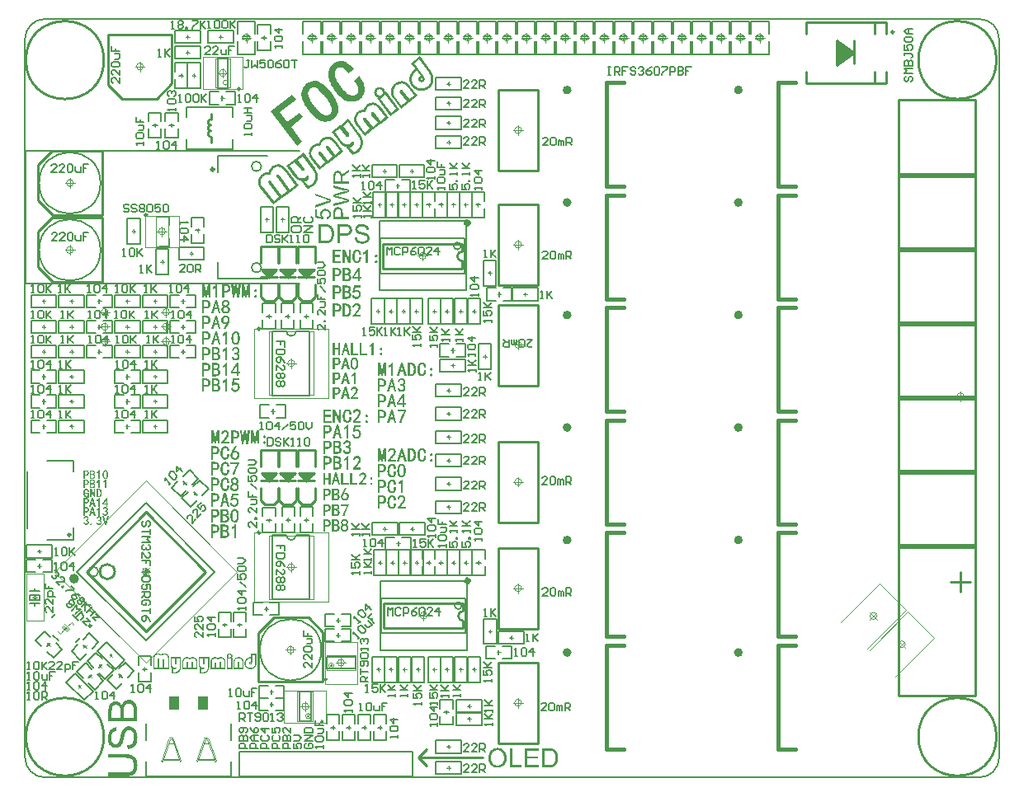
<source format=gto>
G04*
G04 #@! TF.GenerationSoftware,Altium Limited,Altium Designer,20.0.12 (288)*
G04*
G04 Layer_Color=65535*
%FSLAX25Y25*%
%MOIN*%
G70*
G01*
G75*
%ADD10C,0.01968*%
%ADD11C,0.00984*%
%ADD12C,0.00787*%
%ADD13C,0.01000*%
%ADD14C,0.02000*%
%ADD15C,0.00472*%
%ADD16C,0.01181*%
%ADD17C,0.00600*%
%ADD18C,0.01500*%
%ADD19C,0.00500*%
%ADD20C,0.00800*%
%ADD21C,0.00394*%
%ADD22C,0.00400*%
%ADD23C,0.00700*%
%ADD24R,0.03900X0.05600*%
%ADD25C,0.00591*%
%ADD26C,0.00197*%
%ADD27C,0.00100*%
%ADD28C,0.00158*%
G36*
X467431Y275000D02*
X467535Y274993D01*
X467631Y274978D01*
X467646D01*
X467675Y274971D01*
X467727Y274956D01*
X467794Y274934D01*
X467875Y274904D01*
X467964Y274867D01*
X468060Y274815D01*
X468164Y274756D01*
X468179Y274749D01*
X468208Y274726D01*
X468260Y274682D01*
X468327Y274623D01*
X468401Y274549D01*
X468475Y274460D01*
X468549Y274349D01*
X468623Y274223D01*
Y274216D01*
X468630Y274208D01*
X468638Y274186D01*
X468652Y274157D01*
X468675Y274083D01*
X468704Y273986D01*
X468734Y273861D01*
X468749Y273713D01*
X468756Y273550D01*
X468749Y273372D01*
Y273365D01*
Y273350D01*
X468741Y273320D01*
X468734Y273283D01*
X468726Y273239D01*
X468712Y273180D01*
X468697Y273113D01*
X468675Y273039D01*
X468645Y272958D01*
X468615Y272869D01*
X468527Y272669D01*
X468475Y272558D01*
X468415Y272447D01*
X468341Y272329D01*
X468267Y272203D01*
X468260Y272196D01*
X468245Y272173D01*
X468223Y272136D01*
X468179Y272077D01*
X468127Y272011D01*
X468068Y271922D01*
X467986Y271826D01*
X467898Y271707D01*
X467794Y271581D01*
X467675Y271433D01*
X467542Y271278D01*
X467387Y271100D01*
X467224Y270915D01*
X467039Y270708D01*
X466839Y270486D01*
X466625Y270257D01*
X468830D01*
Y269546D01*
X465574D01*
Y269761D01*
Y269768D01*
Y269783D01*
X465581Y269805D01*
X465589Y269842D01*
X465596Y269887D01*
X465603Y269931D01*
X465640Y270050D01*
X465700Y270183D01*
X465774Y270323D01*
X465826Y270397D01*
X465877Y270471D01*
X465937Y270545D01*
X466011Y270619D01*
X466018Y270627D01*
X466033Y270634D01*
X466055Y270656D01*
X466084Y270693D01*
X466121Y270730D01*
X466173Y270782D01*
X466225Y270834D01*
X466292Y270908D01*
X466358Y270982D01*
X466440Y271063D01*
X466521Y271160D01*
X466610Y271263D01*
X466706Y271374D01*
X466810Y271500D01*
X466913Y271626D01*
X467024Y271766D01*
X467032Y271774D01*
X467054Y271803D01*
X467084Y271840D01*
X467121Y271892D01*
X467172Y271959D01*
X467232Y272033D01*
X467291Y272114D01*
X467357Y272210D01*
X467490Y272395D01*
X467616Y272595D01*
X467735Y272788D01*
X467779Y272876D01*
X467816Y272958D01*
Y272965D01*
X467824Y272980D01*
X467831Y272995D01*
X467846Y273024D01*
X467868Y273106D01*
X467898Y273202D01*
X467927Y273313D01*
X467949Y273424D01*
X467957Y273542D01*
X467949Y273653D01*
Y273668D01*
X467942Y273698D01*
X467927Y273750D01*
X467898Y273816D01*
X467868Y273890D01*
X467816Y273964D01*
X467757Y274038D01*
X467683Y274112D01*
X467675Y274120D01*
X467646Y274142D01*
X467601Y274171D01*
X467542Y274201D01*
X467461Y274231D01*
X467380Y274253D01*
X467276Y274268D01*
X467158D01*
X467121Y274260D01*
X467061Y274245D01*
X466987Y274231D01*
X466906Y274201D01*
X466810Y274157D01*
X466706Y274105D01*
X466603Y274038D01*
X466588Y274031D01*
X466558Y274001D01*
X466506Y273949D01*
X466447Y273883D01*
X466381Y273787D01*
X466306Y273676D01*
X466232Y273535D01*
X466166Y273372D01*
X465455Y273483D01*
Y273491D01*
X465470Y273520D01*
X465485Y273557D01*
X465500Y273616D01*
X465529Y273683D01*
X465559Y273757D01*
X465589Y273846D01*
X465633Y273935D01*
X465722Y274120D01*
X465840Y274312D01*
X465900Y274401D01*
X465966Y274482D01*
X466033Y274564D01*
X466107Y274630D01*
X466114Y274638D01*
X466121Y274645D01*
X466144Y274660D01*
X466181Y274682D01*
X466218Y274712D01*
X466262Y274741D01*
X466373Y274800D01*
X466514Y274867D01*
X466669Y274926D01*
X466854Y274971D01*
X467046Y275000D01*
X467061D01*
X467098Y275008D01*
X467335D01*
X467431Y275000D01*
D02*
G37*
G36*
X463694Y269546D02*
X462917D01*
Y273764D01*
X462902Y273757D01*
X462888Y273735D01*
X462865Y273705D01*
X462836Y273676D01*
X462799Y273631D01*
X462747Y273587D01*
X462695Y273535D01*
X462629Y273483D01*
X462555Y273417D01*
X462473Y273357D01*
X462385Y273291D01*
X462281Y273224D01*
X462170Y273150D01*
X462044Y273084D01*
X461911Y273010D01*
Y273705D01*
X461918Y273713D01*
X461948Y273727D01*
X461985Y273757D01*
X462044Y273801D01*
X462111Y273853D01*
X462185Y273912D01*
X462274Y273986D01*
X462370Y274060D01*
X462466Y274149D01*
X462570Y274245D01*
X462680Y274356D01*
X462784Y274467D01*
X462999Y274704D01*
X463199Y274971D01*
X463694D01*
Y269546D01*
D02*
G37*
G36*
X459343Y274904D02*
X459410Y274897D01*
X459484Y274889D01*
X459573Y274874D01*
X459661Y274860D01*
X459854Y274808D01*
X459957Y274778D01*
X460053Y274734D01*
X460157Y274682D01*
X460246Y274630D01*
X460335Y274564D01*
X460416Y274490D01*
X460424Y274482D01*
X460431Y274467D01*
X460453Y274445D01*
X460483Y274416D01*
X460512Y274371D01*
X460542Y274327D01*
X460579Y274268D01*
X460623Y274208D01*
X460697Y274060D01*
X460756Y273890D01*
X460808Y273698D01*
X460816Y273594D01*
X460823Y273491D01*
Y273483D01*
Y273468D01*
Y273431D01*
X460816Y273394D01*
Y273343D01*
X460808Y273291D01*
X460786Y273158D01*
X460756Y273017D01*
X460705Y272876D01*
X460638Y272736D01*
X460542Y272617D01*
X460527Y272603D01*
X460498Y272573D01*
X460446Y272529D01*
X460372Y272477D01*
X460298Y272425D01*
X460209Y272381D01*
X460120Y272344D01*
X460024Y272329D01*
X460039D01*
X460083Y272321D01*
X460142Y272307D01*
X460231Y272277D01*
X460327Y272233D01*
X460438Y272173D01*
X460549Y272092D01*
X460668Y271988D01*
X460682Y271974D01*
X460719Y271929D01*
X460764Y271863D01*
X460823Y271766D01*
X460882Y271648D01*
X460927Y271507D01*
X460964Y271345D01*
X460979Y271160D01*
Y271152D01*
Y271123D01*
Y271071D01*
X460971Y271012D01*
X460964Y270930D01*
X460949Y270849D01*
X460934Y270753D01*
X460912Y270649D01*
X460890Y270545D01*
X460853Y270434D01*
X460808Y270331D01*
X460764Y270220D01*
X460697Y270124D01*
X460631Y270027D01*
X460549Y269946D01*
X460461Y269872D01*
X460453Y269865D01*
X460438Y269857D01*
X460409Y269842D01*
X460364Y269820D01*
X460320Y269791D01*
X460253Y269761D01*
X460187Y269731D01*
X460105Y269694D01*
X460009Y269665D01*
X459913Y269628D01*
X459802Y269598D01*
X459691Y269576D01*
X459565Y269546D01*
X459432Y269532D01*
X459299Y269524D01*
X459151Y269517D01*
X457538D01*
Y274911D01*
X459284D01*
X459343Y274904D01*
D02*
G37*
G36*
X455399D02*
X455466Y274897D01*
X455547Y274889D01*
X455628Y274874D01*
X455724Y274852D01*
X455924Y274800D01*
X456035Y274763D01*
X456139Y274719D01*
X456243Y274667D01*
X456339Y274608D01*
X456435Y274541D01*
X456524Y274460D01*
X456531Y274453D01*
X456546Y274438D01*
X456568Y274416D01*
X456598Y274379D01*
X456627Y274334D01*
X456664Y274275D01*
X456709Y274216D01*
X456753Y274142D01*
X456790Y274053D01*
X456835Y273964D01*
X456872Y273861D01*
X456909Y273757D01*
X456931Y273639D01*
X456953Y273513D01*
X456968Y273380D01*
X456975Y273239D01*
Y273232D01*
Y273202D01*
Y273165D01*
X456968Y273113D01*
X456960Y273047D01*
X456953Y272973D01*
X456938Y272891D01*
X456916Y272802D01*
X456864Y272603D01*
X456827Y272506D01*
X456783Y272403D01*
X456731Y272299D01*
X456664Y272203D01*
X456598Y272107D01*
X456516Y272018D01*
X456509Y272011D01*
X456494Y271996D01*
X456472Y271974D01*
X456435Y271951D01*
X456390Y271914D01*
X456331Y271877D01*
X456265Y271833D01*
X456191Y271796D01*
X456109Y271752D01*
X456013Y271707D01*
X455909Y271670D01*
X455798Y271641D01*
X455680Y271611D01*
X455547Y271589D01*
X455414Y271574D01*
X455266Y271567D01*
X454459D01*
Y269517D01*
X453593D01*
Y274911D01*
X455340D01*
X455399Y274904D01*
D02*
G37*
G36*
X463517Y281278D02*
X463694Y281249D01*
X463865Y281205D01*
X464035Y281138D01*
X464042D01*
X464057Y281131D01*
X464079Y281116D01*
X464109Y281101D01*
X464183Y281049D01*
X464279Y280975D01*
X464375Y280886D01*
X464479Y280775D01*
X464575Y280642D01*
X464649Y280487D01*
Y280479D01*
X464656Y280465D01*
X464664Y280442D01*
X464678Y280413D01*
X464686Y280368D01*
X464701Y280324D01*
X464723Y280205D01*
X464738Y280065D01*
X464745Y279902D01*
X464730Y279725D01*
X464693Y279532D01*
Y279525D01*
X464686Y279510D01*
X464678Y279480D01*
X464664Y279443D01*
X464649Y279406D01*
X464627Y279355D01*
X464560Y279236D01*
X464516Y279170D01*
X464471Y279103D01*
X464412Y279036D01*
X464346Y278970D01*
X464271Y278896D01*
X464190Y278836D01*
X464101Y278770D01*
X463998Y278711D01*
X464005D01*
X464012Y278703D01*
X464035Y278696D01*
X464064Y278681D01*
X464138Y278644D01*
X464234Y278592D01*
X464331Y278518D01*
X464442Y278430D01*
X464545Y278311D01*
X464642Y278178D01*
Y278171D01*
X464649Y278163D01*
X464664Y278141D01*
X464678Y278111D01*
X464693Y278067D01*
X464715Y278023D01*
X464738Y277971D01*
X464752Y277904D01*
X464789Y277764D01*
X464812Y277586D01*
X464819Y277386D01*
Y277283D01*
X464804Y277164D01*
Y277157D01*
X464797Y277134D01*
Y277105D01*
X464782Y277061D01*
X464775Y277009D01*
X464752Y276950D01*
X464708Y276809D01*
X464634Y276646D01*
X464590Y276565D01*
X464538Y276476D01*
X464479Y276395D01*
X464405Y276313D01*
X464331Y276232D01*
X464242Y276158D01*
X464234Y276150D01*
X464220Y276143D01*
X464190Y276121D01*
X464160Y276098D01*
X464109Y276069D01*
X464057Y276039D01*
X463998Y276002D01*
X463924Y275965D01*
X463761Y275899D01*
X463576Y275840D01*
X463369Y275803D01*
X463258Y275788D01*
X463117D01*
X463088Y275795D01*
X463043D01*
X462991Y275803D01*
X462932Y275810D01*
X462865Y275825D01*
X462784Y275840D01*
X462621Y275891D01*
X462444Y275958D01*
X462266Y276047D01*
X462177Y276106D01*
X462088Y276173D01*
X462081Y276180D01*
X462066Y276187D01*
X462044Y276209D01*
X462014Y276239D01*
X461977Y276284D01*
X461940Y276328D01*
X461896Y276387D01*
X461844Y276454D01*
X461800Y276528D01*
X461748Y276617D01*
X461704Y276713D01*
X461652Y276816D01*
X461615Y276927D01*
X461571Y277046D01*
X461541Y277179D01*
X461511Y277320D01*
X462199Y277438D01*
Y277431D01*
X462207Y277416D01*
X462214Y277394D01*
X462229Y277364D01*
X462259Y277283D01*
X462303Y277186D01*
X462355Y277075D01*
X462422Y276964D01*
X462503Y276853D01*
X462592Y276757D01*
X462606Y276750D01*
X462636Y276720D01*
X462695Y276683D01*
X462769Y276639D01*
X462858Y276594D01*
X462969Y276557D01*
X463088Y276535D01*
X463221Y276528D01*
X463236D01*
X463280Y276535D01*
X463354Y276542D01*
X463435Y276572D01*
X463531Y276602D01*
X463635Y276661D01*
X463731Y276735D01*
X463820Y276831D01*
X463828Y276846D01*
X463857Y276883D01*
X463894Y276942D01*
X463931Y277024D01*
X463968Y277127D01*
X464005Y277238D01*
X464020Y277364D01*
Y277505D01*
Y277512D01*
Y277519D01*
X464012Y277571D01*
X463998Y277638D01*
X463975Y277727D01*
X463939Y277823D01*
X463879Y277919D01*
X463813Y278015D01*
X463724Y278104D01*
X463709Y278111D01*
X463672Y278141D01*
X463643Y278156D01*
X463605Y278178D01*
X463561Y278200D01*
X463502Y278222D01*
X463443Y278252D01*
X463369Y278274D01*
X463295Y278304D01*
X463206Y278326D01*
X463110Y278348D01*
X463006Y278370D01*
X462888Y278393D01*
X462762Y278415D01*
Y278948D01*
X462791D01*
X462828Y278955D01*
X462873Y278962D01*
X462932Y278970D01*
X462991Y278984D01*
X463139Y279014D01*
X463295Y279051D01*
X463457Y279110D01*
X463598Y279177D01*
X463665Y279221D01*
X463717Y279266D01*
X463731Y279280D01*
X463761Y279310D01*
X463805Y279369D01*
X463850Y279443D01*
X463894Y279540D01*
X463939Y279651D01*
X463961Y279784D01*
Y279924D01*
Y279932D01*
Y279939D01*
X463953Y279961D01*
Y279991D01*
X463931Y280065D01*
X463902Y280154D01*
X463857Y280250D01*
X463798Y280346D01*
X463709Y280435D01*
X463598Y280516D01*
X463583Y280524D01*
X463539Y280546D01*
X463472Y280568D01*
X463391Y280590D01*
X463280Y280605D01*
X463162Y280613D01*
X463028Y280598D01*
X462962Y280576D01*
X462888Y280553D01*
X462880D01*
X462873Y280546D01*
X462828Y280524D01*
X462754Y280472D01*
X462710Y280435D01*
X462666Y280391D01*
X462621Y280339D01*
X462570Y280280D01*
X462518Y280213D01*
X462466Y280132D01*
X462414Y280035D01*
X462355Y279932D01*
X462311Y279813D01*
X462259Y279688D01*
X461571Y279799D01*
Y279806D01*
X461578Y279828D01*
X461593Y279858D01*
X461608Y279909D01*
X461622Y279961D01*
X461652Y280028D01*
X461711Y280176D01*
X461785Y280339D01*
X461874Y280509D01*
X461977Y280679D01*
X462096Y280835D01*
X462103Y280842D01*
X462111Y280849D01*
X462133Y280872D01*
X462155Y280894D01*
X462236Y280960D01*
X462340Y281034D01*
X462473Y281116D01*
X462629Y281190D01*
X462806Y281249D01*
X462910Y281271D01*
X463014Y281286D01*
X463043D01*
X463073Y281293D01*
X463361D01*
X463517Y281278D01*
D02*
G37*
G36*
X459343Y281219D02*
X459410Y281212D01*
X459484Y281205D01*
X459573Y281190D01*
X459661Y281175D01*
X459854Y281123D01*
X459957Y281094D01*
X460053Y281049D01*
X460157Y280997D01*
X460246Y280946D01*
X460335Y280879D01*
X460416Y280805D01*
X460424Y280798D01*
X460431Y280783D01*
X460453Y280761D01*
X460483Y280731D01*
X460512Y280686D01*
X460542Y280642D01*
X460579Y280583D01*
X460623Y280524D01*
X460697Y280376D01*
X460756Y280205D01*
X460808Y280013D01*
X460816Y279909D01*
X460823Y279806D01*
Y279799D01*
Y279784D01*
Y279747D01*
X460816Y279710D01*
Y279658D01*
X460808Y279606D01*
X460786Y279473D01*
X460756Y279332D01*
X460705Y279192D01*
X460638Y279051D01*
X460542Y278933D01*
X460527Y278918D01*
X460498Y278888D01*
X460446Y278844D01*
X460372Y278792D01*
X460298Y278740D01*
X460209Y278696D01*
X460120Y278659D01*
X460024Y278644D01*
X460039D01*
X460083Y278637D01*
X460142Y278622D01*
X460231Y278592D01*
X460327Y278548D01*
X460438Y278489D01*
X460549Y278407D01*
X460668Y278304D01*
X460682Y278289D01*
X460719Y278244D01*
X460764Y278178D01*
X460823Y278082D01*
X460882Y277963D01*
X460927Y277823D01*
X460964Y277660D01*
X460979Y277475D01*
Y277467D01*
Y277438D01*
Y277386D01*
X460971Y277327D01*
X460964Y277246D01*
X460949Y277164D01*
X460934Y277068D01*
X460912Y276964D01*
X460890Y276861D01*
X460853Y276750D01*
X460808Y276646D01*
X460764Y276535D01*
X460697Y276439D01*
X460631Y276343D01*
X460549Y276261D01*
X460461Y276187D01*
X460453Y276180D01*
X460438Y276173D01*
X460409Y276158D01*
X460364Y276136D01*
X460320Y276106D01*
X460253Y276076D01*
X460187Y276047D01*
X460105Y276010D01*
X460009Y275980D01*
X459913Y275943D01*
X459802Y275914D01*
X459691Y275891D01*
X459565Y275862D01*
X459432Y275847D01*
X459299Y275840D01*
X459151Y275832D01*
X457538D01*
Y281227D01*
X459284D01*
X459343Y281219D01*
D02*
G37*
G36*
X455399D02*
X455466Y281212D01*
X455547Y281205D01*
X455628Y281190D01*
X455724Y281168D01*
X455924Y281116D01*
X456035Y281079D01*
X456139Y281034D01*
X456243Y280982D01*
X456339Y280923D01*
X456435Y280857D01*
X456524Y280775D01*
X456531Y280768D01*
X456546Y280753D01*
X456568Y280731D01*
X456598Y280694D01*
X456627Y280649D01*
X456664Y280590D01*
X456709Y280531D01*
X456753Y280457D01*
X456790Y280368D01*
X456835Y280280D01*
X456872Y280176D01*
X456909Y280072D01*
X456931Y279954D01*
X456953Y279828D01*
X456968Y279695D01*
X456975Y279554D01*
Y279547D01*
Y279517D01*
Y279480D01*
X456968Y279429D01*
X456960Y279362D01*
X456953Y279288D01*
X456938Y279207D01*
X456916Y279118D01*
X456864Y278918D01*
X456827Y278822D01*
X456783Y278718D01*
X456731Y278615D01*
X456664Y278518D01*
X456598Y278422D01*
X456516Y278333D01*
X456509Y278326D01*
X456494Y278311D01*
X456472Y278289D01*
X456435Y278267D01*
X456390Y278230D01*
X456331Y278193D01*
X456265Y278148D01*
X456191Y278111D01*
X456109Y278067D01*
X456013Y278023D01*
X455909Y277986D01*
X455798Y277956D01*
X455680Y277926D01*
X455547Y277904D01*
X455414Y277889D01*
X455266Y277882D01*
X454459D01*
Y275832D01*
X453593D01*
Y281227D01*
X455340D01*
X455399Y281219D01*
D02*
G37*
G36*
X468645Y286772D02*
X466669D01*
Y286765D01*
X466662Y286736D01*
X466654Y286699D01*
X466647Y286647D01*
X466632Y286580D01*
X466617Y286506D01*
X466603Y286425D01*
X466580Y286336D01*
X466536Y286151D01*
X466492Y285959D01*
X466432Y285773D01*
X466410Y285692D01*
X466381Y285618D01*
X466388D01*
X466395Y285626D01*
X466418Y285640D01*
X466447Y285648D01*
X466514Y285685D01*
X466617Y285722D01*
X466728Y285759D01*
X466861Y285788D01*
X467002Y285803D01*
X467158Y285810D01*
X467202D01*
X467232Y285803D01*
X467313Y285796D01*
X467416Y285781D01*
X467542Y285759D01*
X467675Y285722D01*
X467816Y285677D01*
X467964Y285618D01*
X467972D01*
X467979Y285611D01*
X468031Y285589D01*
X468097Y285544D01*
X468179Y285492D01*
X468267Y285426D01*
X468364Y285337D01*
X468453Y285248D01*
X468527Y285137D01*
X468534Y285122D01*
X468556Y285085D01*
X468586Y285026D01*
X468623Y284945D01*
X468667Y284856D01*
X468712Y284752D01*
X468749Y284641D01*
X468778Y284530D01*
X468785Y284516D01*
X468793Y284478D01*
X468800Y284419D01*
X468815Y284338D01*
X468830Y284242D01*
X468837Y284131D01*
X468845Y284005D01*
Y283879D01*
Y283872D01*
Y283864D01*
X468837Y283820D01*
X468830Y283753D01*
X468822Y283657D01*
X468800Y283554D01*
X468778Y283428D01*
X468741Y283302D01*
X468697Y283161D01*
Y283154D01*
X468689Y283147D01*
X468675Y283102D01*
X468645Y283035D01*
X468601Y282947D01*
X468549Y282851D01*
X468482Y282754D01*
X468401Y282651D01*
X468312Y282555D01*
X468297Y282547D01*
X468267Y282518D01*
X468208Y282473D01*
X468134Y282414D01*
X468046Y282355D01*
X467935Y282288D01*
X467816Y282229D01*
X467683Y282170D01*
X467675D01*
X467668Y282162D01*
X467646Y282155D01*
X467616Y282148D01*
X467542Y282125D01*
X467439Y282103D01*
X467320Y282081D01*
X467172Y282066D01*
X467017Y282059D01*
X466817D01*
X466795Y282066D01*
X466758D01*
X466713Y282073D01*
X466662Y282088D01*
X466543Y282111D01*
X466403Y282155D01*
X466247Y282222D01*
X466084Y282303D01*
X465922Y282406D01*
X465914Y282414D01*
X465900Y282421D01*
X465885Y282443D01*
X465855Y282473D01*
X465818Y282510D01*
X465781Y282555D01*
X465737Y282606D01*
X465685Y282673D01*
X465640Y282747D01*
X465589Y282836D01*
X465537Y282932D01*
X465492Y283035D01*
X465448Y283154D01*
X465404Y283280D01*
X465367Y283420D01*
X465330Y283568D01*
X466018Y283753D01*
Y283746D01*
X466025Y283716D01*
X466040Y283672D01*
X466062Y283620D01*
X466084Y283554D01*
X466114Y283479D01*
X466188Y283324D01*
X466284Y283154D01*
X466343Y283080D01*
X466410Y283006D01*
X466477Y282939D01*
X466551Y282888D01*
X466632Y282843D01*
X466721Y282821D01*
X466743D01*
X466765Y282814D01*
X466802D01*
X466891Y282806D01*
X467121D01*
X467254Y282828D01*
X467380Y282865D01*
X467498Y282917D01*
X467513Y282925D01*
X467550Y282954D01*
X467601Y282991D01*
X467661Y283050D01*
X467735Y283117D01*
X467801Y283198D01*
X467868Y283295D01*
X467920Y283405D01*
X467927Y283420D01*
X467942Y283457D01*
X467964Y283524D01*
X467986Y283605D01*
X468009Y283709D01*
X468023Y283827D01*
X468038Y283953D01*
Y284094D01*
Y284101D01*
Y284108D01*
X468031Y284160D01*
X468023Y284227D01*
X468009Y284316D01*
X467986Y284412D01*
X467949Y284516D01*
X467898Y284627D01*
X467838Y284723D01*
X467831Y284737D01*
X467809Y284767D01*
X467764Y284804D01*
X467712Y284863D01*
X467646Y284915D01*
X467564Y284974D01*
X467476Y285026D01*
X467372Y285063D01*
X467357Y285070D01*
X467320Y285078D01*
X467261Y285085D01*
X467187Y285100D01*
X466980D01*
X466861Y285085D01*
X466728Y285063D01*
X466721D01*
X466713Y285056D01*
X466669Y285041D01*
X466603Y285019D01*
X466521Y284974D01*
X466425Y284915D01*
X466321Y284841D01*
X466218Y284745D01*
X466121Y284627D01*
X465485Y284700D01*
Y284708D01*
X465492Y284715D01*
Y284745D01*
X465500Y284782D01*
X465515Y284841D01*
X465529Y284923D01*
X465552Y285019D01*
X465581Y285152D01*
X465596Y285226D01*
X465618Y285307D01*
X465633Y285396D01*
X465655Y285500D01*
X465677Y285603D01*
X465707Y285722D01*
X465729Y285847D01*
X465759Y285988D01*
X465789Y286136D01*
X465826Y286292D01*
X465863Y286462D01*
X465900Y286639D01*
X465937Y286832D01*
X465981Y287032D01*
X466025Y287246D01*
X466077Y287475D01*
X468645D01*
Y286772D01*
D02*
G37*
G36*
X463694Y282148D02*
X462917D01*
Y286366D01*
X462902Y286358D01*
X462888Y286336D01*
X462865Y286306D01*
X462836Y286277D01*
X462799Y286232D01*
X462747Y286188D01*
X462695Y286136D01*
X462629Y286084D01*
X462555Y286018D01*
X462473Y285959D01*
X462385Y285892D01*
X462281Y285825D01*
X462170Y285751D01*
X462044Y285685D01*
X461911Y285611D01*
Y286306D01*
X461918Y286314D01*
X461948Y286329D01*
X461985Y286358D01*
X462044Y286403D01*
X462111Y286454D01*
X462185Y286513D01*
X462274Y286588D01*
X462370Y286662D01*
X462466Y286750D01*
X462570Y286846D01*
X462680Y286958D01*
X462784Y287069D01*
X462999Y287305D01*
X463199Y287572D01*
X463694D01*
Y282148D01*
D02*
G37*
G36*
X461127Y282118D02*
X460253D01*
X459824Y283738D01*
X458596D01*
X458174Y282118D01*
X457293D01*
X458840Y287572D01*
X459580D01*
X461127Y282118D01*
D02*
G37*
G36*
X455399Y287505D02*
X455466Y287498D01*
X455547Y287490D01*
X455628Y287475D01*
X455724Y287453D01*
X455924Y287402D01*
X456035Y287365D01*
X456139Y287320D01*
X456243Y287268D01*
X456339Y287209D01*
X456435Y287142D01*
X456524Y287061D01*
X456531Y287054D01*
X456546Y287039D01*
X456568Y287017D01*
X456598Y286980D01*
X456627Y286935D01*
X456664Y286876D01*
X456709Y286817D01*
X456753Y286743D01*
X456790Y286654D01*
X456835Y286565D01*
X456872Y286462D01*
X456909Y286358D01*
X456931Y286240D01*
X456953Y286114D01*
X456968Y285981D01*
X456975Y285840D01*
Y285833D01*
Y285803D01*
Y285766D01*
X456968Y285714D01*
X456960Y285648D01*
X456953Y285574D01*
X456938Y285492D01*
X456916Y285403D01*
X456864Y285204D01*
X456827Y285107D01*
X456783Y285004D01*
X456731Y284900D01*
X456664Y284804D01*
X456598Y284708D01*
X456516Y284619D01*
X456509Y284612D01*
X456494Y284597D01*
X456472Y284575D01*
X456435Y284553D01*
X456390Y284516D01*
X456331Y284478D01*
X456265Y284434D01*
X456191Y284397D01*
X456109Y284353D01*
X456013Y284308D01*
X455909Y284271D01*
X455798Y284242D01*
X455680Y284212D01*
X455547Y284190D01*
X455414Y284175D01*
X455266Y284168D01*
X454459D01*
Y282118D01*
X453593D01*
Y287512D01*
X455340D01*
X455399Y287505D01*
D02*
G37*
G36*
X467327Y336731D02*
X467431Y336724D01*
X467527Y336709D01*
X467542D01*
X467571Y336702D01*
X467623Y336687D01*
X467690Y336665D01*
X467771Y336635D01*
X467860Y336598D01*
X467956Y336546D01*
X468060Y336487D01*
X468075Y336480D01*
X468104Y336458D01*
X468156Y336413D01*
X468223Y336354D01*
X468297Y336280D01*
X468371Y336191D01*
X468445Y336080D01*
X468519Y335954D01*
Y335947D01*
X468526Y335940D01*
X468533Y335917D01*
X468548Y335888D01*
X468570Y335814D01*
X468600Y335718D01*
X468630Y335592D01*
X468644Y335444D01*
X468652Y335281D01*
X468644Y335103D01*
Y335096D01*
Y335081D01*
X468637Y335052D01*
X468630Y335015D01*
X468622Y334970D01*
X468607Y334911D01*
X468593Y334844D01*
X468570Y334770D01*
X468541Y334689D01*
X468511Y334600D01*
X468422Y334400D01*
X468371Y334289D01*
X468311Y334178D01*
X468237Y334060D01*
X468163Y333934D01*
X468156Y333927D01*
X468141Y333905D01*
X468119Y333868D01*
X468075Y333808D01*
X468023Y333742D01*
X467964Y333653D01*
X467882Y333557D01*
X467793Y333438D01*
X467690Y333313D01*
X467571Y333165D01*
X467438Y333009D01*
X467283Y332832D01*
X467120Y332647D01*
X466935Y332439D01*
X466735Y332217D01*
X466521Y331988D01*
X468726D01*
Y331278D01*
X465470D01*
Y331492D01*
Y331500D01*
Y331514D01*
X465477Y331537D01*
X465485Y331574D01*
X465492Y331618D01*
X465499Y331662D01*
X465536Y331781D01*
X465596Y331914D01*
X465670Y332055D01*
X465721Y332129D01*
X465773Y332203D01*
X465832Y332277D01*
X465906Y332351D01*
X465914Y332358D01*
X465929Y332365D01*
X465951Y332388D01*
X465980Y332425D01*
X466017Y332462D01*
X466069Y332513D01*
X466121Y332565D01*
X466188Y332639D01*
X466254Y332713D01*
X466336Y332795D01*
X466417Y332891D01*
X466506Y332994D01*
X466602Y333105D01*
X466706Y333231D01*
X466809Y333357D01*
X466920Y333498D01*
X466928Y333505D01*
X466950Y333535D01*
X466979Y333572D01*
X467016Y333623D01*
X467068Y333690D01*
X467127Y333764D01*
X467187Y333845D01*
X467253Y333942D01*
X467386Y334127D01*
X467512Y334326D01*
X467631Y334519D01*
X467675Y334608D01*
X467712Y334689D01*
Y334696D01*
X467719Y334711D01*
X467727Y334726D01*
X467742Y334756D01*
X467764Y334837D01*
X467793Y334933D01*
X467823Y335044D01*
X467845Y335155D01*
X467853Y335274D01*
X467845Y335385D01*
Y335399D01*
X467838Y335429D01*
X467823Y335481D01*
X467793Y335547D01*
X467764Y335621D01*
X467712Y335695D01*
X467653Y335769D01*
X467579Y335843D01*
X467571Y335851D01*
X467542Y335873D01*
X467497Y335903D01*
X467438Y335932D01*
X467357Y335962D01*
X467275Y335984D01*
X467172Y335999D01*
X467053D01*
X467016Y335991D01*
X466957Y335977D01*
X466883Y335962D01*
X466802Y335932D01*
X466706Y335888D01*
X466602Y335836D01*
X466498Y335769D01*
X466484Y335762D01*
X466454Y335732D01*
X466402Y335681D01*
X466343Y335614D01*
X466276Y335518D01*
X466202Y335407D01*
X466128Y335266D01*
X466062Y335103D01*
X465351Y335214D01*
Y335222D01*
X465366Y335251D01*
X465381Y335288D01*
X465396Y335348D01*
X465425Y335414D01*
X465455Y335488D01*
X465485Y335577D01*
X465529Y335666D01*
X465618Y335851D01*
X465736Y336043D01*
X465795Y336132D01*
X465862Y336213D01*
X465929Y336295D01*
X466003Y336361D01*
X466010Y336369D01*
X466017Y336376D01*
X466040Y336391D01*
X466077Y336413D01*
X466114Y336443D01*
X466158Y336472D01*
X466269Y336532D01*
X466410Y336598D01*
X466565Y336657D01*
X466750Y336702D01*
X466942Y336731D01*
X466957D01*
X466994Y336739D01*
X467231D01*
X467327Y336731D01*
D02*
G37*
G36*
X462673Y336635D02*
X462754D01*
X462850Y336620D01*
X462961Y336606D01*
X463087Y336591D01*
X463213Y336561D01*
X463353Y336532D01*
X463494Y336487D01*
X463642Y336435D01*
X463783Y336376D01*
X463923Y336302D01*
X464049Y336213D01*
X464175Y336117D01*
X464286Y336006D01*
X464293Y335999D01*
X464308Y335977D01*
X464338Y335940D01*
X464375Y335888D01*
X464419Y335814D01*
X464463Y335732D01*
X464515Y335629D01*
X464567Y335510D01*
X464619Y335370D01*
X464671Y335222D01*
X464715Y335052D01*
X464759Y334867D01*
X464796Y334659D01*
X464826Y334437D01*
X464841Y334193D01*
X464848Y333934D01*
Y333927D01*
Y333919D01*
Y333897D01*
Y333868D01*
X464841Y333794D01*
Y333697D01*
X464826Y333579D01*
X464819Y333446D01*
X464796Y333298D01*
X464774Y333135D01*
X464737Y332965D01*
X464700Y332795D01*
X464648Y332624D01*
X464589Y332454D01*
X464515Y332291D01*
X464434Y332136D01*
X464338Y331995D01*
X464227Y331870D01*
X464219Y331862D01*
X464197Y331840D01*
X464160Y331810D01*
X464116Y331773D01*
X464049Y331729D01*
X463975Y331670D01*
X463886Y331618D01*
X463783Y331559D01*
X463672Y331500D01*
X463546Y331448D01*
X463413Y331396D01*
X463265Y331344D01*
X463102Y331307D01*
X462932Y331278D01*
X462754Y331255D01*
X462562Y331248D01*
X461437D01*
Y336643D01*
X462613D01*
X462673Y336635D01*
D02*
G37*
G36*
X459298D02*
X459365Y336628D01*
X459446Y336620D01*
X459528Y336606D01*
X459624Y336583D01*
X459824Y336532D01*
X459935Y336495D01*
X460038Y336450D01*
X460142Y336398D01*
X460238Y336339D01*
X460334Y336273D01*
X460423Y336191D01*
X460430Y336184D01*
X460445Y336169D01*
X460467Y336147D01*
X460497Y336110D01*
X460527Y336065D01*
X460564Y336006D01*
X460608Y335947D01*
X460652Y335873D01*
X460689Y335784D01*
X460734Y335695D01*
X460771Y335592D01*
X460808Y335488D01*
X460830Y335370D01*
X460852Y335244D01*
X460867Y335111D01*
X460874Y334970D01*
Y334963D01*
Y334933D01*
Y334896D01*
X460867Y334844D01*
X460860Y334778D01*
X460852Y334704D01*
X460837Y334622D01*
X460815Y334534D01*
X460763Y334334D01*
X460726Y334238D01*
X460682Y334134D01*
X460630Y334030D01*
X460564Y333934D01*
X460497Y333838D01*
X460416Y333749D01*
X460408Y333742D01*
X460393Y333727D01*
X460371Y333705D01*
X460334Y333683D01*
X460290Y333646D01*
X460231Y333609D01*
X460164Y333564D01*
X460090Y333527D01*
X460009Y333483D01*
X459912Y333438D01*
X459809Y333401D01*
X459698Y333372D01*
X459579Y333342D01*
X459446Y333320D01*
X459313Y333305D01*
X459165Y333298D01*
X458358D01*
Y331248D01*
X457493D01*
Y336643D01*
X459239D01*
X459298Y336635D01*
D02*
G37*
G36*
X468541Y343203D02*
X466565D01*
Y343195D01*
X466558Y343166D01*
X466550Y343129D01*
X466543Y343077D01*
X466528Y343010D01*
X466513Y342936D01*
X466498Y342855D01*
X466476Y342766D01*
X466432Y342581D01*
X466387Y342389D01*
X466328Y342204D01*
X466306Y342122D01*
X466276Y342048D01*
X466284D01*
X466291Y342056D01*
X466313Y342070D01*
X466343Y342078D01*
X466410Y342115D01*
X466513Y342152D01*
X466624Y342189D01*
X466757Y342218D01*
X466898Y342233D01*
X467053Y342241D01*
X467098D01*
X467127Y342233D01*
X467209Y342226D01*
X467312Y342211D01*
X467438Y342189D01*
X467571Y342152D01*
X467712Y342107D01*
X467860Y342048D01*
X467867D01*
X467875Y342041D01*
X467927Y342019D01*
X467993Y341974D01*
X468075Y341922D01*
X468163Y341856D01*
X468260Y341767D01*
X468348Y341678D01*
X468422Y341567D01*
X468430Y341552D01*
X468452Y341515D01*
X468482Y341456D01*
X468519Y341375D01*
X468563Y341286D01*
X468607Y341182D01*
X468644Y341071D01*
X468674Y340960D01*
X468681Y340946D01*
X468689Y340909D01*
X468696Y340849D01*
X468711Y340768D01*
X468726Y340672D01*
X468733Y340561D01*
X468741Y340435D01*
Y340309D01*
Y340302D01*
Y340294D01*
X468733Y340250D01*
X468726Y340183D01*
X468718Y340087D01*
X468696Y339984D01*
X468674Y339858D01*
X468637Y339732D01*
X468593Y339591D01*
Y339584D01*
X468585Y339577D01*
X468570Y339532D01*
X468541Y339466D01*
X468496Y339377D01*
X468445Y339281D01*
X468378Y339184D01*
X468297Y339081D01*
X468208Y338985D01*
X468193Y338977D01*
X468163Y338948D01*
X468104Y338903D01*
X468030Y338844D01*
X467941Y338785D01*
X467830Y338718D01*
X467712Y338659D01*
X467579Y338600D01*
X467571D01*
X467564Y338592D01*
X467542Y338585D01*
X467512Y338578D01*
X467438Y338555D01*
X467335Y338533D01*
X467216Y338511D01*
X467068Y338496D01*
X466913Y338489D01*
X466713D01*
X466691Y338496D01*
X466654D01*
X466609Y338504D01*
X466558Y338518D01*
X466439Y338541D01*
X466299Y338585D01*
X466143Y338652D01*
X465980Y338733D01*
X465818Y338837D01*
X465810Y338844D01*
X465795Y338851D01*
X465781Y338874D01*
X465751Y338903D01*
X465714Y338940D01*
X465677Y338985D01*
X465633Y339036D01*
X465581Y339103D01*
X465536Y339177D01*
X465485Y339266D01*
X465433Y339362D01*
X465388Y339466D01*
X465344Y339584D01*
X465300Y339710D01*
X465263Y339850D01*
X465226Y339998D01*
X465914Y340183D01*
Y340176D01*
X465921Y340146D01*
X465936Y340102D01*
X465958Y340050D01*
X465980Y339984D01*
X466010Y339910D01*
X466084Y339754D01*
X466180Y339584D01*
X466239Y339510D01*
X466306Y339436D01*
X466373Y339369D01*
X466447Y339318D01*
X466528Y339273D01*
X466617Y339251D01*
X466639D01*
X466661Y339244D01*
X466698D01*
X466787Y339236D01*
X467016D01*
X467150Y339258D01*
X467275Y339295D01*
X467394Y339347D01*
X467409Y339355D01*
X467446Y339384D01*
X467497Y339421D01*
X467557Y339480D01*
X467631Y339547D01*
X467697Y339628D01*
X467764Y339725D01*
X467816Y339836D01*
X467823Y339850D01*
X467838Y339887D01*
X467860Y339954D01*
X467882Y340035D01*
X467904Y340139D01*
X467919Y340257D01*
X467934Y340383D01*
Y340524D01*
Y340531D01*
Y340539D01*
X467927Y340590D01*
X467919Y340657D01*
X467904Y340746D01*
X467882Y340842D01*
X467845Y340946D01*
X467793Y341057D01*
X467734Y341153D01*
X467727Y341168D01*
X467705Y341197D01*
X467660Y341234D01*
X467608Y341293D01*
X467542Y341345D01*
X467460Y341404D01*
X467372Y341456D01*
X467268Y341493D01*
X467253Y341501D01*
X467216Y341508D01*
X467157Y341515D01*
X467083Y341530D01*
X466876D01*
X466757Y341515D01*
X466624Y341493D01*
X466617D01*
X466609Y341486D01*
X466565Y341471D01*
X466498Y341449D01*
X466417Y341404D01*
X466321Y341345D01*
X466217Y341271D01*
X466114Y341175D01*
X466017Y341057D01*
X465381Y341131D01*
Y341138D01*
X465388Y341145D01*
Y341175D01*
X465396Y341212D01*
X465411Y341271D01*
X465425Y341353D01*
X465448Y341449D01*
X465477Y341582D01*
X465492Y341656D01*
X465514Y341737D01*
X465529Y341826D01*
X465551Y341930D01*
X465573Y342033D01*
X465603Y342152D01*
X465625Y342278D01*
X465655Y342418D01*
X465684Y342566D01*
X465721Y342722D01*
X465758Y342892D01*
X465795Y343069D01*
X465832Y343262D01*
X465877Y343462D01*
X465921Y343676D01*
X465973Y343906D01*
X468541D01*
Y343203D01*
D02*
G37*
G36*
X463242Y343935D02*
X463309Y343928D01*
X463383Y343920D01*
X463472Y343906D01*
X463561Y343891D01*
X463753Y343839D01*
X463857Y343809D01*
X463953Y343765D01*
X464056Y343713D01*
X464145Y343661D01*
X464234Y343595D01*
X464315Y343521D01*
X464323Y343513D01*
X464330Y343499D01*
X464352Y343476D01*
X464382Y343447D01*
X464412Y343402D01*
X464441Y343358D01*
X464478Y343299D01*
X464523Y343240D01*
X464597Y343092D01*
X464656Y342921D01*
X464708Y342729D01*
X464715Y342625D01*
X464722Y342522D01*
Y342514D01*
Y342500D01*
Y342463D01*
X464715Y342426D01*
Y342374D01*
X464708Y342322D01*
X464685Y342189D01*
X464656Y342048D01*
X464604Y341908D01*
X464537Y341767D01*
X464441Y341649D01*
X464426Y341634D01*
X464397Y341604D01*
X464345Y341560D01*
X464271Y341508D01*
X464197Y341456D01*
X464108Y341412D01*
X464019Y341375D01*
X463923Y341360D01*
X463938D01*
X463982Y341353D01*
X464042Y341338D01*
X464130Y341308D01*
X464227Y341264D01*
X464338Y341205D01*
X464449Y341123D01*
X464567Y341020D01*
X464582Y341005D01*
X464619Y340960D01*
X464663Y340894D01*
X464722Y340798D01*
X464782Y340679D01*
X464826Y340539D01*
X464863Y340376D01*
X464878Y340191D01*
Y340183D01*
Y340154D01*
Y340102D01*
X464870Y340043D01*
X464863Y339961D01*
X464848Y339880D01*
X464833Y339784D01*
X464811Y339680D01*
X464789Y339577D01*
X464752Y339466D01*
X464708Y339362D01*
X464663Y339251D01*
X464597Y339155D01*
X464530Y339059D01*
X464449Y338977D01*
X464360Y338903D01*
X464352Y338896D01*
X464338Y338888D01*
X464308Y338874D01*
X464264Y338851D01*
X464219Y338822D01*
X464153Y338792D01*
X464086Y338763D01*
X464005Y338726D01*
X463908Y338696D01*
X463812Y338659D01*
X463701Y338629D01*
X463590Y338607D01*
X463464Y338578D01*
X463331Y338563D01*
X463198Y338555D01*
X463050Y338548D01*
X461437D01*
Y343943D01*
X463183D01*
X463242Y343935D01*
D02*
G37*
G36*
X459298D02*
X459365Y343928D01*
X459446Y343920D01*
X459528Y343906D01*
X459624Y343883D01*
X459824Y343832D01*
X459935Y343795D01*
X460038Y343750D01*
X460142Y343698D01*
X460238Y343639D01*
X460334Y343573D01*
X460423Y343491D01*
X460430Y343484D01*
X460445Y343469D01*
X460467Y343447D01*
X460497Y343410D01*
X460527Y343365D01*
X460564Y343306D01*
X460608Y343247D01*
X460652Y343173D01*
X460689Y343084D01*
X460734Y342995D01*
X460771Y342892D01*
X460808Y342788D01*
X460830Y342670D01*
X460852Y342544D01*
X460867Y342411D01*
X460874Y342270D01*
Y342263D01*
Y342233D01*
Y342196D01*
X460867Y342144D01*
X460860Y342078D01*
X460852Y342004D01*
X460837Y341922D01*
X460815Y341834D01*
X460763Y341634D01*
X460726Y341538D01*
X460682Y341434D01*
X460630Y341330D01*
X460564Y341234D01*
X460497Y341138D01*
X460416Y341049D01*
X460408Y341042D01*
X460393Y341027D01*
X460371Y341005D01*
X460334Y340983D01*
X460290Y340946D01*
X460231Y340909D01*
X460164Y340864D01*
X460090Y340827D01*
X460009Y340783D01*
X459912Y340738D01*
X459809Y340701D01*
X459698Y340672D01*
X459579Y340642D01*
X459446Y340620D01*
X459313Y340605D01*
X459165Y340598D01*
X458358D01*
Y338548D01*
X457493D01*
Y343943D01*
X459239D01*
X459298Y343935D01*
D02*
G37*
G36*
X468297Y347520D02*
X469029D01*
Y346847D01*
X468297D01*
Y345678D01*
X467549D01*
Y346847D01*
X465196D01*
Y347468D01*
X467712Y351102D01*
X468297D01*
Y347520D01*
D02*
G37*
G36*
X463242Y351035D02*
X463309Y351028D01*
X463383Y351020D01*
X463472Y351006D01*
X463561Y350991D01*
X463753Y350939D01*
X463857Y350909D01*
X463953Y350865D01*
X464056Y350813D01*
X464145Y350761D01*
X464234Y350695D01*
X464315Y350621D01*
X464323Y350613D01*
X464330Y350599D01*
X464352Y350576D01*
X464382Y350547D01*
X464412Y350502D01*
X464441Y350458D01*
X464478Y350399D01*
X464523Y350340D01*
X464597Y350192D01*
X464656Y350021D01*
X464708Y349829D01*
X464715Y349725D01*
X464722Y349622D01*
Y349614D01*
Y349600D01*
Y349563D01*
X464715Y349526D01*
Y349474D01*
X464708Y349422D01*
X464685Y349289D01*
X464656Y349148D01*
X464604Y349008D01*
X464537Y348867D01*
X464441Y348749D01*
X464426Y348734D01*
X464397Y348704D01*
X464345Y348660D01*
X464271Y348608D01*
X464197Y348556D01*
X464108Y348512D01*
X464019Y348475D01*
X463923Y348460D01*
X463938D01*
X463982Y348453D01*
X464042Y348438D01*
X464130Y348408D01*
X464227Y348364D01*
X464338Y348305D01*
X464449Y348223D01*
X464567Y348120D01*
X464582Y348105D01*
X464619Y348060D01*
X464663Y347994D01*
X464722Y347898D01*
X464782Y347779D01*
X464826Y347639D01*
X464863Y347476D01*
X464878Y347291D01*
Y347283D01*
Y347254D01*
Y347202D01*
X464870Y347143D01*
X464863Y347061D01*
X464848Y346980D01*
X464833Y346884D01*
X464811Y346780D01*
X464789Y346677D01*
X464752Y346566D01*
X464708Y346462D01*
X464663Y346351D01*
X464597Y346255D01*
X464530Y346159D01*
X464449Y346077D01*
X464360Y346003D01*
X464352Y345996D01*
X464338Y345988D01*
X464308Y345974D01*
X464264Y345951D01*
X464219Y345922D01*
X464153Y345892D01*
X464086Y345863D01*
X464005Y345826D01*
X463908Y345796D01*
X463812Y345759D01*
X463701Y345729D01*
X463590Y345707D01*
X463464Y345678D01*
X463331Y345663D01*
X463198Y345655D01*
X463050Y345648D01*
X461437D01*
Y351043D01*
X463183D01*
X463242Y351035D01*
D02*
G37*
G36*
X459298D02*
X459365Y351028D01*
X459446Y351020D01*
X459528Y351006D01*
X459624Y350983D01*
X459824Y350932D01*
X459935Y350895D01*
X460038Y350850D01*
X460142Y350798D01*
X460238Y350739D01*
X460334Y350673D01*
X460423Y350591D01*
X460430Y350584D01*
X460445Y350569D01*
X460467Y350547D01*
X460497Y350510D01*
X460527Y350465D01*
X460564Y350406D01*
X460608Y350347D01*
X460652Y350273D01*
X460689Y350184D01*
X460734Y350095D01*
X460771Y349992D01*
X460808Y349888D01*
X460830Y349770D01*
X460852Y349644D01*
X460867Y349511D01*
X460874Y349370D01*
Y349363D01*
Y349333D01*
Y349296D01*
X460867Y349244D01*
X460860Y349178D01*
X460852Y349104D01*
X460837Y349022D01*
X460815Y348934D01*
X460763Y348734D01*
X460726Y348638D01*
X460682Y348534D01*
X460630Y348430D01*
X460564Y348334D01*
X460497Y348238D01*
X460416Y348149D01*
X460408Y348142D01*
X460393Y348127D01*
X460371Y348105D01*
X460334Y348083D01*
X460290Y348046D01*
X460231Y348009D01*
X460164Y347964D01*
X460090Y347927D01*
X460009Y347883D01*
X459912Y347838D01*
X459809Y347801D01*
X459698Y347772D01*
X459579Y347742D01*
X459446Y347720D01*
X459313Y347705D01*
X459165Y347698D01*
X458358D01*
Y345648D01*
X457493D01*
Y351043D01*
X459239D01*
X459298Y351035D01*
D02*
G37*
G36*
X463457Y293894D02*
X463517Y293887D01*
X463591Y293872D01*
X463665Y293857D01*
X463754Y293835D01*
X463842Y293806D01*
X463939Y293769D01*
X464035Y293732D01*
X464138Y293680D01*
X464234Y293613D01*
X464331Y293547D01*
X464427Y293465D01*
X464516Y293369D01*
X464523Y293362D01*
X464538Y293347D01*
X464560Y293317D01*
X464590Y293273D01*
X464619Y293214D01*
X464664Y293147D01*
X464701Y293073D01*
X464745Y292977D01*
X464789Y292873D01*
X464826Y292762D01*
X464863Y292629D01*
X464893Y292488D01*
X464923Y292340D01*
X464937Y292178D01*
X464945Y292000D01*
Y291815D01*
X464116D01*
Y291822D01*
Y291845D01*
Y291882D01*
Y291933D01*
X464109Y291993D01*
Y292067D01*
X464094Y292222D01*
X464064Y292392D01*
X464035Y292562D01*
X463983Y292718D01*
X463953Y292792D01*
X463916Y292851D01*
X463909Y292866D01*
X463879Y292903D01*
X463835Y292947D01*
X463776Y293006D01*
X463694Y293066D01*
X463591Y293110D01*
X463472Y293147D01*
X463339Y293162D01*
X463295D01*
X463265Y293154D01*
X463184Y293140D01*
X463080Y293103D01*
X462969Y293043D01*
X462910Y293006D01*
X462851Y292962D01*
X462791Y292910D01*
X462732Y292844D01*
X462673Y292770D01*
X462621Y292688D01*
Y292681D01*
X462606Y292666D01*
X462599Y292636D01*
X462577Y292599D01*
X462555Y292540D01*
X462533Y292474D01*
X462510Y292400D01*
X462488Y292303D01*
X462459Y292200D01*
X462436Y292074D01*
X462414Y291941D01*
X462392Y291793D01*
X462370Y291630D01*
X462362Y291445D01*
X462348Y291253D01*
Y291038D01*
Y291023D01*
Y290994D01*
Y290934D01*
X462355Y290860D01*
Y290772D01*
X462362Y290675D01*
X462370Y290564D01*
X462385Y290446D01*
X462414Y290202D01*
X462466Y289950D01*
X462496Y289832D01*
X462533Y289728D01*
X462577Y289632D01*
X462621Y289543D01*
Y289536D01*
X462636Y289528D01*
X462673Y289477D01*
X462732Y289410D01*
X462814Y289336D01*
X462910Y289262D01*
X463028Y289195D01*
X463162Y289144D01*
X463236Y289136D01*
X463309Y289129D01*
X463324D01*
X463361Y289136D01*
X463413Y289144D01*
X463487Y289166D01*
X463576Y289203D01*
X463665Y289255D01*
X463761Y289329D01*
X463857Y289425D01*
Y289432D01*
X463872Y289440D01*
X463879Y289462D01*
X463902Y289484D01*
X463916Y289521D01*
X463939Y289573D01*
X463961Y289625D01*
X463990Y289691D01*
X464012Y289773D01*
X464035Y289861D01*
X464057Y289965D01*
X464079Y290083D01*
X464094Y290209D01*
X464109Y290350D01*
X464116Y290513D01*
Y290683D01*
X464982D01*
Y290668D01*
Y290631D01*
X464974Y290564D01*
X464967Y290476D01*
X464960Y290372D01*
X464945Y290254D01*
X464930Y290128D01*
X464900Y289987D01*
X464841Y289691D01*
X464797Y289543D01*
X464745Y289395D01*
X464693Y289255D01*
X464627Y289121D01*
X464553Y289003D01*
X464464Y288899D01*
X464457Y288892D01*
X464442Y288877D01*
X464412Y288855D01*
X464375Y288818D01*
X464331Y288781D01*
X464279Y288737D01*
X464212Y288692D01*
X464138Y288648D01*
X464057Y288596D01*
X463968Y288552D01*
X463776Y288470D01*
X463665Y288433D01*
X463554Y288411D01*
X463435Y288396D01*
X463309Y288389D01*
X463272D01*
X463236Y288396D01*
X463176D01*
X463110Y288411D01*
X463036Y288418D01*
X462947Y288441D01*
X462851Y288470D01*
X462754Y288500D01*
X462643Y288544D01*
X462540Y288589D01*
X462429Y288648D01*
X462318Y288722D01*
X462207Y288803D01*
X462096Y288899D01*
X461992Y289010D01*
X461985Y289018D01*
X461970Y289040D01*
X461940Y289077D01*
X461911Y289129D01*
X461867Y289195D01*
X461822Y289277D01*
X461770Y289373D01*
X461726Y289491D01*
X461674Y289617D01*
X461622Y289765D01*
X461578Y289928D01*
X461533Y290106D01*
X461504Y290298D01*
X461474Y290505D01*
X461459Y290735D01*
X461452Y290979D01*
Y290986D01*
Y290994D01*
Y291016D01*
Y291045D01*
Y291119D01*
X461459Y291223D01*
X461467Y291341D01*
X461482Y291482D01*
X461496Y291637D01*
X461519Y291800D01*
X461541Y291978D01*
X461578Y292155D01*
X461622Y292340D01*
X461674Y292518D01*
X461733Y292696D01*
X461800Y292866D01*
X461881Y293029D01*
X461970Y293169D01*
X461977Y293177D01*
X461992Y293199D01*
X462022Y293236D01*
X462066Y293288D01*
X462118Y293339D01*
X462185Y293399D01*
X462251Y293465D01*
X462340Y293539D01*
X462429Y293606D01*
X462533Y293672D01*
X462651Y293732D01*
X462769Y293791D01*
X462902Y293835D01*
X463036Y293872D01*
X463184Y293894D01*
X463339Y293902D01*
X463406D01*
X463457Y293894D01*
D02*
G37*
G36*
X471146Y291748D02*
X471198Y291734D01*
X471257Y291719D01*
X471324Y291689D01*
X471390Y291645D01*
X471450Y291593D01*
X471457Y291586D01*
X471472Y291563D01*
X471501Y291534D01*
X471531Y291489D01*
X471560Y291438D01*
X471590Y291371D01*
X471605Y291304D01*
X471612Y291223D01*
Y291216D01*
Y291186D01*
X471605Y291134D01*
X471590Y291082D01*
X471575Y291016D01*
X471546Y290949D01*
X471501Y290883D01*
X471450Y290816D01*
X471442Y290809D01*
X471420Y290794D01*
X471390Y290764D01*
X471339Y290735D01*
X471287Y290705D01*
X471220Y290675D01*
X471153Y290661D01*
X471072Y290653D01*
X471035D01*
X470991Y290661D01*
X470939Y290675D01*
X470880Y290690D01*
X470813Y290720D01*
X470754Y290757D01*
X470687Y290809D01*
X470680Y290816D01*
X470665Y290838D01*
X470636Y290875D01*
X470613Y290920D01*
X470584Y290979D01*
X470554Y291053D01*
X470539Y291134D01*
X470532Y291223D01*
Y291230D01*
Y291260D01*
X470539Y291297D01*
X470554Y291349D01*
X470569Y291408D01*
X470599Y291467D01*
X470636Y291534D01*
X470687Y291593D01*
X470695Y291600D01*
X470717Y291615D01*
X470754Y291645D01*
X470798Y291674D01*
X470850Y291704D01*
X470917Y291734D01*
X470991Y291748D01*
X471072Y291756D01*
X471109D01*
X471146Y291748D01*
D02*
G37*
G36*
X460823Y288448D02*
X459920D01*
X458344Y292010D01*
Y288448D01*
X457478D01*
Y293843D01*
X458381D01*
X459957Y290281D01*
Y293843D01*
X460823D01*
Y288448D01*
D02*
G37*
G36*
X467402Y293931D02*
X467505Y293924D01*
X467601Y293909D01*
X467616D01*
X467646Y293902D01*
X467698Y293887D01*
X467764Y293865D01*
X467846Y293835D01*
X467935Y293798D01*
X468031Y293746D01*
X468134Y293687D01*
X468149Y293680D01*
X468179Y293658D01*
X468230Y293613D01*
X468297Y293554D01*
X468371Y293480D01*
X468445Y293391D01*
X468519Y293280D01*
X468593Y293154D01*
Y293147D01*
X468601Y293140D01*
X468608Y293117D01*
X468623Y293088D01*
X468645Y293014D01*
X468675Y292918D01*
X468704Y292792D01*
X468719Y292644D01*
X468726Y292481D01*
X468719Y292303D01*
Y292296D01*
Y292281D01*
X468712Y292252D01*
X468704Y292215D01*
X468697Y292170D01*
X468682Y292111D01*
X468667Y292044D01*
X468645Y291970D01*
X468615Y291889D01*
X468586Y291800D01*
X468497Y291600D01*
X468445Y291489D01*
X468386Y291378D01*
X468312Y291260D01*
X468238Y291134D01*
X468230Y291127D01*
X468216Y291105D01*
X468193Y291068D01*
X468149Y291008D01*
X468097Y290942D01*
X468038Y290853D01*
X467957Y290757D01*
X467868Y290638D01*
X467764Y290513D01*
X467646Y290365D01*
X467513Y290209D01*
X467357Y290032D01*
X467195Y289847D01*
X467009Y289639D01*
X466810Y289417D01*
X466595Y289188D01*
X468800D01*
Y288478D01*
X465544D01*
Y288692D01*
Y288700D01*
Y288714D01*
X465552Y288737D01*
X465559Y288774D01*
X465566Y288818D01*
X465574Y288862D01*
X465611Y288981D01*
X465670Y289114D01*
X465744Y289255D01*
X465796Y289329D01*
X465848Y289403D01*
X465907Y289477D01*
X465981Y289551D01*
X465988Y289558D01*
X466003Y289565D01*
X466025Y289588D01*
X466055Y289625D01*
X466092Y289662D01*
X466144Y289713D01*
X466195Y289765D01*
X466262Y289839D01*
X466329Y289913D01*
X466410Y289995D01*
X466492Y290091D01*
X466580Y290194D01*
X466677Y290305D01*
X466780Y290431D01*
X466884Y290557D01*
X466995Y290698D01*
X467002Y290705D01*
X467024Y290735D01*
X467054Y290772D01*
X467091Y290823D01*
X467143Y290890D01*
X467202Y290964D01*
X467261Y291045D01*
X467328Y291142D01*
X467461Y291327D01*
X467587Y291526D01*
X467705Y291719D01*
X467750Y291808D01*
X467787Y291889D01*
Y291896D01*
X467794Y291911D01*
X467801Y291926D01*
X467816Y291956D01*
X467838Y292037D01*
X467868Y292133D01*
X467898Y292244D01*
X467920Y292355D01*
X467927Y292474D01*
X467920Y292585D01*
Y292599D01*
X467912Y292629D01*
X467898Y292681D01*
X467868Y292747D01*
X467838Y292821D01*
X467787Y292895D01*
X467727Y292969D01*
X467653Y293043D01*
X467646Y293051D01*
X467616Y293073D01*
X467572Y293103D01*
X467513Y293132D01*
X467431Y293162D01*
X467350Y293184D01*
X467246Y293199D01*
X467128D01*
X467091Y293191D01*
X467032Y293177D01*
X466958Y293162D01*
X466876Y293132D01*
X466780Y293088D01*
X466677Y293036D01*
X466573Y292969D01*
X466558Y292962D01*
X466529Y292932D01*
X466477Y292881D01*
X466418Y292814D01*
X466351Y292718D01*
X466277Y292607D01*
X466203Y292466D01*
X466136Y292303D01*
X465426Y292414D01*
Y292422D01*
X465441Y292451D01*
X465455Y292488D01*
X465470Y292548D01*
X465500Y292614D01*
X465529Y292688D01*
X465559Y292777D01*
X465603Y292866D01*
X465692Y293051D01*
X465811Y293243D01*
X465870Y293332D01*
X465937Y293413D01*
X466003Y293495D01*
X466077Y293561D01*
X466084Y293569D01*
X466092Y293576D01*
X466114Y293591D01*
X466151Y293613D01*
X466188Y293643D01*
X466232Y293672D01*
X466343Y293732D01*
X466484Y293798D01*
X466640Y293857D01*
X466824Y293902D01*
X467017Y293931D01*
X467032D01*
X467069Y293939D01*
X467306D01*
X467402Y293931D01*
D02*
G37*
G36*
X456731Y293103D02*
X454466D01*
Y291637D01*
X456546D01*
Y290897D01*
X454466D01*
Y289188D01*
X456879D01*
Y288448D01*
X453593D01*
Y293843D01*
X456731D01*
Y293103D01*
D02*
G37*
G36*
X471146Y289425D02*
X471198Y289410D01*
X471257Y289395D01*
X471324Y289366D01*
X471390Y289321D01*
X471450Y289269D01*
X471457Y289262D01*
X471472Y289240D01*
X471501Y289210D01*
X471531Y289166D01*
X471560Y289107D01*
X471590Y289047D01*
X471605Y288973D01*
X471612Y288899D01*
Y288892D01*
Y288855D01*
X471605Y288811D01*
X471590Y288751D01*
X471575Y288685D01*
X471546Y288618D01*
X471501Y288552D01*
X471450Y288485D01*
X471442Y288478D01*
X471420Y288463D01*
X471390Y288433D01*
X471339Y288411D01*
X471287Y288381D01*
X471220Y288352D01*
X471153Y288337D01*
X471072Y288330D01*
X471035D01*
X470991Y288337D01*
X470939Y288352D01*
X470880Y288367D01*
X470813Y288396D01*
X470754Y288433D01*
X470687Y288485D01*
X470680Y288492D01*
X470665Y288515D01*
X470636Y288552D01*
X470613Y288596D01*
X470584Y288655D01*
X470554Y288729D01*
X470539Y288811D01*
X470532Y288899D01*
Y288907D01*
Y288936D01*
X470539Y288973D01*
X470554Y289025D01*
X470569Y289084D01*
X470599Y289144D01*
X470636Y289210D01*
X470687Y289269D01*
X470695Y289277D01*
X470717Y289292D01*
X470754Y289321D01*
X470798Y289351D01*
X470850Y289380D01*
X470917Y289410D01*
X470991Y289425D01*
X471072Y289432D01*
X471109D01*
X471146Y289425D01*
D02*
G37*
G36*
X467357Y358494D02*
X467416Y358487D01*
X467490Y358472D01*
X467564Y358457D01*
X467653Y358435D01*
X467742Y358406D01*
X467838Y358369D01*
X467934Y358332D01*
X468038Y358280D01*
X468134Y358213D01*
X468230Y358147D01*
X468326Y358065D01*
X468415Y357969D01*
X468422Y357962D01*
X468437Y357947D01*
X468459Y357917D01*
X468489Y357873D01*
X468519Y357814D01*
X468563Y357747D01*
X468600Y357673D01*
X468644Y357577D01*
X468689Y357473D01*
X468726Y357362D01*
X468763Y357229D01*
X468792Y357088D01*
X468822Y356940D01*
X468837Y356778D01*
X468844Y356600D01*
Y356415D01*
X468015D01*
Y356422D01*
Y356445D01*
Y356482D01*
Y356533D01*
X468008Y356593D01*
Y356667D01*
X467993Y356822D01*
X467964Y356992D01*
X467934Y357162D01*
X467882Y357318D01*
X467853Y357392D01*
X467816Y357451D01*
X467808Y357466D01*
X467779Y357503D01*
X467734Y357547D01*
X467675Y357606D01*
X467594Y357666D01*
X467490Y357710D01*
X467372Y357747D01*
X467238Y357762D01*
X467194D01*
X467164Y357754D01*
X467083Y357740D01*
X466979Y357703D01*
X466868Y357643D01*
X466809Y357606D01*
X466750Y357562D01*
X466691Y357510D01*
X466632Y357444D01*
X466572Y357370D01*
X466521Y357288D01*
Y357281D01*
X466506Y357266D01*
X466498Y357236D01*
X466476Y357199D01*
X466454Y357140D01*
X466432Y357074D01*
X466410Y357000D01*
X466387Y356903D01*
X466358Y356800D01*
X466336Y356674D01*
X466313Y356541D01*
X466291Y356393D01*
X466269Y356230D01*
X466262Y356045D01*
X466247Y355853D01*
Y355638D01*
Y355623D01*
Y355594D01*
Y355534D01*
X466254Y355460D01*
Y355372D01*
X466262Y355275D01*
X466269Y355164D01*
X466284Y355046D01*
X466313Y354802D01*
X466365Y354550D01*
X466395Y354432D01*
X466432Y354328D01*
X466476Y354232D01*
X466521Y354143D01*
Y354136D01*
X466535Y354128D01*
X466572Y354077D01*
X466632Y354010D01*
X466713Y353936D01*
X466809Y353862D01*
X466928Y353795D01*
X467061Y353744D01*
X467135Y353736D01*
X467209Y353729D01*
X467224D01*
X467261Y353736D01*
X467312Y353744D01*
X467386Y353766D01*
X467475Y353803D01*
X467564Y353855D01*
X467660Y353929D01*
X467756Y354025D01*
Y354032D01*
X467771Y354040D01*
X467779Y354062D01*
X467801Y354084D01*
X467816Y354121D01*
X467838Y354173D01*
X467860Y354225D01*
X467890Y354291D01*
X467912Y354373D01*
X467934Y354461D01*
X467956Y354565D01*
X467978Y354683D01*
X467993Y354809D01*
X468008Y354950D01*
X468015Y355113D01*
Y355283D01*
X468881D01*
Y355268D01*
Y355231D01*
X468874Y355164D01*
X468866Y355076D01*
X468859Y354972D01*
X468844Y354854D01*
X468829Y354728D01*
X468800Y354587D01*
X468741Y354291D01*
X468696Y354143D01*
X468644Y353995D01*
X468593Y353855D01*
X468526Y353721D01*
X468452Y353603D01*
X468363Y353499D01*
X468356Y353492D01*
X468341Y353477D01*
X468311Y353455D01*
X468274Y353418D01*
X468230Y353381D01*
X468178Y353337D01*
X468112Y353292D01*
X468038Y353248D01*
X467956Y353196D01*
X467867Y353152D01*
X467675Y353070D01*
X467564Y353033D01*
X467453Y353011D01*
X467335Y352996D01*
X467209Y352989D01*
X467172D01*
X467135Y352996D01*
X467076D01*
X467009Y353011D01*
X466935Y353018D01*
X466846Y353041D01*
X466750Y353070D01*
X466654Y353100D01*
X466543Y353144D01*
X466439Y353189D01*
X466328Y353248D01*
X466217Y353322D01*
X466106Y353403D01*
X465995Y353499D01*
X465892Y353610D01*
X465884Y353618D01*
X465869Y353640D01*
X465840Y353677D01*
X465810Y353729D01*
X465766Y353795D01*
X465721Y353877D01*
X465670Y353973D01*
X465625Y354091D01*
X465573Y354217D01*
X465522Y354365D01*
X465477Y354528D01*
X465433Y354706D01*
X465403Y354898D01*
X465374Y355105D01*
X465359Y355335D01*
X465351Y355579D01*
Y355586D01*
Y355594D01*
Y355616D01*
Y355645D01*
Y355719D01*
X465359Y355823D01*
X465366Y355941D01*
X465381Y356082D01*
X465396Y356237D01*
X465418Y356400D01*
X465440Y356578D01*
X465477Y356755D01*
X465522Y356940D01*
X465573Y357118D01*
X465633Y357296D01*
X465699Y357466D01*
X465781Y357629D01*
X465869Y357769D01*
X465877Y357777D01*
X465892Y357799D01*
X465921Y357836D01*
X465966Y357888D01*
X466017Y357939D01*
X466084Y357999D01*
X466151Y358065D01*
X466239Y358139D01*
X466328Y358206D01*
X466432Y358272D01*
X466550Y358332D01*
X466669Y358391D01*
X466802Y358435D01*
X466935Y358472D01*
X467083Y358494D01*
X467238Y358502D01*
X467305D01*
X467357Y358494D01*
D02*
G37*
G36*
X475045Y356348D02*
X475097Y356334D01*
X475156Y356319D01*
X475223Y356289D01*
X475290Y356245D01*
X475349Y356193D01*
X475356Y356186D01*
X475371Y356163D01*
X475401Y356134D01*
X475430Y356089D01*
X475460Y356038D01*
X475489Y355971D01*
X475504Y355904D01*
X475512Y355823D01*
Y355816D01*
Y355786D01*
X475504Y355734D01*
X475489Y355682D01*
X475475Y355616D01*
X475445Y355549D01*
X475401Y355483D01*
X475349Y355416D01*
X475341Y355409D01*
X475319Y355394D01*
X475290Y355364D01*
X475238Y355335D01*
X475186Y355305D01*
X475119Y355275D01*
X475053Y355261D01*
X474971Y355253D01*
X474934D01*
X474890Y355261D01*
X474838Y355275D01*
X474779Y355290D01*
X474712Y355320D01*
X474653Y355357D01*
X474587Y355409D01*
X474579Y355416D01*
X474564Y355438D01*
X474535Y355475D01*
X474513Y355520D01*
X474483Y355579D01*
X474453Y355653D01*
X474439Y355734D01*
X474431Y355823D01*
Y355830D01*
Y355860D01*
X474439Y355897D01*
X474453Y355949D01*
X474468Y356008D01*
X474498Y356067D01*
X474535Y356134D01*
X474587Y356193D01*
X474594Y356200D01*
X474616Y356215D01*
X474653Y356245D01*
X474698Y356274D01*
X474749Y356304D01*
X474816Y356334D01*
X474890Y356348D01*
X474971Y356356D01*
X475008D01*
X475045Y356348D01*
D02*
G37*
G36*
X464722Y353048D02*
X463820D01*
X462243Y356610D01*
Y353048D01*
X461378D01*
Y358443D01*
X462280D01*
X463857Y354880D01*
Y358443D01*
X464722D01*
Y353048D01*
D02*
G37*
G36*
X471567Y353078D02*
X470790D01*
Y357296D01*
X470776Y357288D01*
X470761Y357266D01*
X470739Y357236D01*
X470709Y357207D01*
X470672Y357162D01*
X470620Y357118D01*
X470568Y357066D01*
X470502Y357014D01*
X470428Y356948D01*
X470346Y356889D01*
X470258Y356822D01*
X470154Y356755D01*
X470043Y356681D01*
X469917Y356615D01*
X469784Y356541D01*
Y357236D01*
X469791Y357244D01*
X469821Y357259D01*
X469858Y357288D01*
X469917Y357333D01*
X469984Y357384D01*
X470058Y357444D01*
X470147Y357518D01*
X470243Y357592D01*
X470339Y357680D01*
X470443Y357777D01*
X470554Y357888D01*
X470657Y357999D01*
X470872Y358235D01*
X471072Y358502D01*
X471567D01*
Y353078D01*
D02*
G37*
G36*
X460630Y357703D02*
X458366D01*
Y356237D01*
X460445D01*
Y355497D01*
X458366D01*
Y353788D01*
X460778D01*
Y353048D01*
X457493D01*
Y358443D01*
X460630D01*
Y357703D01*
D02*
G37*
G36*
X475045Y354025D02*
X475097Y354010D01*
X475156Y353995D01*
X475223Y353966D01*
X475290Y353921D01*
X475349Y353869D01*
X475356Y353862D01*
X475371Y353840D01*
X475401Y353810D01*
X475430Y353766D01*
X475460Y353707D01*
X475489Y353647D01*
X475504Y353573D01*
X475512Y353499D01*
Y353492D01*
Y353455D01*
X475504Y353411D01*
X475489Y353351D01*
X475475Y353285D01*
X475445Y353218D01*
X475401Y353152D01*
X475349Y353085D01*
X475341Y353078D01*
X475319Y353063D01*
X475290Y353033D01*
X475238Y353011D01*
X475186Y352981D01*
X475119Y352952D01*
X475053Y352937D01*
X474971Y352930D01*
X474934D01*
X474890Y352937D01*
X474838Y352952D01*
X474779Y352967D01*
X474712Y352996D01*
X474653Y353033D01*
X474587Y353085D01*
X474579Y353092D01*
X474564Y353115D01*
X474535Y353152D01*
X474513Y353196D01*
X474483Y353255D01*
X474453Y353329D01*
X474439Y353411D01*
X474431Y353499D01*
Y353507D01*
Y353536D01*
X474439Y353573D01*
X474453Y353625D01*
X474468Y353684D01*
X474498Y353744D01*
X474535Y353810D01*
X474587Y353869D01*
X474594Y353877D01*
X474616Y353892D01*
X474653Y353921D01*
X474698Y353951D01*
X474749Y353980D01*
X474816Y354010D01*
X474890Y354025D01*
X474971Y354032D01*
X475008D01*
X475045Y354025D01*
D02*
G37*
G36*
X456577Y263352D02*
X455798D01*
Y265557D01*
X454373D01*
Y263352D01*
X453593D01*
Y268208D01*
X454373D01*
Y266223D01*
X455798D01*
Y268208D01*
X456577D01*
Y263352D01*
D02*
G37*
G36*
X473074Y266323D02*
X473120Y266309D01*
X473174Y266296D01*
X473234Y266270D01*
X473294Y266230D01*
X473347Y266183D01*
X473354Y266176D01*
X473367Y266156D01*
X473393Y266130D01*
X473420Y266090D01*
X473447Y266043D01*
X473473Y265983D01*
X473487Y265923D01*
X473493Y265850D01*
Y265843D01*
Y265817D01*
X473487Y265770D01*
X473473Y265723D01*
X473460Y265664D01*
X473433Y265604D01*
X473393Y265544D01*
X473347Y265484D01*
X473340Y265477D01*
X473320Y265464D01*
X473294Y265437D01*
X473247Y265410D01*
X473200Y265384D01*
X473140Y265357D01*
X473080Y265344D01*
X473007Y265337D01*
X472974D01*
X472934Y265344D01*
X472887Y265357D01*
X472834Y265370D01*
X472774Y265397D01*
X472721Y265430D01*
X472661Y265477D01*
X472654Y265484D01*
X472641Y265504D01*
X472614Y265537D01*
X472594Y265577D01*
X472568Y265630D01*
X472541Y265697D01*
X472528Y265770D01*
X472521Y265850D01*
Y265857D01*
Y265883D01*
X472528Y265917D01*
X472541Y265963D01*
X472554Y266017D01*
X472581Y266070D01*
X472614Y266130D01*
X472661Y266183D01*
X472668Y266190D01*
X472688Y266203D01*
X472721Y266230D01*
X472761Y266256D01*
X472807Y266283D01*
X472867Y266309D01*
X472934Y266323D01*
X473007Y266330D01*
X473040D01*
X473074Y266323D01*
D02*
G37*
G36*
X469704Y268288D02*
X469797Y268281D01*
X469884Y268268D01*
X469897D01*
X469924Y268261D01*
X469970Y268248D01*
X470030Y268228D01*
X470104Y268201D01*
X470183Y268168D01*
X470270Y268121D01*
X470363Y268068D01*
X470376Y268061D01*
X470403Y268041D01*
X470450Y268001D01*
X470510Y267948D01*
X470576Y267881D01*
X470643Y267801D01*
X470710Y267702D01*
X470776Y267588D01*
Y267582D01*
X470783Y267575D01*
X470789Y267555D01*
X470803Y267528D01*
X470823Y267462D01*
X470849Y267375D01*
X470876Y267262D01*
X470889Y267129D01*
X470896Y266982D01*
X470889Y266822D01*
Y266816D01*
Y266802D01*
X470883Y266776D01*
X470876Y266742D01*
X470869Y266703D01*
X470856Y266649D01*
X470843Y266589D01*
X470823Y266523D01*
X470796Y266449D01*
X470770Y266370D01*
X470690Y266190D01*
X470643Y266090D01*
X470590Y265990D01*
X470523Y265883D01*
X470457Y265770D01*
X470450Y265763D01*
X470436Y265743D01*
X470416Y265710D01*
X470376Y265657D01*
X470330Y265597D01*
X470277Y265517D01*
X470203Y265430D01*
X470123Y265324D01*
X470030Y265211D01*
X469924Y265077D01*
X469804Y264938D01*
X469664Y264778D01*
X469517Y264611D01*
X469351Y264425D01*
X469171Y264225D01*
X468978Y264019D01*
X470963D01*
Y263379D01*
X468032D01*
Y263572D01*
Y263579D01*
Y263592D01*
X468039Y263612D01*
X468046Y263646D01*
X468052Y263685D01*
X468059Y263725D01*
X468092Y263832D01*
X468145Y263952D01*
X468212Y264078D01*
X468259Y264145D01*
X468305Y264212D01*
X468359Y264278D01*
X468425Y264345D01*
X468432Y264352D01*
X468445Y264358D01*
X468465Y264378D01*
X468492Y264411D01*
X468525Y264445D01*
X468572Y264491D01*
X468618Y264538D01*
X468678Y264605D01*
X468738Y264671D01*
X468811Y264744D01*
X468885Y264831D01*
X468965Y264924D01*
X469051Y265024D01*
X469144Y265137D01*
X469238Y265251D01*
X469338Y265377D01*
X469344Y265384D01*
X469364Y265410D01*
X469391Y265444D01*
X469424Y265490D01*
X469471Y265550D01*
X469524Y265617D01*
X469577Y265690D01*
X469637Y265777D01*
X469757Y265943D01*
X469870Y266123D01*
X469977Y266296D01*
X470017Y266376D01*
X470050Y266449D01*
Y266456D01*
X470057Y266469D01*
X470063Y266483D01*
X470077Y266509D01*
X470097Y266583D01*
X470123Y266669D01*
X470150Y266769D01*
X470170Y266869D01*
X470177Y266975D01*
X470170Y267075D01*
Y267089D01*
X470163Y267115D01*
X470150Y267162D01*
X470123Y267222D01*
X470097Y267288D01*
X470050Y267355D01*
X469997Y267422D01*
X469930Y267488D01*
X469924Y267495D01*
X469897Y267515D01*
X469857Y267542D01*
X469804Y267568D01*
X469731Y267595D01*
X469657Y267615D01*
X469564Y267628D01*
X469457D01*
X469424Y267621D01*
X469371Y267608D01*
X469304Y267595D01*
X469231Y267568D01*
X469144Y267528D01*
X469051Y267482D01*
X468958Y267422D01*
X468945Y267415D01*
X468918Y267389D01*
X468871Y267342D01*
X468818Y267282D01*
X468758Y267195D01*
X468692Y267095D01*
X468625Y266969D01*
X468565Y266822D01*
X467926Y266922D01*
Y266929D01*
X467939Y266955D01*
X467952Y266989D01*
X467966Y267042D01*
X467992Y267102D01*
X468019Y267169D01*
X468046Y267249D01*
X468085Y267329D01*
X468165Y267495D01*
X468272Y267668D01*
X468325Y267748D01*
X468385Y267821D01*
X468445Y267895D01*
X468512Y267955D01*
X468518Y267961D01*
X468525Y267968D01*
X468545Y267981D01*
X468578Y268001D01*
X468612Y268028D01*
X468652Y268054D01*
X468751Y268108D01*
X468878Y268168D01*
X469018Y268221D01*
X469184Y268261D01*
X469358Y268288D01*
X469371D01*
X469404Y268294D01*
X469617D01*
X469704Y268288D01*
D02*
G37*
G36*
X465208Y264019D02*
X467440D01*
Y263352D01*
X464429D01*
Y268208D01*
X465208D01*
Y264019D01*
D02*
G37*
G36*
X461605D02*
X463836D01*
Y263352D01*
X460826D01*
Y268208D01*
X461605D01*
Y264019D01*
D02*
G37*
G36*
X460427Y263352D02*
X459641D01*
X459254Y264811D01*
X458149D01*
X457769Y263352D01*
X456977D01*
X458369Y268261D01*
X459035D01*
X460427Y263352D01*
D02*
G37*
G36*
X473074Y264232D02*
X473120Y264218D01*
X473174Y264205D01*
X473234Y264178D01*
X473294Y264138D01*
X473347Y264092D01*
X473354Y264085D01*
X473367Y264065D01*
X473393Y264038D01*
X473420Y263999D01*
X473447Y263945D01*
X473473Y263892D01*
X473487Y263825D01*
X473493Y263759D01*
Y263752D01*
Y263719D01*
X473487Y263679D01*
X473473Y263626D01*
X473460Y263566D01*
X473433Y263506D01*
X473393Y263446D01*
X473347Y263386D01*
X473340Y263379D01*
X473320Y263366D01*
X473294Y263339D01*
X473247Y263319D01*
X473200Y263293D01*
X473140Y263266D01*
X473080Y263253D01*
X473007Y263246D01*
X472974D01*
X472934Y263253D01*
X472887Y263266D01*
X472834Y263279D01*
X472774Y263306D01*
X472721Y263339D01*
X472661Y263386D01*
X472654Y263392D01*
X472641Y263412D01*
X472614Y263446D01*
X472594Y263486D01*
X472568Y263539D01*
X472541Y263606D01*
X472528Y263679D01*
X472521Y263759D01*
Y263765D01*
Y263792D01*
X472528Y263825D01*
X472541Y263872D01*
X472554Y263925D01*
X472581Y263979D01*
X472614Y264038D01*
X472661Y264092D01*
X472668Y264098D01*
X472688Y264112D01*
X472721Y264138D01*
X472761Y264165D01*
X472807Y264192D01*
X472867Y264218D01*
X472934Y264232D01*
X473007Y264238D01*
X473040D01*
X473074Y264232D01*
D02*
G37*
G36*
X460476Y315833D02*
X459697D01*
Y318038D01*
X458272D01*
Y315833D01*
X457493D01*
Y320688D01*
X458272D01*
Y318704D01*
X459697D01*
Y320688D01*
X460476D01*
Y315833D01*
D02*
G37*
G36*
X476973Y318804D02*
X477020Y318790D01*
X477073Y318777D01*
X477133Y318750D01*
X477193Y318710D01*
X477246Y318664D01*
X477253Y318657D01*
X477266Y318637D01*
X477293Y318610D01*
X477319Y318570D01*
X477346Y318524D01*
X477373Y318464D01*
X477386Y318404D01*
X477393Y318331D01*
Y318324D01*
Y318297D01*
X477386Y318251D01*
X477373Y318204D01*
X477359Y318144D01*
X477333Y318084D01*
X477293Y318024D01*
X477246Y317964D01*
X477240Y317958D01*
X477219Y317944D01*
X477193Y317918D01*
X477146Y317891D01*
X477100Y317864D01*
X477040Y317838D01*
X476980Y317825D01*
X476906Y317818D01*
X476873D01*
X476833Y317825D01*
X476787Y317838D01*
X476733Y317851D01*
X476673Y317878D01*
X476620Y317911D01*
X476560Y317958D01*
X476553Y317964D01*
X476540Y317984D01*
X476514Y318018D01*
X476494Y318058D01*
X476467Y318111D01*
X476440Y318178D01*
X476427Y318251D01*
X476420Y318331D01*
Y318337D01*
Y318364D01*
X476427Y318397D01*
X476440Y318444D01*
X476454Y318497D01*
X476480Y318550D01*
X476514Y318610D01*
X476560Y318664D01*
X476567Y318670D01*
X476587Y318684D01*
X476620Y318710D01*
X476660Y318737D01*
X476707Y318764D01*
X476767Y318790D01*
X476833Y318804D01*
X476906Y318810D01*
X476940D01*
X476973Y318804D01*
D02*
G37*
G36*
X473843Y315860D02*
X473144D01*
Y319656D01*
X473130Y319649D01*
X473117Y319629D01*
X473097Y319603D01*
X473070Y319576D01*
X473037Y319536D01*
X472990Y319496D01*
X472944Y319450D01*
X472884Y319403D01*
X472817Y319343D01*
X472744Y319290D01*
X472664Y319230D01*
X472571Y319170D01*
X472471Y319103D01*
X472358Y319043D01*
X472238Y318977D01*
Y319603D01*
X472245Y319609D01*
X472271Y319623D01*
X472304Y319649D01*
X472358Y319689D01*
X472418Y319736D01*
X472484Y319789D01*
X472564Y319856D01*
X472651Y319922D01*
X472737Y320002D01*
X472831Y320089D01*
X472930Y320189D01*
X473024Y320289D01*
X473217Y320502D01*
X473397Y320742D01*
X473843D01*
Y315860D01*
D02*
G37*
G36*
X469108Y316499D02*
X471339D01*
Y315833D01*
X468328D01*
Y320688D01*
X469108D01*
Y316499D01*
D02*
G37*
G36*
X465505D02*
X467736D01*
Y315833D01*
X464725D01*
Y320688D01*
X465505D01*
Y316499D01*
D02*
G37*
G36*
X464326Y315833D02*
X463540D01*
X463154Y317292D01*
X462048D01*
X461668Y315833D01*
X460876D01*
X462268Y320742D01*
X462934D01*
X464326Y315833D01*
D02*
G37*
G36*
X476973Y316712D02*
X477020Y316699D01*
X477073Y316686D01*
X477133Y316659D01*
X477193Y316619D01*
X477246Y316572D01*
X477253Y316566D01*
X477266Y316546D01*
X477293Y316519D01*
X477319Y316479D01*
X477346Y316426D01*
X477373Y316373D01*
X477386Y316306D01*
X477393Y316239D01*
Y316233D01*
Y316199D01*
X477386Y316160D01*
X477373Y316106D01*
X477359Y316046D01*
X477333Y315986D01*
X477293Y315926D01*
X477246Y315866D01*
X477240Y315860D01*
X477219Y315846D01*
X477193Y315820D01*
X477146Y315800D01*
X477100Y315773D01*
X477040Y315747D01*
X476980Y315733D01*
X476906Y315727D01*
X476873D01*
X476833Y315733D01*
X476787Y315747D01*
X476733Y315760D01*
X476673Y315787D01*
X476620Y315820D01*
X476560Y315866D01*
X476553Y315873D01*
X476540Y315893D01*
X476514Y315926D01*
X476494Y315966D01*
X476467Y316020D01*
X476440Y316086D01*
X476427Y316160D01*
X476420Y316239D01*
Y316246D01*
Y316273D01*
X476427Y316306D01*
X476440Y316353D01*
X476454Y316406D01*
X476480Y316459D01*
X476514Y316519D01*
X476560Y316572D01*
X476567Y316579D01*
X476587Y316592D01*
X476620Y316619D01*
X476660Y316646D01*
X476707Y316672D01*
X476767Y316699D01*
X476833Y316712D01*
X476906Y316719D01*
X476940D01*
X476973Y316712D01*
D02*
G37*
G36*
X458768Y249335D02*
X458828Y249328D01*
X458895Y249322D01*
X458975Y249308D01*
X459055Y249295D01*
X459228Y249248D01*
X459321Y249222D01*
X459408Y249182D01*
X459501Y249135D01*
X459581Y249089D01*
X459661Y249029D01*
X459734Y248962D01*
X459740Y248955D01*
X459747Y248942D01*
X459767Y248922D01*
X459794Y248895D01*
X459820Y248855D01*
X459847Y248815D01*
X459880Y248762D01*
X459920Y248709D01*
X459987Y248576D01*
X460040Y248423D01*
X460087Y248249D01*
X460093Y248156D01*
X460100Y248063D01*
Y248056D01*
Y248043D01*
Y248010D01*
X460093Y247976D01*
Y247930D01*
X460087Y247883D01*
X460067Y247763D01*
X460040Y247637D01*
X459994Y247510D01*
X459934Y247384D01*
X459847Y247277D01*
X459834Y247264D01*
X459807Y247237D01*
X459761Y247197D01*
X459694Y247150D01*
X459627Y247104D01*
X459547Y247064D01*
X459468Y247031D01*
X459381Y247017D01*
X459394D01*
X459434Y247011D01*
X459487Y246997D01*
X459567Y246971D01*
X459654Y246931D01*
X459754Y246877D01*
X459854Y246804D01*
X459960Y246711D01*
X459974Y246698D01*
X460007Y246658D01*
X460047Y246598D01*
X460100Y246511D01*
X460153Y246405D01*
X460193Y246278D01*
X460227Y246131D01*
X460240Y245965D01*
Y245958D01*
Y245932D01*
Y245885D01*
X460233Y245832D01*
X460227Y245759D01*
X460213Y245685D01*
X460200Y245599D01*
X460180Y245505D01*
X460160Y245412D01*
X460127Y245312D01*
X460087Y245219D01*
X460047Y245119D01*
X459987Y245033D01*
X459927Y244946D01*
X459854Y244873D01*
X459774Y244806D01*
X459767Y244799D01*
X459754Y244793D01*
X459727Y244779D01*
X459687Y244759D01*
X459647Y244733D01*
X459587Y244706D01*
X459527Y244680D01*
X459454Y244646D01*
X459368Y244620D01*
X459281Y244586D01*
X459181Y244560D01*
X459081Y244540D01*
X458968Y244513D01*
X458848Y244500D01*
X458728Y244493D01*
X458595Y244486D01*
X457143D01*
Y249342D01*
X458715D01*
X458768Y249335D01*
D02*
G37*
G36*
X455218D02*
X455278Y249328D01*
X455352Y249322D01*
X455425Y249308D01*
X455511Y249288D01*
X455691Y249242D01*
X455791Y249208D01*
X455884Y249168D01*
X455978Y249122D01*
X456064Y249069D01*
X456151Y249009D01*
X456231Y248935D01*
X456237Y248929D01*
X456251Y248915D01*
X456271Y248895D01*
X456297Y248862D01*
X456324Y248822D01*
X456357Y248769D01*
X456397Y248716D01*
X456437Y248649D01*
X456470Y248569D01*
X456510Y248489D01*
X456544Y248396D01*
X456577Y248303D01*
X456597Y248196D01*
X456617Y248083D01*
X456630Y247963D01*
X456637Y247836D01*
Y247830D01*
Y247803D01*
Y247770D01*
X456630Y247723D01*
X456624Y247663D01*
X456617Y247597D01*
X456604Y247523D01*
X456584Y247444D01*
X456537Y247264D01*
X456504Y247177D01*
X456464Y247084D01*
X456417Y246991D01*
X456357Y246904D01*
X456297Y246817D01*
X456224Y246738D01*
X456217Y246731D01*
X456204Y246718D01*
X456184Y246698D01*
X456151Y246678D01*
X456111Y246644D01*
X456058Y246611D01*
X455998Y246571D01*
X455931Y246538D01*
X455858Y246498D01*
X455771Y246458D01*
X455678Y246425D01*
X455578Y246398D01*
X455472Y246371D01*
X455352Y246351D01*
X455232Y246338D01*
X455098Y246331D01*
X454373D01*
Y244486D01*
X453593D01*
Y249342D01*
X455165D01*
X455218Y249335D01*
D02*
G37*
G36*
X462338Y249388D02*
X462418Y249382D01*
X462504Y249368D01*
X462684Y249335D01*
X462698D01*
X462724Y249322D01*
X462771Y249308D01*
X462831Y249282D01*
X462904Y249248D01*
X462991Y249202D01*
X463084Y249149D01*
X463177Y249082D01*
X463190Y249075D01*
X463224Y249049D01*
X463270Y249002D01*
X463324Y248942D01*
X463390Y248869D01*
X463450Y248776D01*
X463510Y248669D01*
X463557Y248542D01*
Y248536D01*
X463563Y248529D01*
X463570Y248509D01*
X463577Y248482D01*
X463583Y248449D01*
X463590Y248409D01*
X463603Y248309D01*
Y248189D01*
Y248056D01*
X463583Y247896D01*
X463543Y247730D01*
Y247723D01*
X463537Y247710D01*
X463530Y247683D01*
X463517Y247657D01*
X463477Y247570D01*
X463417Y247477D01*
X463377Y247424D01*
X463330Y247364D01*
X463277Y247310D01*
X463224Y247257D01*
X463150Y247204D01*
X463077Y247157D01*
X462997Y247117D01*
X462904Y247077D01*
X462911D01*
X462924Y247071D01*
X462944Y247064D01*
X462977Y247057D01*
X463057Y247031D01*
X463150Y246991D01*
X463257Y246937D01*
X463364Y246871D01*
X463463Y246784D01*
X463550Y246678D01*
Y246671D01*
X463557Y246664D01*
X463583Y246624D01*
X463617Y246558D01*
X463657Y246471D01*
X463690Y246365D01*
X463723Y246238D01*
X463750Y246092D01*
X463757Y245938D01*
Y245932D01*
Y245918D01*
Y245898D01*
Y245865D01*
X463750Y245785D01*
X463743Y245692D01*
X463723Y245579D01*
X463703Y245465D01*
X463670Y245352D01*
X463623Y245246D01*
X463617Y245232D01*
X463603Y245206D01*
X463577Y245152D01*
X463543Y245093D01*
X463497Y245026D01*
X463450Y244953D01*
X463397Y244879D01*
X463337Y244806D01*
X463330Y244799D01*
X463310Y244779D01*
X463270Y244746D01*
X463224Y244706D01*
X463157Y244666D01*
X463084Y244620D01*
X462997Y244573D01*
X462897Y244533D01*
X462884Y244526D01*
X462851Y244520D01*
X462791Y244500D01*
X462711Y244486D01*
X462611Y244466D01*
X462491Y244446D01*
X462358Y244440D01*
X462211Y244433D01*
X462145D01*
X462065Y244440D01*
X461965Y244446D01*
X461852Y244460D01*
X461732Y244473D01*
X461612Y244500D01*
X461492Y244533D01*
X461479Y244540D01*
X461446Y244553D01*
X461385Y244573D01*
X461319Y244606D01*
X461239Y244653D01*
X461152Y244706D01*
X461066Y244766D01*
X460986Y244840D01*
X460979Y244846D01*
X460953Y244879D01*
X460919Y244919D01*
X460873Y244979D01*
X460826Y245046D01*
X460779Y245126D01*
X460740Y245219D01*
X460706Y245319D01*
Y245332D01*
X460693Y245366D01*
X460686Y245426D01*
X460673Y245499D01*
X460660Y245592D01*
X460646Y245699D01*
X460640Y245812D01*
X460633Y245938D01*
Y245945D01*
Y245952D01*
Y245972D01*
Y245998D01*
X460640Y246065D01*
X460653Y246151D01*
X460673Y246258D01*
X460706Y246371D01*
X460746Y246491D01*
X460806Y246618D01*
Y246624D01*
X460813Y246631D01*
X460839Y246671D01*
X460879Y246731D01*
X460939Y246804D01*
X461019Y246884D01*
X461112Y246964D01*
X461226Y247037D01*
X461352Y247097D01*
X461346D01*
X461339Y247104D01*
X461299Y247124D01*
X461246Y247157D01*
X461179Y247197D01*
X461112Y247250D01*
X461039Y247317D01*
X460973Y247397D01*
X460919Y247483D01*
X460913Y247497D01*
X460899Y247530D01*
X460879Y247583D01*
X460859Y247650D01*
X460833Y247737D01*
X460813Y247830D01*
X460793Y247943D01*
X460786Y248056D01*
Y248063D01*
Y248070D01*
Y248110D01*
Y248169D01*
X460793Y248243D01*
X460800Y248329D01*
X460819Y248423D01*
X460839Y248516D01*
X460873Y248609D01*
X460879Y248622D01*
X460893Y248649D01*
X460919Y248696D01*
X460953Y248749D01*
X460993Y248815D01*
X461046Y248889D01*
X461106Y248969D01*
X461179Y249042D01*
X461186Y249049D01*
X461212Y249075D01*
X461259Y249109D01*
X461312Y249155D01*
X461379Y249202D01*
X461459Y249248D01*
X461539Y249288D01*
X461632Y249322D01*
X461645Y249328D01*
X461679Y249335D01*
X461725Y249348D01*
X461792Y249362D01*
X461872Y249375D01*
X461965Y249382D01*
X462065Y249395D01*
X462265D01*
X462338Y249388D01*
D02*
G37*
G36*
X463843Y254973D02*
X463836Y254966D01*
X463830Y254946D01*
X463810Y254920D01*
X463783Y254880D01*
X463757Y254827D01*
X463723Y254767D01*
X463677Y254693D01*
X463630Y254613D01*
X463583Y254520D01*
X463530Y254420D01*
X463470Y254314D01*
X463410Y254194D01*
X463344Y254067D01*
X463277Y253941D01*
X463210Y253801D01*
X463137Y253655D01*
X462997Y253342D01*
X462851Y253015D01*
X462704Y252662D01*
X462564Y252296D01*
X462431Y251916D01*
X462311Y251530D01*
X462205Y251130D01*
X462118Y250731D01*
X461379D01*
Y250737D01*
X461385Y250757D01*
X461392Y250784D01*
X461406Y250831D01*
X461419Y250884D01*
X461432Y250944D01*
X461452Y251017D01*
X461479Y251104D01*
X461505Y251197D01*
X461532Y251297D01*
X461565Y251410D01*
X461605Y251530D01*
X461645Y251657D01*
X461685Y251790D01*
X461732Y251930D01*
X461785Y252076D01*
X461898Y252382D01*
X462025Y252709D01*
X462165Y253055D01*
X462325Y253415D01*
X462498Y253774D01*
X462684Y254147D01*
X462891Y254520D01*
X463117Y254893D01*
X460746D01*
Y255526D01*
X463843D01*
Y254973D01*
D02*
G37*
G36*
X458768Y255553D02*
X458828Y255546D01*
X458895Y255539D01*
X458975Y255526D01*
X459055Y255513D01*
X459228Y255466D01*
X459321Y255439D01*
X459408Y255399D01*
X459501Y255353D01*
X459581Y255306D01*
X459661Y255246D01*
X459734Y255180D01*
X459740Y255173D01*
X459747Y255160D01*
X459767Y255140D01*
X459794Y255113D01*
X459820Y255073D01*
X459847Y255033D01*
X459880Y254980D01*
X459920Y254926D01*
X459987Y254793D01*
X460040Y254640D01*
X460087Y254467D01*
X460093Y254374D01*
X460100Y254280D01*
Y254274D01*
Y254261D01*
Y254227D01*
X460093Y254194D01*
Y254147D01*
X460087Y254101D01*
X460067Y253981D01*
X460040Y253854D01*
X459994Y253728D01*
X459934Y253601D01*
X459847Y253495D01*
X459834Y253481D01*
X459807Y253455D01*
X459761Y253415D01*
X459694Y253368D01*
X459627Y253322D01*
X459547Y253281D01*
X459468Y253248D01*
X459381Y253235D01*
X459394D01*
X459434Y253228D01*
X459487Y253215D01*
X459567Y253188D01*
X459654Y253148D01*
X459754Y253095D01*
X459854Y253022D01*
X459960Y252928D01*
X459974Y252915D01*
X460007Y252875D01*
X460047Y252815D01*
X460100Y252729D01*
X460153Y252622D01*
X460193Y252496D01*
X460227Y252349D01*
X460240Y252183D01*
Y252176D01*
Y252149D01*
Y252103D01*
X460233Y252049D01*
X460227Y251976D01*
X460213Y251903D01*
X460200Y251816D01*
X460180Y251723D01*
X460160Y251630D01*
X460127Y251530D01*
X460087Y251437D01*
X460047Y251337D01*
X459987Y251250D01*
X459927Y251164D01*
X459854Y251090D01*
X459774Y251024D01*
X459767Y251017D01*
X459754Y251010D01*
X459727Y250997D01*
X459687Y250977D01*
X459647Y250951D01*
X459587Y250924D01*
X459527Y250897D01*
X459454Y250864D01*
X459368Y250837D01*
X459281Y250804D01*
X459181Y250777D01*
X459081Y250757D01*
X458968Y250731D01*
X458848Y250717D01*
X458728Y250711D01*
X458595Y250704D01*
X457143D01*
Y255559D01*
X458715D01*
X458768Y255553D01*
D02*
G37*
G36*
X455218D02*
X455278Y255546D01*
X455352Y255539D01*
X455425Y255526D01*
X455511Y255506D01*
X455691Y255459D01*
X455791Y255426D01*
X455884Y255386D01*
X455978Y255340D01*
X456064Y255286D01*
X456151Y255226D01*
X456231Y255153D01*
X456237Y255146D01*
X456251Y255133D01*
X456271Y255113D01*
X456297Y255080D01*
X456324Y255040D01*
X456357Y254987D01*
X456397Y254933D01*
X456437Y254867D01*
X456470Y254787D01*
X456510Y254707D01*
X456544Y254613D01*
X456577Y254520D01*
X456597Y254414D01*
X456617Y254300D01*
X456630Y254181D01*
X456637Y254054D01*
Y254047D01*
Y254021D01*
Y253988D01*
X456630Y253941D01*
X456624Y253881D01*
X456617Y253814D01*
X456604Y253741D01*
X456584Y253661D01*
X456537Y253481D01*
X456504Y253395D01*
X456464Y253302D01*
X456417Y253208D01*
X456357Y253122D01*
X456297Y253035D01*
X456224Y252955D01*
X456217Y252948D01*
X456204Y252935D01*
X456184Y252915D01*
X456151Y252895D01*
X456111Y252862D01*
X456058Y252829D01*
X455998Y252789D01*
X455931Y252755D01*
X455858Y252715D01*
X455771Y252676D01*
X455678Y252642D01*
X455578Y252615D01*
X455472Y252589D01*
X455352Y252569D01*
X455232Y252556D01*
X455098Y252549D01*
X454373D01*
Y250704D01*
X453593D01*
Y255559D01*
X455165D01*
X455218Y255553D01*
D02*
G37*
G36*
X458768Y261877D02*
X458828Y261870D01*
X458895Y261863D01*
X458975Y261850D01*
X459055Y261837D01*
X459228Y261790D01*
X459321Y261764D01*
X459408Y261724D01*
X459501Y261677D01*
X459581Y261630D01*
X459661Y261570D01*
X459734Y261504D01*
X459740Y261497D01*
X459747Y261484D01*
X459767Y261464D01*
X459794Y261437D01*
X459820Y261397D01*
X459847Y261357D01*
X459880Y261304D01*
X459920Y261251D01*
X459987Y261118D01*
X460040Y260964D01*
X460087Y260791D01*
X460093Y260698D01*
X460100Y260605D01*
Y260598D01*
Y260585D01*
Y260551D01*
X460093Y260518D01*
Y260472D01*
X460087Y260425D01*
X460067Y260305D01*
X460040Y260178D01*
X459994Y260052D01*
X459934Y259925D01*
X459847Y259819D01*
X459834Y259805D01*
X459807Y259779D01*
X459761Y259739D01*
X459694Y259692D01*
X459627Y259646D01*
X459547Y259606D01*
X459468Y259572D01*
X459381Y259559D01*
X459394D01*
X459434Y259552D01*
X459487Y259539D01*
X459567Y259512D01*
X459654Y259472D01*
X459754Y259419D01*
X459854Y259346D01*
X459960Y259253D01*
X459974Y259239D01*
X460007Y259200D01*
X460047Y259139D01*
X460100Y259053D01*
X460153Y258946D01*
X460193Y258820D01*
X460227Y258673D01*
X460240Y258507D01*
Y258500D01*
Y258473D01*
Y258427D01*
X460233Y258374D01*
X460227Y258300D01*
X460213Y258227D01*
X460200Y258140D01*
X460180Y258047D01*
X460160Y257954D01*
X460127Y257854D01*
X460087Y257761D01*
X460047Y257661D01*
X459987Y257574D01*
X459927Y257488D01*
X459854Y257415D01*
X459774Y257348D01*
X459767Y257341D01*
X459754Y257335D01*
X459727Y257321D01*
X459687Y257301D01*
X459647Y257275D01*
X459587Y257248D01*
X459527Y257221D01*
X459454Y257188D01*
X459368Y257161D01*
X459281Y257128D01*
X459181Y257102D01*
X459081Y257082D01*
X458968Y257055D01*
X458848Y257042D01*
X458728Y257035D01*
X458595Y257028D01*
X457143D01*
Y261883D01*
X458715D01*
X458768Y261877D01*
D02*
G37*
G36*
X455218D02*
X455278Y261870D01*
X455352Y261863D01*
X455425Y261850D01*
X455511Y261830D01*
X455691Y261784D01*
X455791Y261750D01*
X455884Y261710D01*
X455978Y261664D01*
X456064Y261610D01*
X456151Y261550D01*
X456231Y261477D01*
X456237Y261471D01*
X456251Y261457D01*
X456271Y261437D01*
X456297Y261404D01*
X456324Y261364D01*
X456357Y261311D01*
X456397Y261257D01*
X456437Y261191D01*
X456470Y261111D01*
X456510Y261031D01*
X456544Y260938D01*
X456577Y260844D01*
X456597Y260738D01*
X456617Y260625D01*
X456630Y260505D01*
X456637Y260378D01*
Y260372D01*
Y260345D01*
Y260312D01*
X456630Y260265D01*
X456624Y260205D01*
X456617Y260139D01*
X456604Y260065D01*
X456584Y259985D01*
X456537Y259805D01*
X456504Y259719D01*
X456464Y259626D01*
X456417Y259532D01*
X456357Y259446D01*
X456297Y259359D01*
X456224Y259279D01*
X456217Y259273D01*
X456204Y259259D01*
X456184Y259239D01*
X456151Y259219D01*
X456111Y259186D01*
X456058Y259153D01*
X455998Y259113D01*
X455931Y259080D01*
X455858Y259040D01*
X455771Y259000D01*
X455678Y258966D01*
X455578Y258940D01*
X455472Y258913D01*
X455352Y258893D01*
X455232Y258880D01*
X455098Y258873D01*
X454373D01*
Y257028D01*
X453593D01*
Y261883D01*
X455165D01*
X455218Y261877D01*
D02*
G37*
G36*
X461992Y260125D02*
X461998D01*
X462025Y260132D01*
X462058Y260139D01*
X462105Y260152D01*
X462165Y260165D01*
X462231Y260172D01*
X462311Y260178D01*
X462391Y260192D01*
X462571D01*
X462671Y260185D01*
X462764Y260178D01*
X462864Y260158D01*
X462957Y260132D01*
X463051Y260099D01*
X463137Y260052D01*
X463144D01*
X463157Y260039D01*
X463184Y260025D01*
X463210Y260005D01*
X463290Y259952D01*
X463390Y259879D01*
X463497Y259792D01*
X463597Y259692D01*
X463690Y259579D01*
X463730Y259519D01*
X463763Y259459D01*
Y259453D01*
X463770Y259446D01*
X463776Y259426D01*
X463790Y259399D01*
X463816Y259333D01*
X463843Y259246D01*
X463876Y259139D01*
X463903Y259013D01*
X463923Y258880D01*
X463936Y258740D01*
Y258733D01*
Y258720D01*
Y258700D01*
Y258673D01*
Y258640D01*
Y258600D01*
X463930Y258500D01*
X463916Y258387D01*
X463890Y258260D01*
X463863Y258120D01*
X463816Y257981D01*
Y257974D01*
X463810Y257967D01*
X463803Y257947D01*
X463790Y257921D01*
X463757Y257847D01*
X463710Y257754D01*
X463650Y257654D01*
X463570Y257535D01*
X463470Y257421D01*
X463357Y257301D01*
X463350D01*
X463344Y257288D01*
X463324Y257275D01*
X463297Y257255D01*
X463264Y257228D01*
X463224Y257208D01*
X463170Y257175D01*
X463117Y257148D01*
X463057Y257121D01*
X462984Y257088D01*
X462911Y257062D01*
X462824Y257035D01*
X462644Y256995D01*
X462431Y256975D01*
X462285D01*
X462225Y256982D01*
X462158Y256988D01*
X462085Y256995D01*
X461925Y257015D01*
X461759Y257055D01*
X461592Y257115D01*
X461425Y257195D01*
X461419D01*
X461406Y257208D01*
X461385Y257221D01*
X461359Y257241D01*
X461286Y257295D01*
X461199Y257375D01*
X461099Y257474D01*
X461006Y257594D01*
X460919Y257728D01*
X460846Y257887D01*
Y257894D01*
X460839Y257907D01*
X460833Y257934D01*
X460826Y257961D01*
X460813Y258001D01*
X460800Y258054D01*
X460773Y258160D01*
X460746Y258294D01*
X460726Y258440D01*
X460719Y258593D01*
Y258747D01*
Y258753D01*
Y258767D01*
X460726Y258787D01*
Y258813D01*
X460733Y258893D01*
X460746Y258986D01*
X460766Y259093D01*
X460793Y259213D01*
X460833Y259326D01*
X460873Y259433D01*
X460879Y259446D01*
X460899Y259486D01*
X460926Y259546D01*
X460966Y259626D01*
X461019Y259732D01*
X461086Y259852D01*
X461166Y259992D01*
X461252Y260145D01*
X462404Y261937D01*
X463150D01*
X461992Y260125D01*
D02*
G37*
G36*
X466344Y302968D02*
X466437Y302962D01*
X466524Y302948D01*
X466537D01*
X466564Y302942D01*
X466610Y302928D01*
X466670Y302908D01*
X466743Y302882D01*
X466823Y302848D01*
X466910Y302802D01*
X467003Y302748D01*
X467016Y302742D01*
X467043Y302722D01*
X467090Y302682D01*
X467150Y302629D01*
X467216Y302562D01*
X467283Y302482D01*
X467349Y302382D01*
X467416Y302269D01*
Y302262D01*
X467423Y302256D01*
X467429Y302236D01*
X467443Y302209D01*
X467463Y302142D01*
X467489Y302056D01*
X467516Y301943D01*
X467529Y301809D01*
X467536Y301663D01*
X467529Y301503D01*
Y301496D01*
Y301483D01*
X467523Y301456D01*
X467516Y301423D01*
X467509Y301383D01*
X467496Y301330D01*
X467483Y301270D01*
X467463Y301203D01*
X467436Y301130D01*
X467409Y301050D01*
X467329Y300870D01*
X467283Y300770D01*
X467230Y300671D01*
X467163Y300564D01*
X467096Y300451D01*
X467090Y300444D01*
X467076Y300424D01*
X467056Y300391D01*
X467016Y300338D01*
X466970Y300278D01*
X466917Y300198D01*
X466843Y300111D01*
X466763Y300005D01*
X466670Y299891D01*
X466564Y299758D01*
X466444Y299618D01*
X466304Y299458D01*
X466157Y299292D01*
X465991Y299106D01*
X465811Y298906D01*
X465618Y298699D01*
X467602D01*
Y298060D01*
X464672D01*
Y298253D01*
Y298260D01*
Y298273D01*
X464679Y298293D01*
X464685Y298326D01*
X464692Y298366D01*
X464699Y298406D01*
X464732Y298513D01*
X464785Y298633D01*
X464852Y298759D01*
X464898Y298826D01*
X464945Y298892D01*
X464998Y298959D01*
X465065Y299026D01*
X465072Y299032D01*
X465085Y299039D01*
X465105Y299059D01*
X465132Y299092D01*
X465165Y299125D01*
X465211Y299172D01*
X465258Y299219D01*
X465318Y299285D01*
X465378Y299352D01*
X465451Y299425D01*
X465525Y299512D01*
X465604Y299605D01*
X465691Y299705D01*
X465784Y299818D01*
X465877Y299931D01*
X465977Y300058D01*
X465984Y300064D01*
X466004Y300091D01*
X466031Y300124D01*
X466064Y300171D01*
X466111Y300231D01*
X466164Y300298D01*
X466217Y300371D01*
X466277Y300457D01*
X466397Y300624D01*
X466510Y300804D01*
X466617Y300977D01*
X466657Y301057D01*
X466690Y301130D01*
Y301137D01*
X466697Y301150D01*
X466703Y301163D01*
X466717Y301190D01*
X466737Y301263D01*
X466763Y301350D01*
X466790Y301450D01*
X466810Y301550D01*
X466817Y301656D01*
X466810Y301756D01*
Y301769D01*
X466803Y301796D01*
X466790Y301843D01*
X466763Y301903D01*
X466737Y301969D01*
X466690Y302036D01*
X466637Y302102D01*
X466570Y302169D01*
X466564Y302176D01*
X466537Y302196D01*
X466497Y302222D01*
X466444Y302249D01*
X466370Y302276D01*
X466297Y302296D01*
X466204Y302309D01*
X466097D01*
X466064Y302302D01*
X466011Y302289D01*
X465944Y302276D01*
X465871Y302249D01*
X465784Y302209D01*
X465691Y302162D01*
X465598Y302102D01*
X465585Y302096D01*
X465558Y302069D01*
X465511Y302023D01*
X465458Y301963D01*
X465398Y301876D01*
X465331Y301776D01*
X465265Y301650D01*
X465205Y301503D01*
X464566Y301603D01*
Y301610D01*
X464579Y301636D01*
X464592Y301670D01*
X464606Y301723D01*
X464632Y301783D01*
X464659Y301849D01*
X464685Y301929D01*
X464725Y302009D01*
X464805Y302176D01*
X464912Y302349D01*
X464965Y302429D01*
X465025Y302502D01*
X465085Y302575D01*
X465152Y302635D01*
X465158Y302642D01*
X465165Y302649D01*
X465185Y302662D01*
X465218Y302682D01*
X465251Y302709D01*
X465292Y302735D01*
X465391Y302788D01*
X465518Y302848D01*
X465658Y302902D01*
X465824Y302942D01*
X465997Y302968D01*
X466011D01*
X466044Y302975D01*
X466257D01*
X466344Y302968D01*
D02*
G37*
G36*
X464272Y298033D02*
X463487D01*
X463100Y299492D01*
X461995D01*
X461615Y298033D01*
X460823D01*
X462215Y302942D01*
X462881D01*
X464272Y298033D01*
D02*
G37*
G36*
X459118Y302882D02*
X459178Y302875D01*
X459251Y302868D01*
X459324Y302855D01*
X459411Y302835D01*
X459590Y302788D01*
X459690Y302755D01*
X459784Y302715D01*
X459877Y302669D01*
X459964Y302615D01*
X460050Y302555D01*
X460130Y302482D01*
X460137Y302475D01*
X460150Y302462D01*
X460170Y302442D01*
X460197Y302409D01*
X460223Y302369D01*
X460256Y302316D01*
X460296Y302262D01*
X460336Y302196D01*
X460370Y302116D01*
X460410Y302036D01*
X460443Y301943D01*
X460476Y301849D01*
X460496Y301743D01*
X460516Y301630D01*
X460530Y301510D01*
X460536Y301383D01*
Y301377D01*
Y301350D01*
Y301317D01*
X460530Y301270D01*
X460523Y301210D01*
X460516Y301143D01*
X460503Y301070D01*
X460483Y300990D01*
X460436Y300810D01*
X460403Y300724D01*
X460363Y300631D01*
X460316Y300537D01*
X460256Y300451D01*
X460197Y300364D01*
X460123Y300284D01*
X460117Y300278D01*
X460103Y300264D01*
X460083Y300244D01*
X460050Y300224D01*
X460010Y300191D01*
X459957Y300158D01*
X459897Y300118D01*
X459830Y300084D01*
X459757Y300044D01*
X459670Y300005D01*
X459577Y299971D01*
X459477Y299945D01*
X459371Y299918D01*
X459251Y299898D01*
X459131Y299885D01*
X458998Y299878D01*
X458272D01*
Y298033D01*
X457493D01*
Y302888D01*
X459064D01*
X459118Y302882D01*
D02*
G37*
G36*
X466583Y303993D02*
X465884D01*
Y307789D01*
X465871Y307783D01*
X465858Y307763D01*
X465838Y307736D01*
X465811Y307710D01*
X465778Y307669D01*
X465731Y307629D01*
X465684Y307583D01*
X465625Y307536D01*
X465558Y307476D01*
X465485Y307423D01*
X465405Y307363D01*
X465311Y307303D01*
X465211Y307237D01*
X465098Y307177D01*
X464978Y307110D01*
Y307736D01*
X464985Y307743D01*
X465012Y307756D01*
X465045Y307783D01*
X465098Y307823D01*
X465158Y307869D01*
X465225Y307923D01*
X465305Y307989D01*
X465391Y308056D01*
X465478Y308136D01*
X465571Y308222D01*
X465671Y308322D01*
X465764Y308422D01*
X465957Y308635D01*
X466137Y308875D01*
X466583D01*
Y303993D01*
D02*
G37*
G36*
X464272Y303966D02*
X463487D01*
X463100Y305425D01*
X461995D01*
X461615Y303966D01*
X460823D01*
X462215Y308875D01*
X462881D01*
X464272Y303966D01*
D02*
G37*
G36*
X459118Y308815D02*
X459178Y308808D01*
X459251Y308802D01*
X459324Y308788D01*
X459411Y308768D01*
X459590Y308722D01*
X459690Y308688D01*
X459784Y308648D01*
X459877Y308602D01*
X459964Y308549D01*
X460050Y308489D01*
X460130Y308415D01*
X460137Y308409D01*
X460150Y308395D01*
X460170Y308376D01*
X460197Y308342D01*
X460223Y308302D01*
X460256Y308249D01*
X460296Y308196D01*
X460336Y308129D01*
X460370Y308049D01*
X460410Y307969D01*
X460443Y307876D01*
X460476Y307783D01*
X460496Y307676D01*
X460516Y307563D01*
X460530Y307443D01*
X460536Y307316D01*
Y307310D01*
Y307283D01*
Y307250D01*
X460530Y307203D01*
X460523Y307143D01*
X460516Y307077D01*
X460503Y307003D01*
X460483Y306924D01*
X460436Y306744D01*
X460403Y306657D01*
X460363Y306564D01*
X460316Y306471D01*
X460256Y306384D01*
X460197Y306297D01*
X460123Y306218D01*
X460117Y306211D01*
X460103Y306198D01*
X460083Y306178D01*
X460050Y306158D01*
X460010Y306124D01*
X459957Y306091D01*
X459897Y306051D01*
X459830Y306018D01*
X459757Y305978D01*
X459670Y305938D01*
X459577Y305905D01*
X459477Y305878D01*
X459371Y305851D01*
X459251Y305831D01*
X459131Y305818D01*
X458998Y305811D01*
X458272D01*
Y303966D01*
X457493D01*
Y308822D01*
X459064D01*
X459118Y308815D01*
D02*
G37*
G36*
X464272Y309940D02*
X463487D01*
X463100Y311398D01*
X461995D01*
X461615Y309940D01*
X460823D01*
X462215Y314848D01*
X462881D01*
X464272Y309940D01*
D02*
G37*
G36*
X459118Y314788D02*
X459178Y314782D01*
X459251Y314775D01*
X459324Y314762D01*
X459411Y314742D01*
X459590Y314695D01*
X459690Y314662D01*
X459784Y314622D01*
X459877Y314575D01*
X459964Y314522D01*
X460050Y314462D01*
X460130Y314389D01*
X460137Y314382D01*
X460150Y314369D01*
X460170Y314349D01*
X460197Y314315D01*
X460223Y314276D01*
X460256Y314222D01*
X460296Y314169D01*
X460336Y314102D01*
X460370Y314022D01*
X460410Y313943D01*
X460443Y313849D01*
X460476Y313756D01*
X460496Y313649D01*
X460516Y313536D01*
X460530Y313416D01*
X460536Y313290D01*
Y313283D01*
Y313257D01*
Y313223D01*
X460530Y313177D01*
X460523Y313117D01*
X460516Y313050D01*
X460503Y312977D01*
X460483Y312897D01*
X460436Y312717D01*
X460403Y312631D01*
X460363Y312537D01*
X460316Y312444D01*
X460256Y312357D01*
X460197Y312271D01*
X460123Y312191D01*
X460117Y312184D01*
X460103Y312171D01*
X460083Y312151D01*
X460050Y312131D01*
X460010Y312098D01*
X459957Y312064D01*
X459897Y312024D01*
X459830Y311991D01*
X459757Y311951D01*
X459670Y311911D01*
X459577Y311878D01*
X459477Y311851D01*
X459371Y311825D01*
X459251Y311805D01*
X459131Y311791D01*
X458998Y311785D01*
X458272D01*
Y309940D01*
X457493D01*
Y314795D01*
X459064D01*
X459118Y314788D01*
D02*
G37*
G36*
X466284Y314868D02*
X466330Y314862D01*
X466377Y314855D01*
X466504Y314822D01*
X466637Y314775D01*
X466710Y314742D01*
X466790Y314695D01*
X466863Y314648D01*
X466936Y314595D01*
X467010Y314529D01*
X467083Y314455D01*
X467090Y314449D01*
X467096Y314435D01*
X467116Y314415D01*
X467143Y314382D01*
X467176Y314342D01*
X467209Y314289D01*
X467243Y314235D01*
X467283Y314169D01*
X467323Y314096D01*
X467363Y314016D01*
X467443Y313843D01*
X467516Y313636D01*
X467569Y313416D01*
Y313410D01*
X467576Y313390D01*
X467583Y313356D01*
X467589Y313310D01*
X467596Y313250D01*
X467602Y313177D01*
X467609Y313097D01*
X467623Y313010D01*
X467629Y312910D01*
X467636Y312797D01*
X467642Y312684D01*
X467649Y312557D01*
Y312424D01*
Y312291D01*
X467642Y311998D01*
Y311991D01*
Y311965D01*
X467636Y311925D01*
Y311865D01*
X467629Y311798D01*
X467616Y311718D01*
X467602Y311631D01*
X467589Y311538D01*
X467556Y311332D01*
X467503Y311112D01*
X467443Y310899D01*
X467356Y310692D01*
Y310686D01*
X467343Y310672D01*
X467329Y310646D01*
X467309Y310613D01*
X467283Y310566D01*
X467256Y310519D01*
X467176Y310413D01*
X467070Y310293D01*
X466943Y310173D01*
X466790Y310066D01*
X466710Y310020D01*
X466617Y309980D01*
X466610D01*
X466597Y309973D01*
X466570Y309966D01*
X466530Y309953D01*
X466484Y309940D01*
X466430Y309927D01*
X466370Y309920D01*
X466304Y309913D01*
X466157Y309900D01*
X465991Y309913D01*
X465898Y309927D01*
X465811Y309946D01*
X465718Y309980D01*
X465625Y310020D01*
X465618D01*
X465604Y310033D01*
X465578Y310046D01*
X465545Y310066D01*
X465505Y310086D01*
X465458Y310120D01*
X465351Y310193D01*
X465238Y310279D01*
X465125Y310393D01*
X465018Y310519D01*
X464972Y310586D01*
X464932Y310659D01*
Y310666D01*
X464925Y310679D01*
X464912Y310699D01*
X464898Y310732D01*
X464885Y310766D01*
X464865Y310812D01*
X464819Y310919D01*
X464772Y311045D01*
X464725Y311185D01*
X464685Y311338D01*
X464645Y311498D01*
Y311505D01*
Y311518D01*
X464639Y311545D01*
X464632Y311578D01*
X464626Y311625D01*
X464619Y311678D01*
X464612Y311738D01*
Y311811D01*
X464606Y311891D01*
X464599Y311978D01*
X464592Y312078D01*
Y312184D01*
X464585Y312291D01*
Y312417D01*
Y312544D01*
X464592Y312677D01*
Y312684D01*
Y312710D01*
X464599Y312750D01*
Y312797D01*
X464606Y312864D01*
X464612Y312937D01*
X464619Y313017D01*
X464626Y313103D01*
X464652Y313290D01*
X464692Y313490D01*
X464739Y313676D01*
X464765Y313769D01*
X464799Y313856D01*
Y313863D01*
X464805Y313876D01*
X464819Y313896D01*
X464832Y313929D01*
X464852Y313969D01*
X464879Y314009D01*
X464938Y314109D01*
X465012Y314229D01*
X465105Y314349D01*
X465211Y314469D01*
X465331Y314582D01*
X465338Y314588D01*
X465345Y314595D01*
X465365Y314609D01*
X465398Y314629D01*
X465431Y314648D01*
X465471Y314675D01*
X465571Y314728D01*
X465698Y314782D01*
X465844Y314828D01*
X466011Y314862D01*
X466104Y314875D01*
X466251D01*
X466284Y314868D01*
D02*
G37*
G36*
X365834Y247058D02*
X365353D01*
X364348Y250603D01*
X364920D01*
X365591Y248077D01*
X366267Y250603D01*
X366840D01*
X365834Y247058D01*
D02*
G37*
G36*
X363208Y250636D02*
X363323Y250617D01*
X363434Y250588D01*
X363545Y250545D01*
X363549D01*
X363559Y250540D01*
X363574Y250531D01*
X363593Y250521D01*
X363641Y250487D01*
X363703Y250439D01*
X363766Y250381D01*
X363833Y250309D01*
X363896Y250223D01*
X363944Y250122D01*
Y250117D01*
X363949Y250107D01*
X363953Y250093D01*
X363963Y250074D01*
X363968Y250045D01*
X363978Y250016D01*
X363992Y249939D01*
X364002Y249848D01*
X364006Y249742D01*
X363997Y249626D01*
X363973Y249501D01*
Y249496D01*
X363968Y249487D01*
X363963Y249467D01*
X363953Y249444D01*
X363944Y249419D01*
X363929Y249386D01*
X363886Y249309D01*
X363857Y249266D01*
X363828Y249222D01*
X363790Y249179D01*
X363747Y249136D01*
X363699Y249088D01*
X363646Y249049D01*
X363588Y249006D01*
X363521Y248967D01*
X363525D01*
X363530Y248962D01*
X363545Y248958D01*
X363564Y248948D01*
X363612Y248924D01*
X363674Y248890D01*
X363737Y248842D01*
X363809Y248784D01*
X363877Y248708D01*
X363939Y248621D01*
Y248616D01*
X363944Y248611D01*
X363953Y248597D01*
X363963Y248578D01*
X363973Y248549D01*
X363987Y248520D01*
X364002Y248486D01*
X364011Y248443D01*
X364035Y248352D01*
X364050Y248236D01*
X364054Y248106D01*
Y248039D01*
X364045Y247962D01*
Y247957D01*
X364040Y247943D01*
Y247923D01*
X364030Y247895D01*
X364026Y247861D01*
X364011Y247822D01*
X363982Y247731D01*
X363934Y247625D01*
X363905Y247572D01*
X363872Y247515D01*
X363833Y247462D01*
X363785Y247409D01*
X363737Y247356D01*
X363679Y247308D01*
X363674Y247303D01*
X363665Y247298D01*
X363646Y247284D01*
X363626Y247269D01*
X363593Y247250D01*
X363559Y247231D01*
X363521Y247207D01*
X363473Y247183D01*
X363367Y247140D01*
X363246Y247101D01*
X363112Y247077D01*
X363040Y247067D01*
X362948D01*
X362929Y247072D01*
X362900D01*
X362866Y247077D01*
X362828Y247082D01*
X362785Y247091D01*
X362732Y247101D01*
X362626Y247135D01*
X362510Y247178D01*
X362395Y247236D01*
X362337Y247274D01*
X362280Y247318D01*
X362275Y247322D01*
X362265Y247327D01*
X362251Y247341D01*
X362231Y247361D01*
X362208Y247390D01*
X362183Y247418D01*
X362155Y247457D01*
X362121Y247500D01*
X362092Y247548D01*
X362058Y247606D01*
X362030Y247669D01*
X361996Y247736D01*
X361972Y247808D01*
X361943Y247885D01*
X361924Y247972D01*
X361904Y248063D01*
X362352Y248140D01*
Y248135D01*
X362357Y248126D01*
X362361Y248111D01*
X362371Y248092D01*
X362390Y248039D01*
X362419Y247976D01*
X362453Y247904D01*
X362496Y247832D01*
X362549Y247760D01*
X362607Y247697D01*
X362616Y247693D01*
X362635Y247673D01*
X362674Y247649D01*
X362722Y247621D01*
X362780Y247592D01*
X362852Y247568D01*
X362929Y247553D01*
X363016Y247548D01*
X363025D01*
X363054Y247553D01*
X363102Y247558D01*
X363155Y247577D01*
X363217Y247596D01*
X363285Y247635D01*
X363347Y247683D01*
X363405Y247746D01*
X363410Y247755D01*
X363429Y247779D01*
X363453Y247818D01*
X363477Y247871D01*
X363501Y247938D01*
X363525Y248010D01*
X363535Y248092D01*
Y248183D01*
Y248188D01*
Y248193D01*
X363530Y248226D01*
X363521Y248270D01*
X363506Y248328D01*
X363482Y248390D01*
X363444Y248453D01*
X363400Y248515D01*
X363343Y248573D01*
X363333Y248578D01*
X363309Y248597D01*
X363290Y248606D01*
X363266Y248621D01*
X363237Y248635D01*
X363198Y248650D01*
X363160Y248669D01*
X363112Y248684D01*
X363064Y248703D01*
X363006Y248717D01*
X362943Y248732D01*
X362876Y248746D01*
X362799Y248761D01*
X362717Y248775D01*
Y249121D01*
X362737D01*
X362761Y249126D01*
X362790Y249131D01*
X362828Y249136D01*
X362866Y249145D01*
X362963Y249165D01*
X363064Y249188D01*
X363170Y249227D01*
X363261Y249270D01*
X363304Y249299D01*
X363338Y249328D01*
X363347Y249338D01*
X363367Y249357D01*
X363396Y249395D01*
X363424Y249444D01*
X363453Y249506D01*
X363482Y249578D01*
X363496Y249665D01*
Y249756D01*
Y249761D01*
Y249766D01*
X363492Y249780D01*
Y249799D01*
X363477Y249848D01*
X363458Y249905D01*
X363429Y249968D01*
X363391Y250030D01*
X363333Y250088D01*
X363261Y250141D01*
X363251Y250146D01*
X363222Y250160D01*
X363179Y250175D01*
X363126Y250189D01*
X363054Y250199D01*
X362977Y250203D01*
X362891Y250194D01*
X362847Y250179D01*
X362799Y250165D01*
X362794D01*
X362790Y250160D01*
X362761Y250146D01*
X362713Y250112D01*
X362684Y250088D01*
X362655Y250059D01*
X362626Y250026D01*
X362592Y249987D01*
X362559Y249944D01*
X362525Y249891D01*
X362491Y249828D01*
X362453Y249761D01*
X362424Y249684D01*
X362390Y249602D01*
X361943Y249674D01*
Y249679D01*
X361948Y249694D01*
X361957Y249713D01*
X361967Y249746D01*
X361977Y249780D01*
X361996Y249823D01*
X362034Y249920D01*
X362082Y250026D01*
X362140Y250136D01*
X362208Y250247D01*
X362284Y250348D01*
X362289Y250353D01*
X362294Y250357D01*
X362309Y250372D01*
X362323Y250386D01*
X362376Y250430D01*
X362443Y250478D01*
X362530Y250531D01*
X362631Y250579D01*
X362746Y250617D01*
X362813Y250632D01*
X362881Y250641D01*
X362900D01*
X362919Y250646D01*
X363107D01*
X363208Y250636D01*
D02*
G37*
G36*
X358003D02*
X358119Y250617D01*
X358230Y250588D01*
X358340Y250545D01*
X358345D01*
X358355Y250540D01*
X358369Y250531D01*
X358388Y250521D01*
X358436Y250487D01*
X358499Y250439D01*
X358561Y250381D01*
X358629Y250309D01*
X358691Y250223D01*
X358739Y250122D01*
Y250117D01*
X358744Y250107D01*
X358749Y250093D01*
X358759Y250074D01*
X358764Y250045D01*
X358773Y250016D01*
X358787Y249939D01*
X358797Y249848D01*
X358802Y249742D01*
X358792Y249626D01*
X358768Y249501D01*
Y249496D01*
X358764Y249487D01*
X358759Y249467D01*
X358749Y249444D01*
X358739Y249419D01*
X358725Y249386D01*
X358682Y249309D01*
X358653Y249266D01*
X358624Y249222D01*
X358586Y249179D01*
X358542Y249136D01*
X358494Y249088D01*
X358441Y249049D01*
X358383Y249006D01*
X358316Y248967D01*
X358321D01*
X358326Y248962D01*
X358340Y248958D01*
X358360Y248948D01*
X358407Y248924D01*
X358470Y248890D01*
X358533Y248842D01*
X358605Y248784D01*
X358672Y248708D01*
X358735Y248621D01*
Y248616D01*
X358739Y248611D01*
X358749Y248597D01*
X358759Y248578D01*
X358768Y248549D01*
X358783Y248520D01*
X358797Y248486D01*
X358807Y248443D01*
X358831Y248352D01*
X358845Y248236D01*
X358850Y248106D01*
Y248039D01*
X358840Y247962D01*
Y247957D01*
X358836Y247943D01*
Y247923D01*
X358826Y247895D01*
X358821Y247861D01*
X358807Y247822D01*
X358778Y247731D01*
X358730Y247625D01*
X358701Y247572D01*
X358667Y247515D01*
X358629Y247462D01*
X358581Y247409D01*
X358533Y247356D01*
X358475Y247308D01*
X358470Y247303D01*
X358460Y247298D01*
X358441Y247284D01*
X358422Y247269D01*
X358388Y247250D01*
X358355Y247231D01*
X358316Y247207D01*
X358268Y247183D01*
X358162Y247140D01*
X358042Y247101D01*
X357907Y247077D01*
X357835Y247067D01*
X357744D01*
X357724Y247072D01*
X357696D01*
X357662Y247077D01*
X357624Y247082D01*
X357580Y247091D01*
X357527Y247101D01*
X357421Y247135D01*
X357306Y247178D01*
X357191Y247236D01*
X357133Y247274D01*
X357075Y247318D01*
X357070Y247322D01*
X357061Y247327D01*
X357046Y247341D01*
X357027Y247361D01*
X357003Y247390D01*
X356979Y247418D01*
X356950Y247457D01*
X356916Y247500D01*
X356888Y247548D01*
X356854Y247606D01*
X356825Y247669D01*
X356791Y247736D01*
X356767Y247808D01*
X356738Y247885D01*
X356719Y247972D01*
X356700Y248063D01*
X357147Y248140D01*
Y248135D01*
X357152Y248126D01*
X357157Y248111D01*
X357167Y248092D01*
X357186Y248039D01*
X357215Y247976D01*
X357248Y247904D01*
X357292Y247832D01*
X357345Y247760D01*
X357402Y247697D01*
X357412Y247693D01*
X357431Y247673D01*
X357470Y247649D01*
X357518Y247621D01*
X357575Y247592D01*
X357648Y247568D01*
X357724Y247553D01*
X357811Y247548D01*
X357821D01*
X357850Y247553D01*
X357898Y247558D01*
X357951Y247577D01*
X358013Y247596D01*
X358081Y247635D01*
X358143Y247683D01*
X358201Y247746D01*
X358206Y247755D01*
X358225Y247779D01*
X358249Y247818D01*
X358273Y247871D01*
X358297Y247938D01*
X358321Y248010D01*
X358331Y248092D01*
Y248183D01*
Y248188D01*
Y248193D01*
X358326Y248226D01*
X358316Y248270D01*
X358302Y248328D01*
X358278Y248390D01*
X358239Y248453D01*
X358196Y248515D01*
X358138Y248573D01*
X358129Y248578D01*
X358104Y248597D01*
X358085Y248606D01*
X358061Y248621D01*
X358032Y248635D01*
X357994Y248650D01*
X357955Y248669D01*
X357907Y248684D01*
X357859Y248703D01*
X357802Y248717D01*
X357739Y248732D01*
X357672Y248746D01*
X357595Y248761D01*
X357513Y248775D01*
Y249121D01*
X357532D01*
X357556Y249126D01*
X357585Y249131D01*
X357624Y249136D01*
X357662Y249145D01*
X357758Y249165D01*
X357859Y249188D01*
X357965Y249227D01*
X358056Y249270D01*
X358100Y249299D01*
X358133Y249328D01*
X358143Y249338D01*
X358162Y249357D01*
X358191Y249395D01*
X358220Y249444D01*
X358249Y249506D01*
X358278Y249578D01*
X358292Y249665D01*
Y249756D01*
Y249761D01*
Y249766D01*
X358287Y249780D01*
Y249799D01*
X358273Y249848D01*
X358254Y249905D01*
X358225Y249968D01*
X358186Y250030D01*
X358129Y250088D01*
X358056Y250141D01*
X358047Y250146D01*
X358018Y250160D01*
X357975Y250175D01*
X357922Y250189D01*
X357850Y250199D01*
X357773Y250203D01*
X357686Y250194D01*
X357643Y250179D01*
X357595Y250165D01*
X357590D01*
X357585Y250160D01*
X357556Y250146D01*
X357508Y250112D01*
X357479Y250088D01*
X357450Y250059D01*
X357421Y250026D01*
X357388Y249987D01*
X357354Y249944D01*
X357320Y249891D01*
X357287Y249828D01*
X357248Y249761D01*
X357220Y249684D01*
X357186Y249602D01*
X356738Y249674D01*
Y249679D01*
X356743Y249694D01*
X356753Y249713D01*
X356763Y249746D01*
X356772Y249780D01*
X356791Y249823D01*
X356830Y249920D01*
X356878Y250026D01*
X356936Y250136D01*
X357003Y250247D01*
X357080Y250348D01*
X357085Y250353D01*
X357090Y250357D01*
X357104Y250372D01*
X357119Y250386D01*
X357171Y250430D01*
X357239Y250478D01*
X357325Y250531D01*
X357426Y250579D01*
X357542Y250617D01*
X357609Y250632D01*
X357676Y250641D01*
X357696D01*
X357715Y250646D01*
X357903D01*
X358003Y250636D01*
D02*
G37*
G36*
X359846Y247712D02*
X359884Y247707D01*
X359923Y247693D01*
X359966Y247678D01*
X360004Y247654D01*
X360038Y247621D01*
X360043Y247616D01*
X360053Y247601D01*
X360067Y247582D01*
X360081Y247558D01*
X360096Y247524D01*
X360110Y247481D01*
X360120Y247438D01*
X360125Y247390D01*
Y247385D01*
Y247361D01*
X360120Y247332D01*
X360115Y247298D01*
X360101Y247255D01*
X360086Y247216D01*
X360062Y247173D01*
X360029Y247140D01*
X360024Y247135D01*
X360009Y247125D01*
X359990Y247115D01*
X359961Y247101D01*
X359928Y247082D01*
X359889Y247072D01*
X359841Y247062D01*
X359793Y247058D01*
X359774D01*
X359750Y247062D01*
X359721Y247067D01*
X359687Y247077D01*
X359648Y247091D01*
X359605Y247111D01*
X359567Y247140D01*
X359562Y247144D01*
X359552Y247154D01*
X359533Y247173D01*
X359514Y247202D01*
X359495Y247236D01*
X359475Y247279D01*
X359466Y247332D01*
X359461Y247390D01*
Y247394D01*
Y247414D01*
X359466Y247438D01*
X359471Y247471D01*
X359480Y247505D01*
X359495Y247544D01*
X359514Y247577D01*
X359543Y247611D01*
X359547Y247616D01*
X359557Y247625D01*
X359576Y247640D01*
X359605Y247654D01*
X359639Y247673D01*
X359682Y247688D01*
X359730Y247707D01*
X359788Y247717D01*
X359817D01*
X359846Y247712D01*
D02*
G37*
G36*
X365752Y254349D02*
X365868Y254329D01*
X365979Y254301D01*
X366089Y254257D01*
X366094D01*
X366104Y254253D01*
X366118Y254243D01*
X366137Y254233D01*
X366185Y254200D01*
X366248Y254152D01*
X366310Y254094D01*
X366378Y254022D01*
X366440Y253935D01*
X366488Y253834D01*
Y253829D01*
X366493Y253820D01*
X366498Y253805D01*
X366508Y253786D01*
X366512Y253757D01*
X366522Y253728D01*
X366536Y253651D01*
X366546Y253560D01*
X366551Y253454D01*
X366541Y253339D01*
X366517Y253214D01*
Y253209D01*
X366512Y253199D01*
X366508Y253180D01*
X366498Y253156D01*
X366488Y253132D01*
X366474Y253098D01*
X366431Y253021D01*
X366402Y252978D01*
X366373Y252935D01*
X366334Y252891D01*
X366291Y252848D01*
X366243Y252800D01*
X366190Y252761D01*
X366132Y252718D01*
X366065Y252680D01*
X366070D01*
X366075Y252675D01*
X366089Y252670D01*
X366108Y252660D01*
X366157Y252636D01*
X366219Y252603D01*
X366282Y252554D01*
X366354Y252497D01*
X366421Y252420D01*
X366483Y252333D01*
Y252328D01*
X366488Y252324D01*
X366498Y252309D01*
X366508Y252290D01*
X366517Y252261D01*
X366532Y252232D01*
X366546Y252199D01*
X366556Y252155D01*
X366580Y252064D01*
X366594Y251948D01*
X366599Y251819D01*
Y251751D01*
X366589Y251674D01*
Y251670D01*
X366584Y251655D01*
Y251636D01*
X366575Y251607D01*
X366570Y251573D01*
X366556Y251535D01*
X366527Y251443D01*
X366479Y251338D01*
X366450Y251285D01*
X366416Y251227D01*
X366378Y251174D01*
X366330Y251121D01*
X366282Y251068D01*
X366224Y251020D01*
X366219Y251015D01*
X366209Y251010D01*
X366190Y250996D01*
X366171Y250982D01*
X366137Y250962D01*
X366104Y250943D01*
X366065Y250919D01*
X366017Y250895D01*
X365911Y250852D01*
X365791Y250813D01*
X365656Y250789D01*
X365584Y250780D01*
X365493D01*
X365473Y250784D01*
X365445D01*
X365411Y250789D01*
X365372Y250794D01*
X365329Y250804D01*
X365276Y250813D01*
X365170Y250847D01*
X365055Y250890D01*
X364939Y250948D01*
X364882Y250987D01*
X364824Y251030D01*
X364819Y251035D01*
X364810Y251039D01*
X364795Y251054D01*
X364776Y251073D01*
X364752Y251102D01*
X364728Y251131D01*
X364699Y251169D01*
X364665Y251213D01*
X364636Y251261D01*
X364603Y251318D01*
X364574Y251381D01*
X364540Y251448D01*
X364516Y251520D01*
X364487Y251597D01*
X364468Y251684D01*
X364449Y251775D01*
X364896Y251852D01*
Y251848D01*
X364901Y251838D01*
X364906Y251823D01*
X364915Y251804D01*
X364935Y251751D01*
X364964Y251689D01*
X364997Y251617D01*
X365040Y251544D01*
X365093Y251472D01*
X365151Y251410D01*
X365161Y251405D01*
X365180Y251386D01*
X365218Y251362D01*
X365267Y251333D01*
X365324Y251304D01*
X365396Y251280D01*
X365473Y251266D01*
X365560Y251261D01*
X365570D01*
X365599Y251266D01*
X365647Y251270D01*
X365700Y251290D01*
X365762Y251309D01*
X365829Y251347D01*
X365892Y251395D01*
X365950Y251458D01*
X365954Y251467D01*
X365974Y251491D01*
X365998Y251530D01*
X366022Y251583D01*
X366046Y251650D01*
X366070Y251722D01*
X366079Y251804D01*
Y251896D01*
Y251900D01*
Y251905D01*
X366075Y251939D01*
X366065Y251982D01*
X366051Y252040D01*
X366027Y252102D01*
X365988Y252165D01*
X365945Y252227D01*
X365887Y252285D01*
X365878Y252290D01*
X365853Y252309D01*
X365834Y252319D01*
X365810Y252333D01*
X365781Y252348D01*
X365743Y252362D01*
X365704Y252381D01*
X365656Y252396D01*
X365608Y252415D01*
X365550Y252430D01*
X365488Y252444D01*
X365421Y252458D01*
X365344Y252473D01*
X365262Y252487D01*
Y252834D01*
X365281D01*
X365305Y252838D01*
X365334Y252843D01*
X365372Y252848D01*
X365411Y252858D01*
X365507Y252877D01*
X365608Y252901D01*
X365714Y252939D01*
X365805Y252983D01*
X365849Y253011D01*
X365882Y253040D01*
X365892Y253050D01*
X365911Y253069D01*
X365940Y253108D01*
X365969Y253156D01*
X365998Y253218D01*
X366027Y253291D01*
X366041Y253377D01*
Y253468D01*
Y253473D01*
Y253478D01*
X366036Y253492D01*
Y253512D01*
X366022Y253560D01*
X366002Y253618D01*
X365974Y253680D01*
X365935Y253743D01*
X365878Y253800D01*
X365805Y253853D01*
X365796Y253858D01*
X365767Y253872D01*
X365724Y253887D01*
X365671Y253901D01*
X365599Y253911D01*
X365522Y253916D01*
X365435Y253906D01*
X365392Y253892D01*
X365344Y253877D01*
X365339D01*
X365334Y253872D01*
X365305Y253858D01*
X365257Y253824D01*
X365228Y253800D01*
X365199Y253771D01*
X365170Y253738D01*
X365137Y253699D01*
X365103Y253656D01*
X365069Y253603D01*
X365036Y253541D01*
X364997Y253473D01*
X364968Y253396D01*
X364935Y253314D01*
X364487Y253387D01*
Y253392D01*
X364492Y253406D01*
X364502Y253425D01*
X364511Y253459D01*
X364521Y253492D01*
X364540Y253536D01*
X364579Y253632D01*
X364627Y253738D01*
X364685Y253848D01*
X364752Y253959D01*
X364829Y254060D01*
X364834Y254065D01*
X364839Y254070D01*
X364853Y254084D01*
X364867Y254099D01*
X364920Y254142D01*
X364988Y254190D01*
X365074Y254243D01*
X365175Y254291D01*
X365291Y254329D01*
X365358Y254344D01*
X365425Y254353D01*
X365445D01*
X365464Y254358D01*
X365651D01*
X365752Y254349D01*
D02*
G37*
G36*
X363266Y250828D02*
X362761D01*
Y253569D01*
X362751Y253565D01*
X362741Y253550D01*
X362727Y253531D01*
X362708Y253512D01*
X362684Y253483D01*
X362650Y253454D01*
X362616Y253420D01*
X362573Y253387D01*
X362525Y253343D01*
X362472Y253305D01*
X362414Y253262D01*
X362347Y253218D01*
X362275Y253170D01*
X362193Y253127D01*
X362106Y253079D01*
Y253531D01*
X362111Y253536D01*
X362130Y253545D01*
X362155Y253565D01*
X362193Y253593D01*
X362236Y253627D01*
X362284Y253666D01*
X362342Y253714D01*
X362405Y253762D01*
X362467Y253820D01*
X362534Y253882D01*
X362607Y253954D01*
X362674Y254026D01*
X362813Y254180D01*
X362943Y254353D01*
X363266D01*
Y250828D01*
D02*
G37*
G36*
X361597Y250809D02*
X361029D01*
X360750Y251862D01*
X359952D01*
X359677Y250809D01*
X359105D01*
X360110Y254353D01*
X360591D01*
X361597Y250809D01*
D02*
G37*
G36*
X357874Y254310D02*
X357917Y254305D01*
X357970Y254301D01*
X358023Y254291D01*
X358085Y254276D01*
X358215Y254243D01*
X358287Y254219D01*
X358355Y254190D01*
X358422Y254156D01*
X358485Y254118D01*
X358547Y254075D01*
X358605Y254022D01*
X358610Y254017D01*
X358619Y254007D01*
X358634Y253993D01*
X358653Y253969D01*
X358672Y253940D01*
X358696Y253901D01*
X358725Y253863D01*
X358754Y253815D01*
X358778Y253757D01*
X358807Y253699D01*
X358831Y253632D01*
X358855Y253565D01*
X358869Y253488D01*
X358884Y253406D01*
X358893Y253319D01*
X358898Y253228D01*
Y253223D01*
Y253204D01*
Y253180D01*
X358893Y253146D01*
X358889Y253103D01*
X358884Y253055D01*
X358874Y253002D01*
X358860Y252944D01*
X358826Y252814D01*
X358802Y252752D01*
X358773Y252684D01*
X358739Y252617D01*
X358696Y252554D01*
X358653Y252492D01*
X358600Y252434D01*
X358595Y252430D01*
X358586Y252420D01*
X358571Y252405D01*
X358547Y252391D01*
X358518Y252367D01*
X358480Y252343D01*
X358436Y252314D01*
X358388Y252290D01*
X358335Y252261D01*
X358273Y252232D01*
X358206Y252208D01*
X358133Y252189D01*
X358056Y252170D01*
X357970Y252155D01*
X357883Y252146D01*
X357787Y252141D01*
X357263D01*
Y250809D01*
X356700D01*
Y254315D01*
X357835D01*
X357874Y254310D01*
D02*
G37*
G36*
X366325Y255718D02*
X366801D01*
Y255281D01*
X366325D01*
Y254521D01*
X365839D01*
Y255281D01*
X364309D01*
Y255685D01*
X365945Y258047D01*
X366325D01*
Y255718D01*
D02*
G37*
G36*
X363266Y254521D02*
X362761D01*
Y257262D01*
X362751Y257258D01*
X362741Y257243D01*
X362727Y257224D01*
X362708Y257205D01*
X362684Y257176D01*
X362650Y257147D01*
X362616Y257113D01*
X362573Y257080D01*
X362525Y257036D01*
X362472Y256998D01*
X362414Y256955D01*
X362347Y256911D01*
X362275Y256863D01*
X362193Y256820D01*
X362106Y256772D01*
Y257224D01*
X362111Y257229D01*
X362130Y257239D01*
X362155Y257258D01*
X362193Y257287D01*
X362236Y257320D01*
X362284Y257359D01*
X362342Y257407D01*
X362405Y257455D01*
X362467Y257513D01*
X362534Y257575D01*
X362607Y257647D01*
X362674Y257719D01*
X362813Y257873D01*
X362943Y258047D01*
X363266D01*
Y254521D01*
D02*
G37*
G36*
X361597Y254502D02*
X361029D01*
X360750Y255555D01*
X359952D01*
X359677Y254502D01*
X359105D01*
X360110Y258047D01*
X360591D01*
X361597Y254502D01*
D02*
G37*
G36*
X357874Y258003D02*
X357917Y257998D01*
X357970Y257994D01*
X358023Y257984D01*
X358085Y257970D01*
X358215Y257936D01*
X358287Y257912D01*
X358355Y257883D01*
X358422Y257849D01*
X358485Y257811D01*
X358547Y257768D01*
X358605Y257715D01*
X358610Y257710D01*
X358619Y257700D01*
X358634Y257686D01*
X358653Y257662D01*
X358672Y257633D01*
X358696Y257594D01*
X358725Y257556D01*
X358754Y257508D01*
X358778Y257450D01*
X358807Y257392D01*
X358831Y257325D01*
X358855Y257258D01*
X358869Y257181D01*
X358884Y257099D01*
X358893Y257012D01*
X358898Y256921D01*
Y256916D01*
Y256897D01*
Y256873D01*
X358893Y256839D01*
X358889Y256796D01*
X358884Y256748D01*
X358874Y256695D01*
X358860Y256637D01*
X358826Y256507D01*
X358802Y256445D01*
X358773Y256378D01*
X358739Y256310D01*
X358696Y256248D01*
X358653Y256185D01*
X358600Y256127D01*
X358595Y256122D01*
X358586Y256113D01*
X358571Y256099D01*
X358547Y256084D01*
X358518Y256060D01*
X358480Y256036D01*
X358436Y256007D01*
X358388Y255983D01*
X358335Y255954D01*
X358273Y255925D01*
X358206Y255901D01*
X358133Y255882D01*
X358056Y255863D01*
X357970Y255848D01*
X357883Y255839D01*
X357787Y255834D01*
X357263D01*
Y254502D01*
X356700D01*
Y258008D01*
X357835D01*
X357874Y258003D01*
D02*
G37*
G36*
X357946Y261802D02*
X357984Y261797D01*
X358032Y261788D01*
X358085Y261778D01*
X358143Y261764D01*
X358201Y261744D01*
X358263Y261720D01*
X358326Y261691D01*
X358388Y261658D01*
X358451Y261614D01*
X358509Y261566D01*
X358566Y261513D01*
X358619Y261451D01*
X358624Y261446D01*
X358629Y261437D01*
X358643Y261413D01*
X358663Y261388D01*
X358682Y261350D01*
X358706Y261307D01*
X358730Y261254D01*
X358759Y261196D01*
X358783Y261134D01*
X358807Y261061D01*
X358831Y260984D01*
X358850Y260898D01*
X358869Y260806D01*
X358884Y260705D01*
X358889Y260604D01*
X358893Y260494D01*
X358350D01*
Y260499D01*
Y260513D01*
Y260537D01*
Y260566D01*
X358345Y260604D01*
Y260648D01*
X358335Y260744D01*
X358316Y260850D01*
X358297Y260956D01*
X358263Y261052D01*
X358244Y261095D01*
X358220Y261134D01*
X358215Y261143D01*
X358196Y261162D01*
X358167Y261196D01*
X358129Y261230D01*
X358081Y261263D01*
X358018Y261297D01*
X357946Y261316D01*
X357864Y261326D01*
X357835D01*
X357816Y261321D01*
X357768Y261312D01*
X357705Y261287D01*
X357633Y261249D01*
X357599Y261225D01*
X357561Y261196D01*
X357527Y261162D01*
X357494Y261119D01*
X357460Y261071D01*
X357431Y261018D01*
Y261013D01*
X357426Y261004D01*
X357417Y260984D01*
X357407Y260960D01*
X357397Y260922D01*
X357383Y260879D01*
X357369Y260830D01*
X357359Y260768D01*
X357345Y260701D01*
X357330Y260619D01*
X357316Y260532D01*
X357306Y260436D01*
X357296Y260330D01*
X357287Y260210D01*
X357282Y260085D01*
Y259946D01*
Y259936D01*
Y259912D01*
Y259878D01*
X357287Y259830D01*
Y259772D01*
X357292Y259705D01*
X357296Y259628D01*
X357306Y259551D01*
X357330Y259387D01*
X357359Y259229D01*
X357383Y259152D01*
X357407Y259080D01*
X357436Y259017D01*
X357470Y258964D01*
Y258959D01*
X357479Y258955D01*
X357503Y258926D01*
X357542Y258882D01*
X357595Y258834D01*
X357652Y258786D01*
X357724Y258743D01*
X357806Y258714D01*
X357845Y258709D01*
X357888Y258704D01*
X357898D01*
X357927Y258709D01*
X357970Y258714D01*
X358023Y258724D01*
X358081Y258748D01*
X358138Y258777D01*
X358201Y258815D01*
X358254Y258873D01*
X358258Y258882D01*
X358273Y258907D01*
X358297Y258950D01*
X358321Y259008D01*
X358345Y259085D01*
X358369Y259181D01*
X358374Y259238D01*
X358383Y259296D01*
X358388Y259364D01*
Y259431D01*
Y259594D01*
X357773D01*
Y260075D01*
X358893D01*
Y258224D01*
X358460D01*
X358417Y258503D01*
Y258498D01*
X358412Y258483D01*
X358403Y258464D01*
X358383Y258435D01*
X358360Y258406D01*
X358326Y258373D01*
X358278Y258339D01*
X358215Y258305D01*
X358206Y258300D01*
X358186Y258291D01*
X358148Y258281D01*
X358100Y258267D01*
X358042Y258247D01*
X357975Y258238D01*
X357903Y258228D01*
X357825Y258224D01*
X357806D01*
X357782Y258228D01*
X357753D01*
X357715Y258238D01*
X357667Y258243D01*
X357619Y258257D01*
X357561Y258276D01*
X357503Y258296D01*
X357441Y258325D01*
X357373Y258353D01*
X357306Y258392D01*
X357239Y258440D01*
X357171Y258493D01*
X357109Y258555D01*
X357042Y258628D01*
X357037Y258632D01*
X357027Y258647D01*
X357008Y258671D01*
X356989Y258704D01*
X356965Y258748D01*
X356936Y258801D01*
X356902Y258863D01*
X356873Y258940D01*
X356839Y259022D01*
X356806Y259118D01*
X356777Y259224D01*
X356753Y259339D01*
X356734Y259465D01*
X356714Y259599D01*
X356705Y259748D01*
X356700Y259907D01*
Y259912D01*
Y259917D01*
Y259931D01*
Y259950D01*
Y259998D01*
X356705Y260061D01*
X356710Y260143D01*
X356714Y260234D01*
X356724Y260330D01*
X356738Y260441D01*
X356753Y260556D01*
X356777Y260672D01*
X356801Y260792D01*
X356830Y260908D01*
X356863Y261023D01*
X356907Y261134D01*
X356955Y261234D01*
X357008Y261331D01*
X357013Y261336D01*
X357022Y261350D01*
X357042Y261374D01*
X357066Y261408D01*
X357099Y261441D01*
X357138Y261480D01*
X357181Y261523D01*
X357234Y261571D01*
X357292Y261614D01*
X357354Y261658D01*
X357426Y261696D01*
X357503Y261735D01*
X357585Y261764D01*
X357672Y261788D01*
X357763Y261802D01*
X357864Y261807D01*
X357912D01*
X357946Y261802D01*
D02*
G37*
G36*
X361496Y258262D02*
X360909D01*
X359884Y260577D01*
Y258262D01*
X359321D01*
Y261768D01*
X359908D01*
X360933Y259453D01*
Y261768D01*
X361496D01*
Y258262D01*
D02*
G37*
G36*
X362746Y261764D02*
X362799D01*
X362862Y261754D01*
X362934Y261744D01*
X363016Y261735D01*
X363097Y261716D01*
X363189Y261696D01*
X363280Y261667D01*
X363376Y261634D01*
X363468Y261595D01*
X363559Y261547D01*
X363641Y261490D01*
X363723Y261427D01*
X363795Y261355D01*
X363800Y261350D01*
X363809Y261336D01*
X363828Y261312D01*
X363853Y261278D01*
X363881Y261230D01*
X363910Y261177D01*
X363944Y261109D01*
X363978Y261033D01*
X364011Y260941D01*
X364045Y260845D01*
X364074Y260734D01*
X364103Y260614D01*
X364127Y260479D01*
X364146Y260335D01*
X364156Y260176D01*
X364160Y260008D01*
Y260003D01*
Y259998D01*
Y259984D01*
Y259965D01*
X364156Y259917D01*
Y259854D01*
X364146Y259777D01*
X364141Y259690D01*
X364127Y259594D01*
X364112Y259489D01*
X364088Y259378D01*
X364064Y259267D01*
X364030Y259157D01*
X363992Y259046D01*
X363944Y258940D01*
X363891Y258839D01*
X363828Y258748D01*
X363756Y258666D01*
X363752Y258661D01*
X363737Y258647D01*
X363713Y258628D01*
X363684Y258604D01*
X363641Y258575D01*
X363593Y258536D01*
X363535Y258503D01*
X363468Y258464D01*
X363396Y258425D01*
X363314Y258392D01*
X363227Y258358D01*
X363131Y258325D01*
X363025Y258300D01*
X362914Y258281D01*
X362799Y258267D01*
X362674Y258262D01*
X361943D01*
Y261768D01*
X362708D01*
X362746Y261764D01*
D02*
G37*
G36*
X365868Y261965D02*
X365363D01*
Y264706D01*
X365353Y264702D01*
X365344Y264687D01*
X365329Y264668D01*
X365310Y264649D01*
X365286Y264620D01*
X365252Y264591D01*
X365218Y264557D01*
X365175Y264524D01*
X365127Y264480D01*
X365074Y264442D01*
X365017Y264399D01*
X364949Y264355D01*
X364877Y264307D01*
X364795Y264264D01*
X364709Y264216D01*
Y264668D01*
X364714Y264673D01*
X364733Y264682D01*
X364757Y264702D01*
X364795Y264730D01*
X364839Y264764D01*
X364887Y264803D01*
X364944Y264851D01*
X365007Y264899D01*
X365069Y264956D01*
X365137Y265019D01*
X365209Y265091D01*
X365276Y265163D01*
X365416Y265317D01*
X365546Y265490D01*
X365868D01*
Y261965D01*
D02*
G37*
G36*
X363266D02*
X362761D01*
Y264706D01*
X362751Y264702D01*
X362741Y264687D01*
X362727Y264668D01*
X362708Y264649D01*
X362684Y264620D01*
X362650Y264591D01*
X362616Y264557D01*
X362573Y264524D01*
X362525Y264480D01*
X362472Y264442D01*
X362414Y264399D01*
X362347Y264355D01*
X362275Y264307D01*
X362193Y264264D01*
X362106Y264216D01*
Y264668D01*
X362111Y264673D01*
X362130Y264682D01*
X362155Y264702D01*
X362193Y264730D01*
X362236Y264764D01*
X362284Y264803D01*
X362342Y264851D01*
X362405Y264899D01*
X362467Y264956D01*
X362534Y265019D01*
X362607Y265091D01*
X362674Y265163D01*
X362813Y265317D01*
X362943Y265490D01*
X363266D01*
Y261965D01*
D02*
G37*
G36*
X360437Y265447D02*
X360481Y265442D01*
X360529Y265438D01*
X360587Y265428D01*
X360644Y265418D01*
X360769Y265385D01*
X360837Y265365D01*
X360899Y265336D01*
X360966Y265303D01*
X361024Y265269D01*
X361082Y265226D01*
X361135Y265178D01*
X361140Y265173D01*
X361144Y265163D01*
X361159Y265149D01*
X361178Y265130D01*
X361197Y265101D01*
X361217Y265072D01*
X361241Y265033D01*
X361269Y264995D01*
X361318Y264899D01*
X361356Y264788D01*
X361390Y264663D01*
X361395Y264596D01*
X361399Y264528D01*
Y264524D01*
Y264514D01*
Y264490D01*
X361395Y264466D01*
Y264432D01*
X361390Y264399D01*
X361375Y264312D01*
X361356Y264220D01*
X361322Y264129D01*
X361279Y264038D01*
X361217Y263961D01*
X361207Y263951D01*
X361188Y263932D01*
X361154Y263903D01*
X361106Y263869D01*
X361058Y263836D01*
X361000Y263807D01*
X360942Y263783D01*
X360880Y263773D01*
X360890D01*
X360918Y263768D01*
X360957Y263759D01*
X361015Y263739D01*
X361077Y263711D01*
X361149Y263672D01*
X361221Y263619D01*
X361298Y263552D01*
X361308Y263542D01*
X361332Y263513D01*
X361361Y263470D01*
X361399Y263408D01*
X361438Y263331D01*
X361467Y263239D01*
X361491Y263134D01*
X361500Y263013D01*
Y263008D01*
Y262989D01*
Y262955D01*
X361496Y262917D01*
X361491Y262864D01*
X361481Y262811D01*
X361472Y262749D01*
X361457Y262681D01*
X361443Y262614D01*
X361419Y262542D01*
X361390Y262474D01*
X361361Y262402D01*
X361318Y262340D01*
X361274Y262277D01*
X361221Y262224D01*
X361164Y262176D01*
X361159Y262172D01*
X361149Y262167D01*
X361130Y262157D01*
X361101Y262143D01*
X361072Y262123D01*
X361029Y262104D01*
X360986Y262085D01*
X360933Y262061D01*
X360870Y262042D01*
X360808Y262017D01*
X360736Y261998D01*
X360663Y261984D01*
X360582Y261965D01*
X360495Y261955D01*
X360408Y261950D01*
X360312Y261945D01*
X359264D01*
Y265452D01*
X360399D01*
X360437Y265447D01*
D02*
G37*
G36*
X357874D02*
X357917Y265442D01*
X357970Y265438D01*
X358023Y265428D01*
X358085Y265413D01*
X358215Y265380D01*
X358287Y265356D01*
X358355Y265327D01*
X358422Y265293D01*
X358485Y265255D01*
X358547Y265211D01*
X358605Y265159D01*
X358610Y265154D01*
X358619Y265144D01*
X358634Y265130D01*
X358653Y265106D01*
X358672Y265077D01*
X358696Y265038D01*
X358725Y265000D01*
X358754Y264952D01*
X358778Y264894D01*
X358807Y264836D01*
X358831Y264769D01*
X358855Y264702D01*
X358869Y264625D01*
X358884Y264543D01*
X358893Y264456D01*
X358898Y264365D01*
Y264360D01*
Y264341D01*
Y264317D01*
X358893Y264283D01*
X358889Y264240D01*
X358884Y264192D01*
X358874Y264139D01*
X358860Y264081D01*
X358826Y263951D01*
X358802Y263889D01*
X358773Y263821D01*
X358739Y263754D01*
X358696Y263691D01*
X358653Y263629D01*
X358600Y263571D01*
X358595Y263566D01*
X358586Y263557D01*
X358571Y263542D01*
X358547Y263528D01*
X358518Y263504D01*
X358480Y263480D01*
X358436Y263451D01*
X358388Y263427D01*
X358335Y263398D01*
X358273Y263369D01*
X358206Y263345D01*
X358133Y263326D01*
X358056Y263307D01*
X357970Y263292D01*
X357883Y263283D01*
X357787Y263278D01*
X357263D01*
Y261945D01*
X356700D01*
Y265452D01*
X357835D01*
X357874Y265447D01*
D02*
G37*
G36*
X363266Y265715D02*
X362761D01*
Y268457D01*
X362751Y268452D01*
X362741Y268438D01*
X362727Y268419D01*
X362708Y268399D01*
X362684Y268371D01*
X362650Y268342D01*
X362616Y268308D01*
X362573Y268274D01*
X362525Y268231D01*
X362472Y268193D01*
X362414Y268149D01*
X362347Y268106D01*
X362275Y268058D01*
X362193Y268015D01*
X362106Y267967D01*
Y268419D01*
X362111Y268424D01*
X362130Y268433D01*
X362155Y268452D01*
X362193Y268481D01*
X362236Y268515D01*
X362284Y268553D01*
X362342Y268601D01*
X362405Y268650D01*
X362467Y268707D01*
X362534Y268770D01*
X362607Y268842D01*
X362674Y268914D01*
X362813Y269068D01*
X362943Y269241D01*
X363266D01*
Y265715D01*
D02*
G37*
G36*
X360437Y269198D02*
X360481Y269193D01*
X360529Y269188D01*
X360587Y269179D01*
X360644Y269169D01*
X360769Y269135D01*
X360837Y269116D01*
X360899Y269087D01*
X360966Y269054D01*
X361024Y269020D01*
X361082Y268977D01*
X361135Y268929D01*
X361140Y268924D01*
X361144Y268914D01*
X361159Y268900D01*
X361178Y268880D01*
X361197Y268851D01*
X361217Y268823D01*
X361241Y268784D01*
X361269Y268746D01*
X361318Y268650D01*
X361356Y268539D01*
X361390Y268414D01*
X361395Y268347D01*
X361399Y268279D01*
Y268274D01*
Y268265D01*
Y268241D01*
X361395Y268217D01*
Y268183D01*
X361390Y268149D01*
X361375Y268063D01*
X361356Y267971D01*
X361322Y267880D01*
X361279Y267789D01*
X361217Y267712D01*
X361207Y267702D01*
X361188Y267683D01*
X361154Y267654D01*
X361106Y267620D01*
X361058Y267586D01*
X361000Y267558D01*
X360942Y267534D01*
X360880Y267524D01*
X360890D01*
X360918Y267519D01*
X360957Y267510D01*
X361015Y267490D01*
X361077Y267461D01*
X361149Y267423D01*
X361221Y267370D01*
X361298Y267303D01*
X361308Y267293D01*
X361332Y267264D01*
X361361Y267221D01*
X361399Y267158D01*
X361438Y267081D01*
X361467Y266990D01*
X361491Y266884D01*
X361500Y266764D01*
Y266759D01*
Y266740D01*
Y266706D01*
X361496Y266668D01*
X361491Y266615D01*
X361481Y266562D01*
X361472Y266499D01*
X361457Y266432D01*
X361443Y266365D01*
X361419Y266293D01*
X361390Y266225D01*
X361361Y266153D01*
X361318Y266091D01*
X361274Y266028D01*
X361221Y265975D01*
X361164Y265927D01*
X361159Y265922D01*
X361149Y265917D01*
X361130Y265908D01*
X361101Y265893D01*
X361072Y265874D01*
X361029Y265855D01*
X360986Y265836D01*
X360933Y265812D01*
X360870Y265792D01*
X360808Y265768D01*
X360736Y265749D01*
X360663Y265735D01*
X360582Y265715D01*
X360495Y265706D01*
X360408Y265701D01*
X360312Y265696D01*
X359264D01*
Y269203D01*
X360399D01*
X360437Y269198D01*
D02*
G37*
G36*
X357874D02*
X357917Y269193D01*
X357970Y269188D01*
X358023Y269179D01*
X358085Y269164D01*
X358215Y269130D01*
X358287Y269107D01*
X358355Y269078D01*
X358422Y269044D01*
X358485Y269005D01*
X358547Y268962D01*
X358605Y268909D01*
X358610Y268904D01*
X358619Y268895D01*
X358634Y268880D01*
X358653Y268856D01*
X358672Y268828D01*
X358696Y268789D01*
X358725Y268751D01*
X358754Y268702D01*
X358778Y268645D01*
X358807Y268587D01*
X358831Y268520D01*
X358855Y268452D01*
X358869Y268375D01*
X358884Y268294D01*
X358893Y268207D01*
X358898Y268116D01*
Y268111D01*
Y268092D01*
Y268068D01*
X358893Y268034D01*
X358889Y267990D01*
X358884Y267943D01*
X358874Y267889D01*
X358860Y267832D01*
X358826Y267702D01*
X358802Y267639D01*
X358773Y267572D01*
X358739Y267505D01*
X358696Y267442D01*
X358653Y267380D01*
X358600Y267322D01*
X358595Y267317D01*
X358586Y267307D01*
X358571Y267293D01*
X358547Y267279D01*
X358518Y267255D01*
X358480Y267231D01*
X358436Y267202D01*
X358388Y267178D01*
X358335Y267149D01*
X358273Y267120D01*
X358206Y267096D01*
X358133Y267077D01*
X358056Y267057D01*
X357970Y267043D01*
X357883Y267033D01*
X357787Y267028D01*
X357263D01*
Y265696D01*
X356700D01*
Y269203D01*
X357835D01*
X357874Y269198D01*
D02*
G37*
G36*
X365651Y269256D02*
X365685Y269251D01*
X365719Y269246D01*
X365810Y269222D01*
X365906Y269188D01*
X365959Y269164D01*
X366017Y269130D01*
X366070Y269097D01*
X366123Y269058D01*
X366176Y269010D01*
X366229Y268957D01*
X366233Y268953D01*
X366238Y268943D01*
X366253Y268929D01*
X366272Y268904D01*
X366296Y268876D01*
X366320Y268837D01*
X366344Y268799D01*
X366373Y268751D01*
X366402Y268698D01*
X366431Y268640D01*
X366488Y268515D01*
X366541Y268366D01*
X366580Y268207D01*
Y268202D01*
X366584Y268188D01*
X366589Y268164D01*
X366594Y268130D01*
X366599Y268087D01*
X366604Y268034D01*
X366609Y267976D01*
X366618Y267914D01*
X366623Y267841D01*
X366628Y267760D01*
X366633Y267678D01*
X366637Y267586D01*
Y267490D01*
Y267394D01*
X366633Y267182D01*
Y267178D01*
Y267158D01*
X366628Y267130D01*
Y267086D01*
X366623Y267038D01*
X366613Y266981D01*
X366604Y266918D01*
X366594Y266851D01*
X366570Y266702D01*
X366532Y266543D01*
X366488Y266389D01*
X366426Y266240D01*
Y266235D01*
X366416Y266225D01*
X366407Y266206D01*
X366392Y266182D01*
X366373Y266148D01*
X366354Y266115D01*
X366296Y266038D01*
X366219Y265951D01*
X366128Y265864D01*
X366017Y265788D01*
X365959Y265754D01*
X365892Y265725D01*
X365887D01*
X365878Y265720D01*
X365858Y265715D01*
X365829Y265706D01*
X365796Y265696D01*
X365757Y265687D01*
X365714Y265682D01*
X365666Y265677D01*
X365560Y265667D01*
X365440Y265677D01*
X365372Y265687D01*
X365310Y265701D01*
X365243Y265725D01*
X365175Y265754D01*
X365170D01*
X365161Y265763D01*
X365142Y265773D01*
X365118Y265788D01*
X365089Y265802D01*
X365055Y265826D01*
X364978Y265879D01*
X364896Y265942D01*
X364814Y266023D01*
X364738Y266115D01*
X364704Y266163D01*
X364675Y266216D01*
Y266220D01*
X364670Y266230D01*
X364661Y266245D01*
X364651Y266269D01*
X364641Y266293D01*
X364627Y266326D01*
X364593Y266403D01*
X364560Y266495D01*
X364526Y266596D01*
X364497Y266706D01*
X364468Y266822D01*
Y266827D01*
Y266836D01*
X364463Y266855D01*
X364458Y266879D01*
X364454Y266913D01*
X364449Y266952D01*
X364444Y266995D01*
Y267048D01*
X364439Y267106D01*
X364435Y267168D01*
X364430Y267240D01*
Y267317D01*
X364425Y267394D01*
Y267485D01*
Y267577D01*
X364430Y267673D01*
Y267678D01*
Y267697D01*
X364435Y267726D01*
Y267760D01*
X364439Y267808D01*
X364444Y267861D01*
X364449Y267918D01*
X364454Y267981D01*
X364473Y268116D01*
X364502Y268260D01*
X364535Y268395D01*
X364555Y268462D01*
X364579Y268525D01*
Y268529D01*
X364584Y268539D01*
X364593Y268553D01*
X364603Y268577D01*
X364617Y268606D01*
X364636Y268635D01*
X364680Y268707D01*
X364733Y268794D01*
X364800Y268880D01*
X364877Y268967D01*
X364964Y269049D01*
X364968Y269054D01*
X364973Y269058D01*
X364988Y269068D01*
X365012Y269082D01*
X365036Y269097D01*
X365065Y269116D01*
X365137Y269155D01*
X365228Y269193D01*
X365334Y269227D01*
X365454Y269251D01*
X365522Y269260D01*
X365627D01*
X365651Y269256D01*
D02*
G37*
G36*
X493619Y278194D02*
X493678Y278187D01*
X493752Y278172D01*
X493826Y278157D01*
X493915Y278135D01*
X494004Y278106D01*
X494100Y278069D01*
X494196Y278032D01*
X494300Y277980D01*
X494396Y277913D01*
X494492Y277847D01*
X494588Y277765D01*
X494677Y277669D01*
X494685Y277662D01*
X494699Y277647D01*
X494722Y277617D01*
X494751Y277573D01*
X494781Y277514D01*
X494825Y277447D01*
X494862Y277373D01*
X494907Y277277D01*
X494951Y277173D01*
X494988Y277062D01*
X495025Y276929D01*
X495055Y276788D01*
X495084Y276640D01*
X495099Y276478D01*
X495106Y276300D01*
Y276115D01*
X494278D01*
Y276122D01*
Y276145D01*
Y276182D01*
Y276233D01*
X494270Y276293D01*
Y276367D01*
X494255Y276522D01*
X494226Y276692D01*
X494196Y276862D01*
X494144Y277018D01*
X494115Y277092D01*
X494078Y277151D01*
X494070Y277166D01*
X494041Y277203D01*
X493996Y277247D01*
X493937Y277306D01*
X493856Y277366D01*
X493752Y277410D01*
X493634Y277447D01*
X493501Y277462D01*
X493456D01*
X493427Y277454D01*
X493345Y277440D01*
X493242Y277403D01*
X493131Y277343D01*
X493071Y277306D01*
X493012Y277262D01*
X492953Y277210D01*
X492894Y277144D01*
X492835Y277070D01*
X492783Y276988D01*
Y276981D01*
X492768Y276966D01*
X492761Y276936D01*
X492738Y276899D01*
X492716Y276840D01*
X492694Y276774D01*
X492672Y276700D01*
X492650Y276603D01*
X492620Y276500D01*
X492598Y276374D01*
X492576Y276241D01*
X492553Y276093D01*
X492531Y275930D01*
X492524Y275745D01*
X492509Y275553D01*
Y275338D01*
Y275323D01*
Y275294D01*
Y275234D01*
X492516Y275160D01*
Y275072D01*
X492524Y274975D01*
X492531Y274864D01*
X492546Y274746D01*
X492576Y274502D01*
X492627Y274250D01*
X492657Y274132D01*
X492694Y274028D01*
X492738Y273932D01*
X492783Y273843D01*
Y273836D01*
X492798Y273828D01*
X492835Y273777D01*
X492894Y273710D01*
X492975Y273636D01*
X493071Y273562D01*
X493190Y273495D01*
X493323Y273444D01*
X493397Y273436D01*
X493471Y273429D01*
X493486D01*
X493523Y273436D01*
X493575Y273444D01*
X493649Y273466D01*
X493737Y273503D01*
X493826Y273555D01*
X493922Y273629D01*
X494019Y273725D01*
Y273732D01*
X494033Y273740D01*
X494041Y273762D01*
X494063Y273784D01*
X494078Y273821D01*
X494100Y273873D01*
X494122Y273925D01*
X494152Y273991D01*
X494174Y274073D01*
X494196Y274161D01*
X494218Y274265D01*
X494241Y274383D01*
X494255Y274509D01*
X494270Y274650D01*
X494278Y274813D01*
Y274983D01*
X495143D01*
Y274968D01*
Y274931D01*
X495136Y274864D01*
X495129Y274776D01*
X495121Y274672D01*
X495106Y274554D01*
X495092Y274428D01*
X495062Y274287D01*
X495003Y273991D01*
X494958Y273843D01*
X494907Y273695D01*
X494855Y273555D01*
X494788Y273421D01*
X494714Y273303D01*
X494625Y273199D01*
X494618Y273192D01*
X494603Y273177D01*
X494574Y273155D01*
X494537Y273118D01*
X494492Y273081D01*
X494440Y273037D01*
X494374Y272992D01*
X494300Y272948D01*
X494218Y272896D01*
X494130Y272852D01*
X493937Y272770D01*
X493826Y272733D01*
X493715Y272711D01*
X493597Y272696D01*
X493471Y272689D01*
X493434D01*
X493397Y272696D01*
X493338D01*
X493271Y272711D01*
X493197Y272718D01*
X493108Y272741D01*
X493012Y272770D01*
X492916Y272800D01*
X492805Y272844D01*
X492701Y272889D01*
X492590Y272948D01*
X492479Y273022D01*
X492368Y273103D01*
X492257Y273199D01*
X492154Y273310D01*
X492146Y273318D01*
X492132Y273340D01*
X492102Y273377D01*
X492072Y273429D01*
X492028Y273495D01*
X491984Y273577D01*
X491932Y273673D01*
X491887Y273791D01*
X491836Y273917D01*
X491784Y274065D01*
X491739Y274228D01*
X491695Y274406D01*
X491665Y274598D01*
X491636Y274805D01*
X491621Y275035D01*
X491614Y275279D01*
Y275286D01*
Y275294D01*
Y275316D01*
Y275345D01*
Y275419D01*
X491621Y275523D01*
X491628Y275641D01*
X491643Y275782D01*
X491658Y275937D01*
X491680Y276100D01*
X491702Y276278D01*
X491739Y276455D01*
X491784Y276640D01*
X491836Y276818D01*
X491895Y276996D01*
X491961Y277166D01*
X492043Y277329D01*
X492132Y277469D01*
X492139Y277477D01*
X492154Y277499D01*
X492183Y277536D01*
X492228Y277588D01*
X492280Y277639D01*
X492346Y277699D01*
X492413Y277765D01*
X492502Y277839D01*
X492590Y277906D01*
X492694Y277972D01*
X492812Y278032D01*
X492931Y278091D01*
X493064Y278135D01*
X493197Y278172D01*
X493345Y278194D01*
X493501Y278202D01*
X493567D01*
X493619Y278194D01*
D02*
G37*
G36*
X497304Y276048D02*
X497356Y276034D01*
X497415Y276019D01*
X497482Y275989D01*
X497548Y275945D01*
X497608Y275893D01*
X497615Y275886D01*
X497630Y275863D01*
X497659Y275834D01*
X497689Y275789D01*
X497719Y275738D01*
X497748Y275671D01*
X497763Y275604D01*
X497770Y275523D01*
Y275516D01*
Y275486D01*
X497763Y275434D01*
X497748Y275382D01*
X497733Y275316D01*
X497704Y275249D01*
X497659Y275183D01*
X497608Y275116D01*
X497600Y275109D01*
X497578Y275094D01*
X497548Y275064D01*
X497497Y275035D01*
X497445Y275005D01*
X497378Y274975D01*
X497312Y274961D01*
X497230Y274953D01*
X497193D01*
X497149Y274961D01*
X497097Y274975D01*
X497038Y274990D01*
X496971Y275020D01*
X496912Y275057D01*
X496845Y275109D01*
X496838Y275116D01*
X496823Y275138D01*
X496794Y275175D01*
X496771Y275220D01*
X496742Y275279D01*
X496712Y275353D01*
X496697Y275434D01*
X496690Y275523D01*
Y275530D01*
Y275560D01*
X496697Y275597D01*
X496712Y275649D01*
X496727Y275708D01*
X496757Y275767D01*
X496794Y275834D01*
X496845Y275893D01*
X496853Y275900D01*
X496875Y275915D01*
X496912Y275945D01*
X496956Y275974D01*
X497008Y276004D01*
X497075Y276034D01*
X497149Y276048D01*
X497230Y276056D01*
X497267D01*
X497304Y276048D01*
D02*
G37*
G36*
X479071Y272748D02*
X478294D01*
Y276070D01*
X477642Y272748D01*
X477021D01*
X476370Y276070D01*
Y272748D01*
X475600D01*
Y278143D01*
X476695D01*
X477332Y274870D01*
X477968Y278143D01*
X479071D01*
Y272748D01*
D02*
G37*
G36*
X481550Y278231D02*
X481653Y278224D01*
X481749Y278209D01*
X481764D01*
X481794Y278202D01*
X481846Y278187D01*
X481912Y278165D01*
X481994Y278135D01*
X482082Y278098D01*
X482179Y278046D01*
X482282Y277987D01*
X482297Y277980D01*
X482327Y277958D01*
X482378Y277913D01*
X482445Y277854D01*
X482519Y277780D01*
X482593Y277691D01*
X482667Y277580D01*
X482741Y277454D01*
Y277447D01*
X482748Y277440D01*
X482756Y277417D01*
X482771Y277388D01*
X482793Y277314D01*
X482822Y277218D01*
X482852Y277092D01*
X482867Y276944D01*
X482874Y276781D01*
X482867Y276603D01*
Y276596D01*
Y276581D01*
X482859Y276552D01*
X482852Y276515D01*
X482845Y276470D01*
X482830Y276411D01*
X482815Y276344D01*
X482793Y276270D01*
X482763Y276189D01*
X482734Y276100D01*
X482645Y275900D01*
X482593Y275789D01*
X482534Y275678D01*
X482460Y275560D01*
X482386Y275434D01*
X482378Y275427D01*
X482364Y275405D01*
X482341Y275368D01*
X482297Y275308D01*
X482245Y275242D01*
X482186Y275153D01*
X482105Y275057D01*
X482016Y274938D01*
X481912Y274813D01*
X481794Y274665D01*
X481661Y274509D01*
X481505Y274332D01*
X481342Y274147D01*
X481157Y273939D01*
X480958Y273717D01*
X480743Y273488D01*
X482948D01*
Y272778D01*
X479692D01*
Y272992D01*
Y273000D01*
Y273014D01*
X479700Y273037D01*
X479707Y273074D01*
X479714Y273118D01*
X479722Y273162D01*
X479759Y273281D01*
X479818Y273414D01*
X479892Y273555D01*
X479944Y273629D01*
X479996Y273703D01*
X480055Y273777D01*
X480129Y273851D01*
X480136Y273858D01*
X480151Y273865D01*
X480173Y273888D01*
X480203Y273925D01*
X480240Y273962D01*
X480292Y274013D01*
X480343Y274065D01*
X480410Y274139D01*
X480477Y274213D01*
X480558Y274295D01*
X480639Y274391D01*
X480728Y274494D01*
X480824Y274605D01*
X480928Y274731D01*
X481032Y274857D01*
X481143Y274998D01*
X481150Y275005D01*
X481172Y275035D01*
X481202Y275072D01*
X481239Y275123D01*
X481291Y275190D01*
X481350Y275264D01*
X481409Y275345D01*
X481476Y275442D01*
X481609Y275627D01*
X481735Y275826D01*
X481853Y276019D01*
X481897Y276108D01*
X481934Y276189D01*
Y276196D01*
X481942Y276211D01*
X481949Y276226D01*
X481964Y276256D01*
X481986Y276337D01*
X482016Y276433D01*
X482045Y276544D01*
X482068Y276655D01*
X482075Y276774D01*
X482068Y276885D01*
Y276899D01*
X482060Y276929D01*
X482045Y276981D01*
X482016Y277047D01*
X481986Y277121D01*
X481934Y277195D01*
X481875Y277269D01*
X481801Y277343D01*
X481794Y277351D01*
X481764Y277373D01*
X481720Y277403D01*
X481661Y277432D01*
X481579Y277462D01*
X481498Y277484D01*
X481394Y277499D01*
X481276D01*
X481239Y277491D01*
X481180Y277477D01*
X481106Y277462D01*
X481024Y277432D01*
X480928Y277388D01*
X480824Y277336D01*
X480721Y277269D01*
X480706Y277262D01*
X480676Y277232D01*
X480625Y277181D01*
X480565Y277114D01*
X480499Y277018D01*
X480425Y276907D01*
X480351Y276766D01*
X480284Y276603D01*
X479574Y276714D01*
Y276722D01*
X479589Y276751D01*
X479603Y276788D01*
X479618Y276848D01*
X479648Y276914D01*
X479677Y276988D01*
X479707Y277077D01*
X479751Y277166D01*
X479840Y277351D01*
X479959Y277543D01*
X480018Y277632D01*
X480084Y277713D01*
X480151Y277795D01*
X480225Y277861D01*
X480232Y277869D01*
X480240Y277876D01*
X480262Y277891D01*
X480299Y277913D01*
X480336Y277943D01*
X480380Y277972D01*
X480491Y278032D01*
X480632Y278098D01*
X480787Y278157D01*
X480972Y278202D01*
X481165Y278231D01*
X481180D01*
X481217Y278239D01*
X481453D01*
X481550Y278231D01*
D02*
G37*
G36*
X488905Y278135D02*
X488987D01*
X489083Y278120D01*
X489194Y278106D01*
X489320Y278091D01*
X489445Y278061D01*
X489586Y278032D01*
X489727Y277987D01*
X489875Y277935D01*
X490015Y277876D01*
X490156Y277802D01*
X490282Y277713D01*
X490407Y277617D01*
X490518Y277506D01*
X490526Y277499D01*
X490541Y277477D01*
X490570Y277440D01*
X490607Y277388D01*
X490652Y277314D01*
X490696Y277232D01*
X490748Y277129D01*
X490800Y277010D01*
X490851Y276870D01*
X490903Y276722D01*
X490948Y276552D01*
X490992Y276367D01*
X491029Y276159D01*
X491059Y275937D01*
X491073Y275693D01*
X491081Y275434D01*
Y275427D01*
Y275419D01*
Y275397D01*
Y275368D01*
X491073Y275294D01*
Y275197D01*
X491059Y275079D01*
X491051Y274946D01*
X491029Y274798D01*
X491007Y274635D01*
X490970Y274465D01*
X490933Y274295D01*
X490881Y274124D01*
X490822Y273954D01*
X490748Y273791D01*
X490666Y273636D01*
X490570Y273495D01*
X490459Y273370D01*
X490452Y273362D01*
X490430Y273340D01*
X490393Y273310D01*
X490348Y273273D01*
X490282Y273229D01*
X490208Y273170D01*
X490119Y273118D01*
X490015Y273059D01*
X489904Y273000D01*
X489778Y272948D01*
X489645Y272896D01*
X489497Y272844D01*
X489334Y272807D01*
X489164Y272778D01*
X488987Y272755D01*
X488794Y272748D01*
X487669D01*
Y278143D01*
X488846D01*
X488905Y278135D01*
D02*
G37*
G36*
X487255Y272748D02*
X486382D01*
X485953Y274369D01*
X484724D01*
X484302Y272748D01*
X483422D01*
X484968Y278202D01*
X485708D01*
X487255Y272748D01*
D02*
G37*
G36*
X497304Y273725D02*
X497356Y273710D01*
X497415Y273695D01*
X497482Y273666D01*
X497548Y273621D01*
X497608Y273569D01*
X497615Y273562D01*
X497630Y273540D01*
X497659Y273510D01*
X497689Y273466D01*
X497719Y273407D01*
X497748Y273347D01*
X497763Y273273D01*
X497770Y273199D01*
Y273192D01*
Y273155D01*
X497763Y273111D01*
X497748Y273051D01*
X497733Y272985D01*
X497704Y272918D01*
X497659Y272852D01*
X497608Y272785D01*
X497600Y272778D01*
X497578Y272763D01*
X497548Y272733D01*
X497497Y272711D01*
X497445Y272681D01*
X497378Y272652D01*
X497312Y272637D01*
X497230Y272630D01*
X497193D01*
X497149Y272637D01*
X497097Y272652D01*
X497038Y272667D01*
X496971Y272696D01*
X496912Y272733D01*
X496845Y272785D01*
X496838Y272792D01*
X496823Y272815D01*
X496794Y272852D01*
X496771Y272896D01*
X496742Y272955D01*
X496712Y273029D01*
X496697Y273111D01*
X496690Y273199D01*
Y273207D01*
Y273236D01*
X496697Y273273D01*
X496712Y273325D01*
X496727Y273384D01*
X496757Y273444D01*
X496794Y273510D01*
X496845Y273569D01*
X496853Y273577D01*
X496875Y273592D01*
X496912Y273621D01*
X496956Y273651D01*
X497008Y273680D01*
X497075Y273710D01*
X497149Y273725D01*
X497230Y273732D01*
X497267D01*
X497304Y273725D01*
D02*
G37*
G36*
X481490Y271795D02*
X481550Y271788D01*
X481624Y271773D01*
X481698Y271758D01*
X481786Y271736D01*
X481875Y271706D01*
X481971Y271669D01*
X482068Y271632D01*
X482171Y271581D01*
X482267Y271514D01*
X482364Y271447D01*
X482460Y271366D01*
X482549Y271270D01*
X482556Y271262D01*
X482571Y271247D01*
X482593Y271218D01*
X482623Y271174D01*
X482652Y271114D01*
X482697Y271048D01*
X482734Y270974D01*
X482778Y270877D01*
X482822Y270774D01*
X482859Y270663D01*
X482896Y270530D01*
X482926Y270389D01*
X482956Y270241D01*
X482970Y270078D01*
X482978Y269901D01*
Y269716D01*
X482149D01*
Y269723D01*
Y269745D01*
Y269782D01*
Y269834D01*
X482142Y269893D01*
Y269967D01*
X482127Y270123D01*
X482097Y270293D01*
X482068Y270463D01*
X482016Y270618D01*
X481986Y270692D01*
X481949Y270752D01*
X481942Y270766D01*
X481912Y270803D01*
X481868Y270848D01*
X481809Y270907D01*
X481727Y270966D01*
X481624Y271011D01*
X481505Y271048D01*
X481372Y271062D01*
X481328D01*
X481298Y271055D01*
X481217Y271040D01*
X481113Y271003D01*
X481002Y270944D01*
X480943Y270907D01*
X480884Y270863D01*
X480824Y270811D01*
X480765Y270744D01*
X480706Y270670D01*
X480654Y270589D01*
Y270581D01*
X480639Y270567D01*
X480632Y270537D01*
X480610Y270500D01*
X480588Y270441D01*
X480565Y270374D01*
X480543Y270300D01*
X480521Y270204D01*
X480491Y270100D01*
X480469Y269975D01*
X480447Y269841D01*
X480425Y269693D01*
X480403Y269531D01*
X480395Y269346D01*
X480380Y269153D01*
Y268939D01*
Y268924D01*
Y268894D01*
Y268835D01*
X480388Y268761D01*
Y268672D01*
X480395Y268576D01*
X480403Y268465D01*
X480417Y268347D01*
X480447Y268102D01*
X480499Y267851D01*
X480528Y267733D01*
X480565Y267629D01*
X480610Y267533D01*
X480654Y267444D01*
Y267437D01*
X480669Y267429D01*
X480706Y267377D01*
X480765Y267311D01*
X480847Y267237D01*
X480943Y267163D01*
X481061Y267096D01*
X481194Y267044D01*
X481268Y267037D01*
X481342Y267029D01*
X481357D01*
X481394Y267037D01*
X481446Y267044D01*
X481520Y267066D01*
X481609Y267104D01*
X481698Y267155D01*
X481794Y267229D01*
X481890Y267325D01*
Y267333D01*
X481905Y267340D01*
X481912Y267362D01*
X481934Y267385D01*
X481949Y267422D01*
X481971Y267474D01*
X481994Y267525D01*
X482023Y267592D01*
X482045Y267673D01*
X482068Y267762D01*
X482090Y267866D01*
X482112Y267984D01*
X482127Y268110D01*
X482142Y268250D01*
X482149Y268413D01*
Y268583D01*
X483015D01*
Y268569D01*
Y268532D01*
X483007Y268465D01*
X483000Y268376D01*
X482993Y268273D01*
X482978Y268154D01*
X482963Y268028D01*
X482933Y267888D01*
X482874Y267592D01*
X482830Y267444D01*
X482778Y267296D01*
X482726Y267155D01*
X482660Y267022D01*
X482586Y266904D01*
X482497Y266800D01*
X482489Y266793D01*
X482475Y266778D01*
X482445Y266756D01*
X482408Y266719D01*
X482364Y266682D01*
X482312Y266637D01*
X482245Y266593D01*
X482171Y266548D01*
X482090Y266497D01*
X482001Y266452D01*
X481809Y266371D01*
X481698Y266334D01*
X481587Y266312D01*
X481468Y266297D01*
X481342Y266289D01*
X481305D01*
X481268Y266297D01*
X481209D01*
X481143Y266312D01*
X481069Y266319D01*
X480980Y266341D01*
X480884Y266371D01*
X480787Y266401D01*
X480676Y266445D01*
X480573Y266489D01*
X480462Y266548D01*
X480351Y266622D01*
X480240Y266704D01*
X480129Y266800D01*
X480025Y266911D01*
X480018Y266918D01*
X480003Y266941D01*
X479973Y266978D01*
X479944Y267029D01*
X479899Y267096D01*
X479855Y267177D01*
X479803Y267274D01*
X479759Y267392D01*
X479707Y267518D01*
X479655Y267666D01*
X479611Y267829D01*
X479566Y268006D01*
X479537Y268199D01*
X479507Y268406D01*
X479492Y268635D01*
X479485Y268879D01*
Y268887D01*
Y268894D01*
Y268916D01*
Y268946D01*
Y269020D01*
X479492Y269124D01*
X479500Y269242D01*
X479515Y269383D01*
X479529Y269538D01*
X479552Y269701D01*
X479574Y269879D01*
X479611Y270056D01*
X479655Y270241D01*
X479707Y270419D01*
X479766Y270596D01*
X479833Y270766D01*
X479914Y270929D01*
X480003Y271070D01*
X480010Y271077D01*
X480025Y271099D01*
X480055Y271136D01*
X480099Y271188D01*
X480151Y271240D01*
X480218Y271299D01*
X480284Y271366D01*
X480373Y271440D01*
X480462Y271506D01*
X480565Y271573D01*
X480684Y271632D01*
X480802Y271691D01*
X480935Y271736D01*
X481069Y271773D01*
X481217Y271795D01*
X481372Y271802D01*
X481439D01*
X481490Y271795D01*
D02*
G37*
G36*
X477406Y271736D02*
X477472Y271728D01*
X477554Y271721D01*
X477635Y271706D01*
X477731Y271684D01*
X477931Y271632D01*
X478042Y271595D01*
X478146Y271551D01*
X478249Y271499D01*
X478345Y271440D01*
X478442Y271373D01*
X478530Y271292D01*
X478538Y271285D01*
X478553Y271270D01*
X478575Y271247D01*
X478604Y271210D01*
X478634Y271166D01*
X478671Y271107D01*
X478715Y271048D01*
X478760Y270974D01*
X478797Y270885D01*
X478841Y270796D01*
X478878Y270692D01*
X478915Y270589D01*
X478937Y270470D01*
X478960Y270345D01*
X478974Y270212D01*
X478982Y270071D01*
Y270063D01*
Y270034D01*
Y269997D01*
X478974Y269945D01*
X478967Y269879D01*
X478960Y269804D01*
X478945Y269723D01*
X478923Y269634D01*
X478871Y269434D01*
X478834Y269338D01*
X478789Y269235D01*
X478738Y269131D01*
X478671Y269035D01*
X478604Y268939D01*
X478523Y268850D01*
X478516Y268843D01*
X478501Y268828D01*
X478479Y268806D01*
X478442Y268783D01*
X478397Y268746D01*
X478338Y268709D01*
X478271Y268665D01*
X478197Y268628D01*
X478116Y268583D01*
X478020Y268539D01*
X477916Y268502D01*
X477805Y268472D01*
X477687Y268443D01*
X477554Y268421D01*
X477420Y268406D01*
X477272Y268398D01*
X476466D01*
Y266349D01*
X475600D01*
Y271743D01*
X477346D01*
X477406Y271736D01*
D02*
G37*
G36*
X485368Y271825D02*
X485420Y271817D01*
X485472Y271810D01*
X485612Y271773D01*
X485760Y271721D01*
X485842Y271684D01*
X485930Y271632D01*
X486012Y271581D01*
X486093Y271521D01*
X486175Y271447D01*
X486256Y271366D01*
X486263Y271358D01*
X486271Y271344D01*
X486293Y271322D01*
X486323Y271285D01*
X486360Y271240D01*
X486397Y271181D01*
X486434Y271122D01*
X486478Y271048D01*
X486522Y270966D01*
X486567Y270877D01*
X486656Y270685D01*
X486737Y270456D01*
X486796Y270212D01*
Y270204D01*
X486804Y270182D01*
X486811Y270145D01*
X486818Y270093D01*
X486826Y270026D01*
X486833Y269945D01*
X486841Y269856D01*
X486855Y269760D01*
X486863Y269649D01*
X486870Y269523D01*
X486878Y269397D01*
X486885Y269257D01*
Y269109D01*
Y268961D01*
X486878Y268635D01*
Y268628D01*
Y268598D01*
X486870Y268554D01*
Y268487D01*
X486863Y268413D01*
X486848Y268324D01*
X486833Y268228D01*
X486818Y268125D01*
X486781Y267895D01*
X486722Y267651D01*
X486656Y267414D01*
X486559Y267185D01*
Y267177D01*
X486545Y267163D01*
X486530Y267133D01*
X486508Y267096D01*
X486478Y267044D01*
X486448Y266992D01*
X486360Y266874D01*
X486241Y266741D01*
X486101Y266608D01*
X485930Y266489D01*
X485842Y266437D01*
X485738Y266393D01*
X485731D01*
X485716Y266386D01*
X485686Y266378D01*
X485642Y266364D01*
X485590Y266349D01*
X485531Y266334D01*
X485464Y266326D01*
X485390Y266319D01*
X485227Y266304D01*
X485042Y266319D01*
X484939Y266334D01*
X484843Y266356D01*
X484739Y266393D01*
X484635Y266437D01*
X484628D01*
X484613Y266452D01*
X484584Y266467D01*
X484547Y266489D01*
X484502Y266512D01*
X484450Y266548D01*
X484332Y266630D01*
X484206Y266726D01*
X484080Y266852D01*
X483962Y266992D01*
X483910Y267066D01*
X483866Y267148D01*
Y267155D01*
X483858Y267170D01*
X483844Y267192D01*
X483829Y267229D01*
X483814Y267266D01*
X483792Y267318D01*
X483740Y267437D01*
X483688Y267577D01*
X483636Y267733D01*
X483592Y267903D01*
X483548Y268080D01*
Y268088D01*
Y268102D01*
X483540Y268132D01*
X483533Y268169D01*
X483525Y268221D01*
X483518Y268280D01*
X483511Y268347D01*
Y268428D01*
X483503Y268517D01*
X483496Y268613D01*
X483488Y268724D01*
Y268843D01*
X483481Y268961D01*
Y269102D01*
Y269242D01*
X483488Y269390D01*
Y269397D01*
Y269427D01*
X483496Y269472D01*
Y269523D01*
X483503Y269597D01*
X483511Y269679D01*
X483518Y269767D01*
X483525Y269864D01*
X483555Y270071D01*
X483599Y270293D01*
X483651Y270500D01*
X483681Y270604D01*
X483718Y270700D01*
Y270707D01*
X483725Y270722D01*
X483740Y270744D01*
X483755Y270781D01*
X483777Y270826D01*
X483807Y270870D01*
X483873Y270981D01*
X483955Y271114D01*
X484058Y271247D01*
X484177Y271381D01*
X484310Y271506D01*
X484317Y271514D01*
X484325Y271521D01*
X484347Y271536D01*
X484384Y271558D01*
X484421Y271581D01*
X484465Y271610D01*
X484576Y271669D01*
X484717Y271728D01*
X484880Y271780D01*
X485065Y271817D01*
X485168Y271832D01*
X485331D01*
X485368Y271825D01*
D02*
G37*
G36*
X481490Y265455D02*
X481550Y265447D01*
X481624Y265433D01*
X481698Y265418D01*
X481786Y265396D01*
X481875Y265366D01*
X481971Y265329D01*
X482068Y265292D01*
X482171Y265240D01*
X482267Y265174D01*
X482364Y265107D01*
X482460Y265026D01*
X482549Y264930D01*
X482556Y264922D01*
X482571Y264907D01*
X482593Y264878D01*
X482623Y264833D01*
X482652Y264774D01*
X482697Y264707D01*
X482734Y264633D01*
X482778Y264537D01*
X482822Y264434D01*
X482859Y264323D01*
X482896Y264190D01*
X482926Y264049D01*
X482956Y263901D01*
X482970Y263738D01*
X482978Y263561D01*
Y263375D01*
X482149D01*
Y263383D01*
Y263405D01*
Y263442D01*
Y263494D01*
X482142Y263553D01*
Y263627D01*
X482127Y263783D01*
X482097Y263953D01*
X482068Y264123D01*
X482016Y264278D01*
X481986Y264352D01*
X481949Y264411D01*
X481942Y264426D01*
X481912Y264463D01*
X481868Y264508D01*
X481809Y264567D01*
X481727Y264626D01*
X481624Y264670D01*
X481505Y264707D01*
X481372Y264722D01*
X481328D01*
X481298Y264715D01*
X481217Y264700D01*
X481113Y264663D01*
X481002Y264604D01*
X480943Y264567D01*
X480884Y264523D01*
X480824Y264471D01*
X480765Y264404D01*
X480706Y264330D01*
X480654Y264249D01*
Y264241D01*
X480639Y264227D01*
X480632Y264197D01*
X480610Y264160D01*
X480588Y264101D01*
X480565Y264034D01*
X480543Y263960D01*
X480521Y263864D01*
X480491Y263760D01*
X480469Y263634D01*
X480447Y263501D01*
X480425Y263353D01*
X480403Y263191D01*
X480395Y263005D01*
X480380Y262813D01*
Y262598D01*
Y262584D01*
Y262554D01*
Y262495D01*
X480388Y262421D01*
Y262332D01*
X480395Y262236D01*
X480403Y262125D01*
X480417Y262006D01*
X480447Y261762D01*
X480499Y261511D01*
X480528Y261392D01*
X480565Y261289D01*
X480610Y261192D01*
X480654Y261104D01*
Y261096D01*
X480669Y261089D01*
X480706Y261037D01*
X480765Y260970D01*
X480847Y260896D01*
X480943Y260823D01*
X481061Y260756D01*
X481194Y260704D01*
X481268Y260697D01*
X481342Y260689D01*
X481357D01*
X481394Y260697D01*
X481446Y260704D01*
X481520Y260726D01*
X481609Y260763D01*
X481698Y260815D01*
X481794Y260889D01*
X481890Y260985D01*
Y260993D01*
X481905Y261000D01*
X481912Y261022D01*
X481934Y261045D01*
X481949Y261082D01*
X481971Y261133D01*
X481994Y261185D01*
X482023Y261252D01*
X482045Y261333D01*
X482068Y261422D01*
X482090Y261526D01*
X482112Y261644D01*
X482127Y261770D01*
X482142Y261910D01*
X482149Y262073D01*
Y262243D01*
X483015D01*
Y262228D01*
Y262192D01*
X483007Y262125D01*
X483000Y262036D01*
X482993Y261932D01*
X482978Y261814D01*
X482963Y261688D01*
X482933Y261548D01*
X482874Y261252D01*
X482830Y261104D01*
X482778Y260956D01*
X482726Y260815D01*
X482660Y260682D01*
X482586Y260563D01*
X482497Y260460D01*
X482489Y260453D01*
X482475Y260438D01*
X482445Y260416D01*
X482408Y260379D01*
X482364Y260342D01*
X482312Y260297D01*
X482245Y260253D01*
X482171Y260208D01*
X482090Y260156D01*
X482001Y260112D01*
X481809Y260031D01*
X481698Y259994D01*
X481587Y259971D01*
X481468Y259957D01*
X481342Y259949D01*
X481305D01*
X481268Y259957D01*
X481209D01*
X481143Y259971D01*
X481069Y259979D01*
X480980Y260001D01*
X480884Y260031D01*
X480787Y260060D01*
X480676Y260105D01*
X480573Y260149D01*
X480462Y260208D01*
X480351Y260282D01*
X480240Y260364D01*
X480129Y260460D01*
X480025Y260571D01*
X480018Y260578D01*
X480003Y260600D01*
X479973Y260637D01*
X479944Y260689D01*
X479899Y260756D01*
X479855Y260837D01*
X479803Y260933D01*
X479759Y261052D01*
X479707Y261178D01*
X479655Y261326D01*
X479611Y261489D01*
X479566Y261666D01*
X479537Y261859D01*
X479507Y262066D01*
X479492Y262295D01*
X479485Y262539D01*
Y262547D01*
Y262554D01*
Y262576D01*
Y262606D01*
Y262680D01*
X479492Y262784D01*
X479500Y262902D01*
X479515Y263042D01*
X479529Y263198D01*
X479552Y263361D01*
X479574Y263538D01*
X479611Y263716D01*
X479655Y263901D01*
X479707Y264078D01*
X479766Y264256D01*
X479833Y264426D01*
X479914Y264589D01*
X480003Y264730D01*
X480010Y264737D01*
X480025Y264759D01*
X480055Y264796D01*
X480099Y264848D01*
X480151Y264900D01*
X480218Y264959D01*
X480284Y265026D01*
X480373Y265100D01*
X480462Y265166D01*
X480565Y265233D01*
X480684Y265292D01*
X480802Y265351D01*
X480935Y265396D01*
X481069Y265433D01*
X481217Y265455D01*
X481372Y265462D01*
X481439D01*
X481490Y265455D01*
D02*
G37*
G36*
X485701Y260038D02*
X484924D01*
Y264256D01*
X484909Y264249D01*
X484894Y264227D01*
X484872Y264197D01*
X484843Y264167D01*
X484806Y264123D01*
X484754Y264078D01*
X484702Y264027D01*
X484635Y263975D01*
X484561Y263908D01*
X484480Y263849D01*
X484391Y263783D01*
X484288Y263716D01*
X484177Y263642D01*
X484051Y263575D01*
X483918Y263501D01*
Y264197D01*
X483925Y264204D01*
X483955Y264219D01*
X483992Y264249D01*
X484051Y264293D01*
X484117Y264345D01*
X484191Y264404D01*
X484280Y264478D01*
X484376Y264552D01*
X484473Y264641D01*
X484576Y264737D01*
X484687Y264848D01*
X484791Y264959D01*
X485005Y265196D01*
X485205Y265462D01*
X485701D01*
Y260038D01*
D02*
G37*
G36*
X477406Y265396D02*
X477472Y265388D01*
X477554Y265381D01*
X477635Y265366D01*
X477731Y265344D01*
X477931Y265292D01*
X478042Y265255D01*
X478146Y265211D01*
X478249Y265159D01*
X478345Y265100D01*
X478442Y265033D01*
X478530Y264952D01*
X478538Y264944D01*
X478553Y264930D01*
X478575Y264907D01*
X478604Y264870D01*
X478634Y264826D01*
X478671Y264767D01*
X478715Y264707D01*
X478760Y264633D01*
X478797Y264545D01*
X478841Y264456D01*
X478878Y264352D01*
X478915Y264249D01*
X478937Y264130D01*
X478960Y264004D01*
X478974Y263871D01*
X478982Y263731D01*
Y263723D01*
Y263694D01*
Y263657D01*
X478974Y263605D01*
X478967Y263538D01*
X478960Y263464D01*
X478945Y263383D01*
X478923Y263294D01*
X478871Y263094D01*
X478834Y262998D01*
X478789Y262895D01*
X478738Y262791D01*
X478671Y262695D01*
X478604Y262598D01*
X478523Y262510D01*
X478516Y262502D01*
X478501Y262488D01*
X478479Y262465D01*
X478442Y262443D01*
X478397Y262406D01*
X478338Y262369D01*
X478271Y262325D01*
X478197Y262288D01*
X478116Y262243D01*
X478020Y262199D01*
X477916Y262162D01*
X477805Y262132D01*
X477687Y262103D01*
X477554Y262081D01*
X477420Y262066D01*
X477272Y262058D01*
X476466D01*
Y260009D01*
X475600D01*
Y265403D01*
X477346D01*
X477406Y265396D01*
D02*
G37*
G36*
X481490Y259100D02*
X481550Y259093D01*
X481624Y259078D01*
X481698Y259063D01*
X481786Y259041D01*
X481875Y259011D01*
X481971Y258974D01*
X482068Y258937D01*
X482171Y258885D01*
X482267Y258819D01*
X482364Y258752D01*
X482460Y258671D01*
X482549Y258575D01*
X482556Y258567D01*
X482571Y258552D01*
X482593Y258523D01*
X482623Y258478D01*
X482652Y258419D01*
X482697Y258353D01*
X482734Y258279D01*
X482778Y258182D01*
X482822Y258079D01*
X482859Y257968D01*
X482896Y257835D01*
X482926Y257694D01*
X482956Y257546D01*
X482970Y257383D01*
X482978Y257206D01*
Y257021D01*
X482149D01*
Y257028D01*
Y257050D01*
Y257087D01*
Y257139D01*
X482142Y257198D01*
Y257272D01*
X482127Y257428D01*
X482097Y257598D01*
X482068Y257768D01*
X482016Y257923D01*
X481986Y257997D01*
X481949Y258057D01*
X481942Y258071D01*
X481912Y258108D01*
X481868Y258153D01*
X481809Y258212D01*
X481727Y258271D01*
X481624Y258316D01*
X481505Y258353D01*
X481372Y258367D01*
X481328D01*
X481298Y258360D01*
X481217Y258345D01*
X481113Y258308D01*
X481002Y258249D01*
X480943Y258212D01*
X480884Y258168D01*
X480824Y258116D01*
X480765Y258049D01*
X480706Y257975D01*
X480654Y257894D01*
Y257886D01*
X480639Y257872D01*
X480632Y257842D01*
X480610Y257805D01*
X480588Y257746D01*
X480565Y257679D01*
X480543Y257605D01*
X480521Y257509D01*
X480491Y257405D01*
X480469Y257280D01*
X480447Y257146D01*
X480425Y256998D01*
X480403Y256836D01*
X480395Y256651D01*
X480380Y256458D01*
Y256244D01*
Y256229D01*
Y256199D01*
Y256140D01*
X480388Y256066D01*
Y255977D01*
X480395Y255881D01*
X480403Y255770D01*
X480417Y255652D01*
X480447Y255407D01*
X480499Y255156D01*
X480528Y255037D01*
X480565Y254934D01*
X480610Y254838D01*
X480654Y254749D01*
Y254741D01*
X480669Y254734D01*
X480706Y254682D01*
X480765Y254616D01*
X480847Y254542D01*
X480943Y254468D01*
X481061Y254401D01*
X481194Y254349D01*
X481268Y254342D01*
X481342Y254334D01*
X481357D01*
X481394Y254342D01*
X481446Y254349D01*
X481520Y254371D01*
X481609Y254408D01*
X481698Y254460D01*
X481794Y254534D01*
X481890Y254630D01*
Y254638D01*
X481905Y254645D01*
X481912Y254667D01*
X481934Y254690D01*
X481949Y254727D01*
X481971Y254778D01*
X481994Y254830D01*
X482023Y254897D01*
X482045Y254978D01*
X482068Y255067D01*
X482090Y255171D01*
X482112Y255289D01*
X482127Y255415D01*
X482142Y255555D01*
X482149Y255718D01*
Y255888D01*
X483015D01*
Y255874D01*
Y255837D01*
X483007Y255770D01*
X483000Y255681D01*
X482993Y255578D01*
X482978Y255459D01*
X482963Y255333D01*
X482933Y255193D01*
X482874Y254897D01*
X482830Y254749D01*
X482778Y254601D01*
X482726Y254460D01*
X482660Y254327D01*
X482586Y254209D01*
X482497Y254105D01*
X482489Y254098D01*
X482475Y254083D01*
X482445Y254061D01*
X482408Y254024D01*
X482364Y253987D01*
X482312Y253942D01*
X482245Y253898D01*
X482171Y253853D01*
X482090Y253802D01*
X482001Y253757D01*
X481809Y253676D01*
X481698Y253639D01*
X481587Y253617D01*
X481468Y253602D01*
X481342Y253594D01*
X481305D01*
X481268Y253602D01*
X481209D01*
X481143Y253617D01*
X481069Y253624D01*
X480980Y253646D01*
X480884Y253676D01*
X480787Y253705D01*
X480676Y253750D01*
X480573Y253794D01*
X480462Y253853D01*
X480351Y253927D01*
X480240Y254009D01*
X480129Y254105D01*
X480025Y254216D01*
X480018Y254223D01*
X480003Y254246D01*
X479973Y254283D01*
X479944Y254334D01*
X479899Y254401D01*
X479855Y254482D01*
X479803Y254579D01*
X479759Y254697D01*
X479707Y254823D01*
X479655Y254971D01*
X479611Y255134D01*
X479566Y255311D01*
X479537Y255504D01*
X479507Y255711D01*
X479492Y255940D01*
X479485Y256184D01*
Y256192D01*
Y256199D01*
Y256221D01*
Y256251D01*
Y256325D01*
X479492Y256429D01*
X479500Y256547D01*
X479515Y256688D01*
X479529Y256843D01*
X479552Y257006D01*
X479574Y257183D01*
X479611Y257361D01*
X479655Y257546D01*
X479707Y257724D01*
X479766Y257901D01*
X479833Y258071D01*
X479914Y258234D01*
X480003Y258375D01*
X480010Y258382D01*
X480025Y258404D01*
X480055Y258441D01*
X480099Y258493D01*
X480151Y258545D01*
X480218Y258604D01*
X480284Y258671D01*
X480373Y258745D01*
X480462Y258811D01*
X480565Y258878D01*
X480684Y258937D01*
X480802Y258996D01*
X480935Y259041D01*
X481069Y259078D01*
X481217Y259100D01*
X481372Y259107D01*
X481439D01*
X481490Y259100D01*
D02*
G37*
G36*
X485435Y259137D02*
X485538Y259130D01*
X485634Y259115D01*
X485649D01*
X485679Y259107D01*
X485731Y259093D01*
X485797Y259070D01*
X485879Y259041D01*
X485967Y259004D01*
X486064Y258952D01*
X486167Y258893D01*
X486182Y258885D01*
X486212Y258863D01*
X486263Y258819D01*
X486330Y258760D01*
X486404Y258686D01*
X486478Y258597D01*
X486552Y258486D01*
X486626Y258360D01*
Y258353D01*
X486633Y258345D01*
X486641Y258323D01*
X486656Y258293D01*
X486678Y258219D01*
X486707Y258123D01*
X486737Y257997D01*
X486752Y257849D01*
X486759Y257687D01*
X486752Y257509D01*
Y257502D01*
Y257487D01*
X486744Y257457D01*
X486737Y257420D01*
X486730Y257376D01*
X486715Y257317D01*
X486700Y257250D01*
X486678Y257176D01*
X486648Y257095D01*
X486619Y257006D01*
X486530Y256806D01*
X486478Y256695D01*
X486419Y256584D01*
X486345Y256466D01*
X486271Y256340D01*
X486263Y256332D01*
X486249Y256310D01*
X486226Y256273D01*
X486182Y256214D01*
X486130Y256147D01*
X486071Y256059D01*
X485990Y255962D01*
X485901Y255844D01*
X485797Y255718D01*
X485679Y255570D01*
X485546Y255415D01*
X485390Y255237D01*
X485227Y255052D01*
X485042Y254845D01*
X484843Y254623D01*
X484628Y254394D01*
X486833D01*
Y253683D01*
X483577D01*
Y253898D01*
Y253905D01*
Y253920D01*
X483585Y253942D01*
X483592Y253979D01*
X483599Y254024D01*
X483607Y254068D01*
X483644Y254186D01*
X483703Y254320D01*
X483777Y254460D01*
X483829Y254534D01*
X483881Y254608D01*
X483940Y254682D01*
X484014Y254756D01*
X484021Y254764D01*
X484036Y254771D01*
X484058Y254793D01*
X484088Y254830D01*
X484125Y254867D01*
X484177Y254919D01*
X484228Y254971D01*
X484295Y255045D01*
X484362Y255119D01*
X484443Y255200D01*
X484524Y255296D01*
X484613Y255400D01*
X484709Y255511D01*
X484813Y255637D01*
X484917Y255763D01*
X485028Y255903D01*
X485035Y255911D01*
X485057Y255940D01*
X485087Y255977D01*
X485124Y256029D01*
X485176Y256096D01*
X485235Y256170D01*
X485294Y256251D01*
X485361Y256347D01*
X485494Y256532D01*
X485620Y256732D01*
X485738Y256924D01*
X485782Y257013D01*
X485819Y257095D01*
Y257102D01*
X485827Y257117D01*
X485834Y257132D01*
X485849Y257161D01*
X485871Y257243D01*
X485901Y257339D01*
X485930Y257450D01*
X485953Y257561D01*
X485960Y257679D01*
X485953Y257790D01*
Y257805D01*
X485945Y257835D01*
X485930Y257886D01*
X485901Y257953D01*
X485871Y258027D01*
X485819Y258101D01*
X485760Y258175D01*
X485686Y258249D01*
X485679Y258256D01*
X485649Y258279D01*
X485605Y258308D01*
X485546Y258338D01*
X485464Y258367D01*
X485383Y258390D01*
X485279Y258404D01*
X485161D01*
X485124Y258397D01*
X485065Y258382D01*
X484991Y258367D01*
X484909Y258338D01*
X484813Y258293D01*
X484709Y258242D01*
X484606Y258175D01*
X484591Y258168D01*
X484561Y258138D01*
X484510Y258086D01*
X484450Y258020D01*
X484384Y257923D01*
X484310Y257812D01*
X484236Y257672D01*
X484169Y257509D01*
X483459Y257620D01*
Y257627D01*
X483474Y257657D01*
X483488Y257694D01*
X483503Y257753D01*
X483533Y257820D01*
X483562Y257894D01*
X483592Y257983D01*
X483636Y258071D01*
X483725Y258256D01*
X483844Y258449D01*
X483903Y258538D01*
X483969Y258619D01*
X484036Y258700D01*
X484110Y258767D01*
X484117Y258774D01*
X484125Y258782D01*
X484147Y258797D01*
X484184Y258819D01*
X484221Y258848D01*
X484265Y258878D01*
X484376Y258937D01*
X484517Y259004D01*
X484672Y259063D01*
X484857Y259107D01*
X485050Y259137D01*
X485065D01*
X485102Y259144D01*
X485338D01*
X485435Y259137D01*
D02*
G37*
G36*
X477406Y259041D02*
X477472Y259033D01*
X477554Y259026D01*
X477635Y259011D01*
X477731Y258989D01*
X477931Y258937D01*
X478042Y258900D01*
X478146Y258856D01*
X478249Y258804D01*
X478345Y258745D01*
X478442Y258678D01*
X478530Y258597D01*
X478538Y258589D01*
X478553Y258575D01*
X478575Y258552D01*
X478604Y258515D01*
X478634Y258471D01*
X478671Y258412D01*
X478715Y258353D01*
X478760Y258279D01*
X478797Y258190D01*
X478841Y258101D01*
X478878Y257997D01*
X478915Y257894D01*
X478937Y257775D01*
X478960Y257650D01*
X478974Y257516D01*
X478982Y257376D01*
Y257368D01*
Y257339D01*
Y257302D01*
X478974Y257250D01*
X478967Y257183D01*
X478960Y257109D01*
X478945Y257028D01*
X478923Y256939D01*
X478871Y256739D01*
X478834Y256643D01*
X478789Y256540D01*
X478738Y256436D01*
X478671Y256340D01*
X478604Y256244D01*
X478523Y256155D01*
X478516Y256147D01*
X478501Y256133D01*
X478479Y256110D01*
X478442Y256088D01*
X478397Y256051D01*
X478338Y256014D01*
X478271Y255970D01*
X478197Y255933D01*
X478116Y255888D01*
X478020Y255844D01*
X477916Y255807D01*
X477805Y255777D01*
X477687Y255748D01*
X477554Y255726D01*
X477420Y255711D01*
X477272Y255703D01*
X476466D01*
Y253654D01*
X475600D01*
Y259048D01*
X477346D01*
X477406Y259041D01*
D02*
G37*
G36*
X493619Y312794D02*
X493678Y312787D01*
X493752Y312772D01*
X493826Y312757D01*
X493915Y312735D01*
X494004Y312706D01*
X494100Y312669D01*
X494196Y312632D01*
X494300Y312580D01*
X494396Y312513D01*
X494492Y312447D01*
X494588Y312365D01*
X494677Y312269D01*
X494685Y312262D01*
X494699Y312247D01*
X494722Y312217D01*
X494751Y312173D01*
X494781Y312114D01*
X494825Y312047D01*
X494862Y311973D01*
X494907Y311877D01*
X494951Y311773D01*
X494988Y311662D01*
X495025Y311529D01*
X495055Y311388D01*
X495084Y311240D01*
X495099Y311078D01*
X495106Y310900D01*
Y310715D01*
X494278D01*
Y310722D01*
Y310745D01*
Y310782D01*
Y310833D01*
X494270Y310893D01*
Y310967D01*
X494255Y311122D01*
X494226Y311292D01*
X494196Y311462D01*
X494144Y311618D01*
X494115Y311692D01*
X494078Y311751D01*
X494070Y311766D01*
X494041Y311803D01*
X493996Y311847D01*
X493937Y311906D01*
X493856Y311966D01*
X493752Y312010D01*
X493634Y312047D01*
X493501Y312062D01*
X493456D01*
X493427Y312054D01*
X493345Y312040D01*
X493242Y312003D01*
X493131Y311943D01*
X493071Y311906D01*
X493012Y311862D01*
X492953Y311810D01*
X492894Y311744D01*
X492835Y311670D01*
X492783Y311588D01*
Y311581D01*
X492768Y311566D01*
X492761Y311536D01*
X492738Y311499D01*
X492716Y311440D01*
X492694Y311374D01*
X492672Y311300D01*
X492650Y311203D01*
X492620Y311100D01*
X492598Y310974D01*
X492576Y310841D01*
X492553Y310693D01*
X492531Y310530D01*
X492524Y310345D01*
X492509Y310153D01*
Y309938D01*
Y309923D01*
Y309894D01*
Y309834D01*
X492516Y309760D01*
Y309672D01*
X492524Y309575D01*
X492531Y309464D01*
X492546Y309346D01*
X492576Y309102D01*
X492627Y308850D01*
X492657Y308732D01*
X492694Y308628D01*
X492738Y308532D01*
X492783Y308443D01*
Y308436D01*
X492798Y308428D01*
X492835Y308377D01*
X492894Y308310D01*
X492975Y308236D01*
X493071Y308162D01*
X493190Y308095D01*
X493323Y308044D01*
X493397Y308036D01*
X493471Y308029D01*
X493486D01*
X493523Y308036D01*
X493575Y308044D01*
X493649Y308066D01*
X493737Y308103D01*
X493826Y308155D01*
X493922Y308229D01*
X494019Y308325D01*
Y308332D01*
X494033Y308340D01*
X494041Y308362D01*
X494063Y308384D01*
X494078Y308421D01*
X494100Y308473D01*
X494122Y308525D01*
X494152Y308591D01*
X494174Y308673D01*
X494196Y308761D01*
X494218Y308865D01*
X494241Y308983D01*
X494255Y309109D01*
X494270Y309250D01*
X494278Y309413D01*
Y309583D01*
X495143D01*
Y309568D01*
Y309531D01*
X495136Y309464D01*
X495129Y309376D01*
X495121Y309272D01*
X495106Y309154D01*
X495092Y309028D01*
X495062Y308887D01*
X495003Y308591D01*
X494958Y308443D01*
X494907Y308295D01*
X494855Y308155D01*
X494788Y308021D01*
X494714Y307903D01*
X494625Y307799D01*
X494618Y307792D01*
X494603Y307777D01*
X494574Y307755D01*
X494537Y307718D01*
X494492Y307681D01*
X494440Y307637D01*
X494374Y307592D01*
X494300Y307548D01*
X494218Y307496D01*
X494130Y307452D01*
X493937Y307370D01*
X493826Y307333D01*
X493715Y307311D01*
X493597Y307296D01*
X493471Y307289D01*
X493434D01*
X493397Y307296D01*
X493338D01*
X493271Y307311D01*
X493197Y307318D01*
X493108Y307341D01*
X493012Y307370D01*
X492916Y307400D01*
X492805Y307444D01*
X492701Y307489D01*
X492590Y307548D01*
X492479Y307622D01*
X492368Y307703D01*
X492257Y307799D01*
X492154Y307910D01*
X492146Y307918D01*
X492132Y307940D01*
X492102Y307977D01*
X492072Y308029D01*
X492028Y308095D01*
X491984Y308177D01*
X491932Y308273D01*
X491887Y308391D01*
X491836Y308517D01*
X491784Y308665D01*
X491739Y308828D01*
X491695Y309006D01*
X491665Y309198D01*
X491636Y309405D01*
X491621Y309635D01*
X491614Y309879D01*
Y309886D01*
Y309894D01*
Y309916D01*
Y309945D01*
Y310019D01*
X491621Y310123D01*
X491628Y310241D01*
X491643Y310382D01*
X491658Y310537D01*
X491680Y310700D01*
X491702Y310878D01*
X491739Y311055D01*
X491784Y311240D01*
X491836Y311418D01*
X491895Y311596D01*
X491961Y311766D01*
X492043Y311929D01*
X492132Y312069D01*
X492139Y312077D01*
X492154Y312099D01*
X492183Y312136D01*
X492228Y312188D01*
X492280Y312239D01*
X492346Y312299D01*
X492413Y312365D01*
X492502Y312439D01*
X492590Y312506D01*
X492694Y312572D01*
X492812Y312632D01*
X492931Y312691D01*
X493064Y312735D01*
X493197Y312772D01*
X493345Y312794D01*
X493501Y312802D01*
X493567D01*
X493619Y312794D01*
D02*
G37*
G36*
X497304Y310648D02*
X497356Y310634D01*
X497415Y310619D01*
X497482Y310589D01*
X497548Y310545D01*
X497608Y310493D01*
X497615Y310486D01*
X497630Y310463D01*
X497659Y310434D01*
X497689Y310389D01*
X497719Y310338D01*
X497748Y310271D01*
X497763Y310204D01*
X497770Y310123D01*
Y310116D01*
Y310086D01*
X497763Y310034D01*
X497748Y309982D01*
X497733Y309916D01*
X497704Y309849D01*
X497659Y309783D01*
X497608Y309716D01*
X497600Y309709D01*
X497578Y309694D01*
X497548Y309664D01*
X497497Y309635D01*
X497445Y309605D01*
X497378Y309575D01*
X497312Y309561D01*
X497230Y309553D01*
X497193D01*
X497149Y309561D01*
X497097Y309575D01*
X497038Y309590D01*
X496971Y309620D01*
X496912Y309657D01*
X496845Y309709D01*
X496838Y309716D01*
X496823Y309738D01*
X496794Y309775D01*
X496771Y309820D01*
X496742Y309879D01*
X496712Y309953D01*
X496697Y310034D01*
X496690Y310123D01*
Y310130D01*
Y310160D01*
X496697Y310197D01*
X496712Y310249D01*
X496727Y310308D01*
X496757Y310367D01*
X496794Y310434D01*
X496845Y310493D01*
X496853Y310500D01*
X496875Y310515D01*
X496912Y310545D01*
X496956Y310574D01*
X497008Y310604D01*
X497075Y310634D01*
X497149Y310648D01*
X497230Y310656D01*
X497267D01*
X497304Y310648D01*
D02*
G37*
G36*
X479071Y307348D02*
X478294D01*
Y310670D01*
X477642Y307348D01*
X477021D01*
X476370Y310670D01*
Y307348D01*
X475600D01*
Y312743D01*
X476695D01*
X477332Y309470D01*
X477968Y312743D01*
X479071D01*
Y307348D01*
D02*
G37*
G36*
X481816Y307378D02*
X481039D01*
Y311596D01*
X481024Y311588D01*
X481009Y311566D01*
X480987Y311536D01*
X480958Y311507D01*
X480921Y311462D01*
X480869Y311418D01*
X480817Y311366D01*
X480750Y311314D01*
X480676Y311248D01*
X480595Y311189D01*
X480506Y311122D01*
X480403Y311055D01*
X480292Y310981D01*
X480166Y310915D01*
X480033Y310841D01*
Y311536D01*
X480040Y311544D01*
X480070Y311559D01*
X480107Y311588D01*
X480166Y311633D01*
X480232Y311684D01*
X480306Y311744D01*
X480395Y311818D01*
X480491Y311892D01*
X480588Y311980D01*
X480691Y312077D01*
X480802Y312188D01*
X480906Y312299D01*
X481120Y312535D01*
X481320Y312802D01*
X481816D01*
Y307378D01*
D02*
G37*
G36*
X488905Y312735D02*
X488987D01*
X489083Y312720D01*
X489194Y312706D01*
X489320Y312691D01*
X489445Y312661D01*
X489586Y312632D01*
X489727Y312587D01*
X489875Y312535D01*
X490015Y312476D01*
X490156Y312402D01*
X490282Y312313D01*
X490407Y312217D01*
X490518Y312106D01*
X490526Y312099D01*
X490541Y312077D01*
X490570Y312040D01*
X490607Y311988D01*
X490652Y311914D01*
X490696Y311832D01*
X490748Y311729D01*
X490800Y311610D01*
X490851Y311470D01*
X490903Y311322D01*
X490948Y311152D01*
X490992Y310967D01*
X491029Y310759D01*
X491059Y310537D01*
X491073Y310293D01*
X491081Y310034D01*
Y310027D01*
Y310019D01*
Y309997D01*
Y309968D01*
X491073Y309894D01*
Y309797D01*
X491059Y309679D01*
X491051Y309546D01*
X491029Y309398D01*
X491007Y309235D01*
X490970Y309065D01*
X490933Y308895D01*
X490881Y308724D01*
X490822Y308554D01*
X490748Y308391D01*
X490666Y308236D01*
X490570Y308095D01*
X490459Y307970D01*
X490452Y307962D01*
X490430Y307940D01*
X490393Y307910D01*
X490348Y307873D01*
X490282Y307829D01*
X490208Y307770D01*
X490119Y307718D01*
X490015Y307659D01*
X489904Y307600D01*
X489778Y307548D01*
X489645Y307496D01*
X489497Y307444D01*
X489334Y307407D01*
X489164Y307378D01*
X488987Y307355D01*
X488794Y307348D01*
X487669D01*
Y312743D01*
X488846D01*
X488905Y312735D01*
D02*
G37*
G36*
X487255Y307348D02*
X486382D01*
X485953Y308969D01*
X484724D01*
X484302Y307348D01*
X483422D01*
X484968Y312802D01*
X485708D01*
X487255Y307348D01*
D02*
G37*
G36*
X497304Y308325D02*
X497356Y308310D01*
X497415Y308295D01*
X497482Y308266D01*
X497548Y308221D01*
X497608Y308169D01*
X497615Y308162D01*
X497630Y308140D01*
X497659Y308110D01*
X497689Y308066D01*
X497719Y308007D01*
X497748Y307947D01*
X497763Y307873D01*
X497770Y307799D01*
Y307792D01*
Y307755D01*
X497763Y307711D01*
X497748Y307651D01*
X497733Y307585D01*
X497704Y307518D01*
X497659Y307452D01*
X497608Y307385D01*
X497600Y307378D01*
X497578Y307363D01*
X497548Y307333D01*
X497497Y307311D01*
X497445Y307281D01*
X497378Y307252D01*
X497312Y307237D01*
X497230Y307230D01*
X497193D01*
X497149Y307237D01*
X497097Y307252D01*
X497038Y307267D01*
X496971Y307296D01*
X496912Y307333D01*
X496845Y307385D01*
X496838Y307392D01*
X496823Y307415D01*
X496794Y307452D01*
X496771Y307496D01*
X496742Y307555D01*
X496712Y307629D01*
X496697Y307711D01*
X496690Y307799D01*
Y307807D01*
Y307836D01*
X496697Y307873D01*
X496712Y307925D01*
X496727Y307984D01*
X496757Y308044D01*
X496794Y308110D01*
X496845Y308169D01*
X496853Y308177D01*
X496875Y308192D01*
X496912Y308221D01*
X496956Y308251D01*
X497008Y308280D01*
X497075Y308310D01*
X497149Y308325D01*
X497230Y308332D01*
X497267D01*
X497304Y308325D01*
D02*
G37*
G36*
X485523Y306395D02*
X485701Y306365D01*
X485871Y306321D01*
X486041Y306254D01*
X486049D01*
X486064Y306247D01*
X486086Y306232D01*
X486115Y306218D01*
X486189Y306166D01*
X486286Y306092D01*
X486382Y306003D01*
X486485Y305892D01*
X486582Y305759D01*
X486656Y305603D01*
Y305596D01*
X486663Y305581D01*
X486670Y305559D01*
X486685Y305529D01*
X486693Y305485D01*
X486707Y305440D01*
X486730Y305322D01*
X486744Y305181D01*
X486752Y305019D01*
X486737Y304841D01*
X486700Y304649D01*
Y304641D01*
X486693Y304626D01*
X486685Y304597D01*
X486670Y304560D01*
X486656Y304523D01*
X486633Y304471D01*
X486567Y304353D01*
X486522Y304286D01*
X486478Y304220D01*
X486419Y304153D01*
X486352Y304086D01*
X486278Y304012D01*
X486197Y303953D01*
X486108Y303887D01*
X486004Y303827D01*
X486012D01*
X486019Y303820D01*
X486041Y303812D01*
X486071Y303798D01*
X486145Y303761D01*
X486241Y303709D01*
X486337Y303635D01*
X486448Y303546D01*
X486552Y303428D01*
X486648Y303294D01*
Y303287D01*
X486656Y303280D01*
X486670Y303257D01*
X486685Y303228D01*
X486700Y303183D01*
X486722Y303139D01*
X486744Y303087D01*
X486759Y303021D01*
X486796Y302880D01*
X486818Y302702D01*
X486826Y302503D01*
Y302399D01*
X486811Y302281D01*
Y302273D01*
X486804Y302251D01*
Y302221D01*
X486789Y302177D01*
X486781Y302125D01*
X486759Y302066D01*
X486715Y301925D01*
X486641Y301763D01*
X486596Y301681D01*
X486545Y301592D01*
X486485Y301511D01*
X486411Y301430D01*
X486337Y301348D01*
X486249Y301274D01*
X486241Y301267D01*
X486226Y301259D01*
X486197Y301237D01*
X486167Y301215D01*
X486115Y301185D01*
X486064Y301156D01*
X486004Y301119D01*
X485930Y301082D01*
X485768Y301015D01*
X485583Y300956D01*
X485375Y300919D01*
X485264Y300904D01*
X485124D01*
X485094Y300912D01*
X485050D01*
X484998Y300919D01*
X484939Y300926D01*
X484872Y300941D01*
X484791Y300956D01*
X484628Y301008D01*
X484450Y301074D01*
X484273Y301163D01*
X484184Y301222D01*
X484095Y301289D01*
X484088Y301296D01*
X484073Y301304D01*
X484051Y301326D01*
X484021Y301356D01*
X483984Y301400D01*
X483947Y301445D01*
X483903Y301504D01*
X483851Y301570D01*
X483807Y301644D01*
X483755Y301733D01*
X483710Y301829D01*
X483659Y301933D01*
X483622Y302044D01*
X483577Y302162D01*
X483548Y302295D01*
X483518Y302436D01*
X484206Y302554D01*
Y302547D01*
X484214Y302532D01*
X484221Y302510D01*
X484236Y302481D01*
X484265Y302399D01*
X484310Y302303D01*
X484362Y302192D01*
X484428Y302081D01*
X484510Y301970D01*
X484598Y301874D01*
X484613Y301866D01*
X484643Y301837D01*
X484702Y301800D01*
X484776Y301755D01*
X484865Y301711D01*
X484976Y301674D01*
X485094Y301652D01*
X485227Y301644D01*
X485242D01*
X485287Y301652D01*
X485361Y301659D01*
X485442Y301689D01*
X485538Y301718D01*
X485642Y301777D01*
X485738Y301852D01*
X485827Y301948D01*
X485834Y301962D01*
X485864Y301999D01*
X485901Y302059D01*
X485938Y302140D01*
X485975Y302244D01*
X486012Y302355D01*
X486027Y302481D01*
Y302621D01*
Y302628D01*
Y302636D01*
X486019Y302688D01*
X486004Y302754D01*
X485982Y302843D01*
X485945Y302939D01*
X485886Y303035D01*
X485819Y303132D01*
X485731Y303220D01*
X485716Y303228D01*
X485679Y303257D01*
X485649Y303272D01*
X485612Y303294D01*
X485568Y303317D01*
X485509Y303339D01*
X485449Y303368D01*
X485375Y303391D01*
X485301Y303420D01*
X485213Y303443D01*
X485116Y303465D01*
X485013Y303487D01*
X484894Y303509D01*
X484769Y303531D01*
Y304064D01*
X484798D01*
X484835Y304071D01*
X484880Y304079D01*
X484939Y304086D01*
X484998Y304101D01*
X485146Y304131D01*
X485301Y304168D01*
X485464Y304227D01*
X485605Y304293D01*
X485671Y304338D01*
X485723Y304382D01*
X485738Y304397D01*
X485768Y304427D01*
X485812Y304486D01*
X485856Y304560D01*
X485901Y304656D01*
X485945Y304767D01*
X485967Y304900D01*
Y305041D01*
Y305048D01*
Y305056D01*
X485960Y305078D01*
Y305107D01*
X485938Y305181D01*
X485908Y305270D01*
X485864Y305366D01*
X485805Y305463D01*
X485716Y305552D01*
X485605Y305633D01*
X485590Y305640D01*
X485546Y305662D01*
X485479Y305685D01*
X485398Y305707D01*
X485287Y305722D01*
X485168Y305729D01*
X485035Y305714D01*
X484968Y305692D01*
X484894Y305670D01*
X484887D01*
X484880Y305662D01*
X484835Y305640D01*
X484761Y305589D01*
X484717Y305552D01*
X484672Y305507D01*
X484628Y305455D01*
X484576Y305396D01*
X484524Y305329D01*
X484473Y305248D01*
X484421Y305152D01*
X484362Y305048D01*
X484317Y304930D01*
X484265Y304804D01*
X483577Y304915D01*
Y304922D01*
X483585Y304945D01*
X483599Y304974D01*
X483614Y305026D01*
X483629Y305078D01*
X483659Y305145D01*
X483718Y305293D01*
X483792Y305455D01*
X483881Y305626D01*
X483984Y305796D01*
X484103Y305951D01*
X484110Y305958D01*
X484117Y305966D01*
X484140Y305988D01*
X484162Y306010D01*
X484243Y306077D01*
X484347Y306151D01*
X484480Y306232D01*
X484635Y306306D01*
X484813Y306365D01*
X484917Y306388D01*
X485020Y306402D01*
X485050D01*
X485079Y306410D01*
X485368D01*
X485523Y306395D01*
D02*
G37*
G36*
X483133Y300949D02*
X482260D01*
X481831Y302569D01*
X480602D01*
X480181Y300949D01*
X479300D01*
X480847Y306402D01*
X481587D01*
X483133Y300949D01*
D02*
G37*
G36*
X477406Y306336D02*
X477472Y306329D01*
X477554Y306321D01*
X477635Y306306D01*
X477731Y306284D01*
X477931Y306232D01*
X478042Y306195D01*
X478146Y306151D01*
X478249Y306099D01*
X478345Y306040D01*
X478442Y305973D01*
X478530Y305892D01*
X478538Y305885D01*
X478553Y305870D01*
X478575Y305847D01*
X478604Y305810D01*
X478634Y305766D01*
X478671Y305707D01*
X478715Y305648D01*
X478760Y305574D01*
X478797Y305485D01*
X478841Y305396D01*
X478878Y305293D01*
X478915Y305189D01*
X478937Y305070D01*
X478960Y304945D01*
X478974Y304812D01*
X478982Y304671D01*
Y304663D01*
Y304634D01*
Y304597D01*
X478974Y304545D01*
X478967Y304479D01*
X478960Y304404D01*
X478945Y304323D01*
X478923Y304234D01*
X478871Y304034D01*
X478834Y303938D01*
X478789Y303835D01*
X478738Y303731D01*
X478671Y303635D01*
X478604Y303539D01*
X478523Y303450D01*
X478516Y303443D01*
X478501Y303428D01*
X478479Y303405D01*
X478442Y303383D01*
X478397Y303346D01*
X478338Y303309D01*
X478271Y303265D01*
X478197Y303228D01*
X478116Y303183D01*
X478020Y303139D01*
X477916Y303102D01*
X477805Y303072D01*
X477687Y303043D01*
X477554Y303021D01*
X477420Y303006D01*
X477272Y302998D01*
X476466D01*
Y300949D01*
X475600D01*
Y306343D01*
X477346D01*
X477406Y306336D01*
D02*
G37*
G36*
X486404Y296481D02*
X487137D01*
Y295807D01*
X486404D01*
Y294638D01*
X485657D01*
Y295807D01*
X483303D01*
Y296429D01*
X485819Y300062D01*
X486404D01*
Y296481D01*
D02*
G37*
G36*
X483133Y294608D02*
X482260D01*
X481831Y296229D01*
X480602D01*
X480181Y294608D01*
X479300D01*
X480847Y300062D01*
X481587D01*
X483133Y294608D01*
D02*
G37*
G36*
X477406Y299996D02*
X477472Y299988D01*
X477554Y299981D01*
X477635Y299966D01*
X477731Y299944D01*
X477931Y299892D01*
X478042Y299855D01*
X478146Y299811D01*
X478249Y299759D01*
X478345Y299700D01*
X478442Y299633D01*
X478530Y299552D01*
X478538Y299544D01*
X478553Y299530D01*
X478575Y299507D01*
X478604Y299470D01*
X478634Y299426D01*
X478671Y299367D01*
X478715Y299307D01*
X478760Y299234D01*
X478797Y299145D01*
X478841Y299056D01*
X478878Y298952D01*
X478915Y298849D01*
X478937Y298730D01*
X478960Y298604D01*
X478974Y298471D01*
X478982Y298331D01*
Y298323D01*
Y298294D01*
Y298257D01*
X478974Y298205D01*
X478967Y298138D01*
X478960Y298064D01*
X478945Y297983D01*
X478923Y297894D01*
X478871Y297694D01*
X478834Y297598D01*
X478789Y297495D01*
X478738Y297391D01*
X478671Y297295D01*
X478604Y297199D01*
X478523Y297110D01*
X478516Y297102D01*
X478501Y297088D01*
X478479Y297065D01*
X478442Y297043D01*
X478397Y297006D01*
X478338Y296969D01*
X478271Y296925D01*
X478197Y296888D01*
X478116Y296843D01*
X478020Y296799D01*
X477916Y296762D01*
X477805Y296732D01*
X477687Y296703D01*
X477554Y296680D01*
X477420Y296666D01*
X477272Y296658D01*
X476466D01*
Y294608D01*
X475600D01*
Y300003D01*
X477346D01*
X477406Y299996D01*
D02*
G37*
G36*
X486989Y292997D02*
X486981Y292990D01*
X486974Y292967D01*
X486952Y292938D01*
X486922Y292893D01*
X486892Y292834D01*
X486855Y292768D01*
X486804Y292686D01*
X486752Y292597D01*
X486700Y292494D01*
X486641Y292383D01*
X486574Y292264D01*
X486508Y292131D01*
X486434Y291991D01*
X486360Y291850D01*
X486286Y291695D01*
X486204Y291532D01*
X486049Y291184D01*
X485886Y290821D01*
X485723Y290429D01*
X485568Y290022D01*
X485420Y289600D01*
X485287Y289171D01*
X485168Y288727D01*
X485072Y288283D01*
X484251D01*
Y288291D01*
X484258Y288313D01*
X484265Y288342D01*
X484280Y288394D01*
X484295Y288453D01*
X484310Y288520D01*
X484332Y288601D01*
X484362Y288698D01*
X484391Y288801D01*
X484421Y288912D01*
X484458Y289038D01*
X484502Y289171D01*
X484547Y289312D01*
X484591Y289460D01*
X484643Y289615D01*
X484702Y289778D01*
X484828Y290118D01*
X484968Y290481D01*
X485124Y290866D01*
X485301Y291265D01*
X485494Y291665D01*
X485701Y292079D01*
X485930Y292494D01*
X486182Y292908D01*
X483548D01*
Y293611D01*
X486989D01*
Y292997D01*
D02*
G37*
G36*
X483133Y288254D02*
X482260D01*
X481831Y289874D01*
X480602D01*
X480181Y288254D01*
X479300D01*
X480847Y293707D01*
X481587D01*
X483133Y288254D01*
D02*
G37*
G36*
X477406Y293641D02*
X477472Y293633D01*
X477554Y293626D01*
X477635Y293611D01*
X477731Y293589D01*
X477931Y293537D01*
X478042Y293500D01*
X478146Y293456D01*
X478249Y293404D01*
X478345Y293345D01*
X478442Y293278D01*
X478530Y293197D01*
X478538Y293189D01*
X478553Y293175D01*
X478575Y293152D01*
X478604Y293115D01*
X478634Y293071D01*
X478671Y293012D01*
X478715Y292953D01*
X478760Y292879D01*
X478797Y292790D01*
X478841Y292701D01*
X478878Y292597D01*
X478915Y292494D01*
X478937Y292375D01*
X478960Y292250D01*
X478974Y292116D01*
X478982Y291976D01*
Y291968D01*
Y291939D01*
Y291902D01*
X478974Y291850D01*
X478967Y291783D01*
X478960Y291709D01*
X478945Y291628D01*
X478923Y291539D01*
X478871Y291339D01*
X478834Y291243D01*
X478789Y291140D01*
X478738Y291036D01*
X478671Y290940D01*
X478604Y290844D01*
X478523Y290755D01*
X478516Y290747D01*
X478501Y290733D01*
X478479Y290710D01*
X478442Y290688D01*
X478397Y290651D01*
X478338Y290614D01*
X478271Y290570D01*
X478197Y290533D01*
X478116Y290488D01*
X478020Y290444D01*
X477916Y290407D01*
X477805Y290377D01*
X477687Y290348D01*
X477554Y290326D01*
X477420Y290311D01*
X477272Y290303D01*
X476466D01*
Y288254D01*
X475600D01*
Y293648D01*
X477346D01*
X477406Y293641D01*
D02*
G37*
G36*
X423178Y279889D02*
X422423D01*
X421909Y283514D01*
X421402Y279889D01*
X420647D01*
X419966Y285343D01*
X420795D01*
X421094Y282348D01*
X421505Y285343D01*
X422319D01*
X422731Y282348D01*
X423030Y285343D01*
X423858D01*
X423178Y279889D01*
D02*
G37*
G36*
X429904Y283248D02*
X429956Y283234D01*
X430015Y283219D01*
X430082Y283189D01*
X430148Y283145D01*
X430208Y283093D01*
X430215Y283086D01*
X430230Y283063D01*
X430259Y283034D01*
X430289Y282989D01*
X430319Y282938D01*
X430348Y282871D01*
X430363Y282804D01*
X430370Y282723D01*
Y282716D01*
Y282686D01*
X430363Y282634D01*
X430348Y282582D01*
X430333Y282516D01*
X430304Y282449D01*
X430259Y282383D01*
X430208Y282316D01*
X430200Y282309D01*
X430178Y282294D01*
X430148Y282264D01*
X430097Y282235D01*
X430045Y282205D01*
X429978Y282175D01*
X429912Y282161D01*
X429830Y282153D01*
X429793D01*
X429749Y282161D01*
X429697Y282175D01*
X429638Y282190D01*
X429571Y282220D01*
X429512Y282257D01*
X429445Y282309D01*
X429438Y282316D01*
X429423Y282338D01*
X429394Y282375D01*
X429371Y282420D01*
X429342Y282479D01*
X429312Y282553D01*
X429297Y282634D01*
X429290Y282723D01*
Y282730D01*
Y282760D01*
X429297Y282797D01*
X429312Y282849D01*
X429327Y282908D01*
X429357Y282967D01*
X429394Y283034D01*
X429445Y283093D01*
X429453Y283100D01*
X429475Y283115D01*
X429512Y283145D01*
X429556Y283174D01*
X429608Y283204D01*
X429675Y283234D01*
X429749Y283248D01*
X429830Y283256D01*
X429867D01*
X429904Y283248D01*
D02*
G37*
G36*
X427684Y279948D02*
X426907D01*
Y283270D01*
X426256Y279948D01*
X425634D01*
X424983Y283270D01*
Y279948D01*
X424214D01*
Y285343D01*
X425309D01*
X425945Y282070D01*
X426582Y285343D01*
X427684D01*
Y279948D01*
D02*
G37*
G36*
X411671D02*
X410894D01*
Y283270D01*
X410242Y279948D01*
X409621D01*
X408970Y283270D01*
Y279948D01*
X408200D01*
Y285343D01*
X409295D01*
X409932Y282070D01*
X410568Y285343D01*
X411671D01*
Y279948D01*
D02*
G37*
G36*
X414150Y285431D02*
X414253Y285424D01*
X414349Y285409D01*
X414364D01*
X414394Y285402D01*
X414446Y285387D01*
X414512Y285365D01*
X414594Y285335D01*
X414682Y285298D01*
X414779Y285246D01*
X414882Y285187D01*
X414897Y285180D01*
X414927Y285158D01*
X414978Y285113D01*
X415045Y285054D01*
X415119Y284980D01*
X415193Y284891D01*
X415267Y284780D01*
X415341Y284654D01*
Y284647D01*
X415348Y284640D01*
X415356Y284617D01*
X415371Y284588D01*
X415393Y284514D01*
X415422Y284418D01*
X415452Y284292D01*
X415467Y284144D01*
X415474Y283981D01*
X415467Y283803D01*
Y283796D01*
Y283781D01*
X415459Y283752D01*
X415452Y283715D01*
X415445Y283670D01*
X415430Y283611D01*
X415415Y283544D01*
X415393Y283470D01*
X415363Y283389D01*
X415334Y283300D01*
X415245Y283100D01*
X415193Y282989D01*
X415134Y282878D01*
X415060Y282760D01*
X414986Y282634D01*
X414978Y282627D01*
X414964Y282605D01*
X414941Y282568D01*
X414897Y282508D01*
X414845Y282442D01*
X414786Y282353D01*
X414705Y282257D01*
X414616Y282138D01*
X414512Y282013D01*
X414394Y281865D01*
X414261Y281709D01*
X414105Y281532D01*
X413942Y281347D01*
X413757Y281139D01*
X413558Y280917D01*
X413343Y280688D01*
X415548D01*
Y279978D01*
X412292D01*
Y280192D01*
Y280200D01*
Y280214D01*
X412300Y280237D01*
X412307Y280274D01*
X412314Y280318D01*
X412322Y280362D01*
X412359Y280481D01*
X412418Y280614D01*
X412492Y280755D01*
X412544Y280829D01*
X412596Y280903D01*
X412655Y280977D01*
X412729Y281051D01*
X412736Y281058D01*
X412751Y281065D01*
X412773Y281088D01*
X412803Y281125D01*
X412840Y281162D01*
X412892Y281213D01*
X412943Y281265D01*
X413010Y281339D01*
X413077Y281413D01*
X413158Y281495D01*
X413239Y281591D01*
X413328Y281694D01*
X413424Y281805D01*
X413528Y281931D01*
X413632Y282057D01*
X413743Y282198D01*
X413750Y282205D01*
X413772Y282235D01*
X413802Y282272D01*
X413839Y282323D01*
X413891Y282390D01*
X413950Y282464D01*
X414009Y282545D01*
X414076Y282642D01*
X414209Y282827D01*
X414335Y283026D01*
X414453Y283219D01*
X414497Y283308D01*
X414534Y283389D01*
Y283396D01*
X414542Y283411D01*
X414549Y283426D01*
X414564Y283456D01*
X414586Y283537D01*
X414616Y283633D01*
X414645Y283744D01*
X414668Y283855D01*
X414675Y283974D01*
X414668Y284085D01*
Y284099D01*
X414660Y284129D01*
X414645Y284181D01*
X414616Y284247D01*
X414586Y284321D01*
X414534Y284395D01*
X414475Y284469D01*
X414401Y284543D01*
X414394Y284551D01*
X414364Y284573D01*
X414320Y284603D01*
X414261Y284632D01*
X414179Y284662D01*
X414098Y284684D01*
X413994Y284699D01*
X413876D01*
X413839Y284691D01*
X413780Y284677D01*
X413706Y284662D01*
X413624Y284632D01*
X413528Y284588D01*
X413424Y284536D01*
X413321Y284469D01*
X413306Y284462D01*
X413276Y284432D01*
X413225Y284381D01*
X413165Y284314D01*
X413099Y284218D01*
X413025Y284107D01*
X412951Y283966D01*
X412884Y283803D01*
X412174Y283914D01*
Y283922D01*
X412189Y283951D01*
X412203Y283988D01*
X412218Y284048D01*
X412248Y284114D01*
X412277Y284188D01*
X412307Y284277D01*
X412351Y284366D01*
X412440Y284551D01*
X412559Y284743D01*
X412618Y284832D01*
X412684Y284913D01*
X412751Y284995D01*
X412825Y285061D01*
X412832Y285069D01*
X412840Y285076D01*
X412862Y285091D01*
X412899Y285113D01*
X412936Y285143D01*
X412980Y285172D01*
X413091Y285232D01*
X413232Y285298D01*
X413387Y285357D01*
X413572Y285402D01*
X413765Y285431D01*
X413780D01*
X413817Y285439D01*
X414053D01*
X414150Y285431D01*
D02*
G37*
G36*
X418131Y285335D02*
X418197Y285328D01*
X418279Y285320D01*
X418360Y285306D01*
X418456Y285283D01*
X418656Y285232D01*
X418767Y285195D01*
X418871Y285150D01*
X418974Y285098D01*
X419071Y285039D01*
X419167Y284973D01*
X419256Y284891D01*
X419263Y284884D01*
X419278Y284869D01*
X419300Y284847D01*
X419330Y284810D01*
X419359Y284765D01*
X419396Y284706D01*
X419441Y284647D01*
X419485Y284573D01*
X419522Y284484D01*
X419566Y284395D01*
X419603Y284292D01*
X419640Y284188D01*
X419663Y284070D01*
X419685Y283944D01*
X419700Y283811D01*
X419707Y283670D01*
Y283663D01*
Y283633D01*
Y283596D01*
X419700Y283544D01*
X419692Y283478D01*
X419685Y283404D01*
X419670Y283322D01*
X419648Y283234D01*
X419596Y283034D01*
X419559Y282938D01*
X419515Y282834D01*
X419463Y282730D01*
X419396Y282634D01*
X419330Y282538D01*
X419248Y282449D01*
X419241Y282442D01*
X419226Y282427D01*
X419204Y282405D01*
X419167Y282383D01*
X419122Y282346D01*
X419063Y282309D01*
X418997Y282264D01*
X418923Y282227D01*
X418841Y282183D01*
X418745Y282138D01*
X418641Y282101D01*
X418530Y282072D01*
X418412Y282042D01*
X418279Y282020D01*
X418146Y282005D01*
X417998Y281998D01*
X417191D01*
Y279948D01*
X416325D01*
Y285343D01*
X418072D01*
X418131Y285335D01*
D02*
G37*
G36*
X429904Y280925D02*
X429956Y280910D01*
X430015Y280895D01*
X430082Y280866D01*
X430148Y280821D01*
X430208Y280769D01*
X430215Y280762D01*
X430230Y280740D01*
X430259Y280710D01*
X430289Y280666D01*
X430319Y280607D01*
X430348Y280547D01*
X430363Y280473D01*
X430370Y280399D01*
Y280392D01*
Y280355D01*
X430363Y280311D01*
X430348Y280251D01*
X430333Y280185D01*
X430304Y280118D01*
X430259Y280052D01*
X430208Y279985D01*
X430200Y279978D01*
X430178Y279963D01*
X430148Y279933D01*
X430097Y279911D01*
X430045Y279881D01*
X429978Y279852D01*
X429912Y279837D01*
X429830Y279830D01*
X429793D01*
X429749Y279837D01*
X429697Y279852D01*
X429638Y279867D01*
X429571Y279896D01*
X429512Y279933D01*
X429445Y279985D01*
X429438Y279992D01*
X429423Y280015D01*
X429394Y280052D01*
X429371Y280096D01*
X429342Y280155D01*
X429312Y280229D01*
X429297Y280311D01*
X429290Y280399D01*
Y280407D01*
Y280436D01*
X429297Y280473D01*
X429312Y280525D01*
X429327Y280584D01*
X429357Y280644D01*
X429394Y280710D01*
X429445Y280769D01*
X429453Y280777D01*
X429475Y280792D01*
X429512Y280821D01*
X429556Y280851D01*
X429608Y280880D01*
X429675Y280910D01*
X429749Y280925D01*
X429830Y280932D01*
X429867D01*
X429904Y280925D01*
D02*
G37*
G36*
X414090Y278995D02*
X414150Y278988D01*
X414224Y278973D01*
X414298Y278958D01*
X414386Y278936D01*
X414475Y278906D01*
X414571Y278869D01*
X414668Y278832D01*
X414771Y278781D01*
X414867Y278714D01*
X414964Y278647D01*
X415060Y278566D01*
X415149Y278470D01*
X415156Y278462D01*
X415171Y278447D01*
X415193Y278418D01*
X415223Y278374D01*
X415252Y278314D01*
X415297Y278248D01*
X415334Y278174D01*
X415378Y278077D01*
X415422Y277974D01*
X415459Y277863D01*
X415496Y277730D01*
X415526Y277589D01*
X415556Y277441D01*
X415570Y277278D01*
X415578Y277101D01*
Y276916D01*
X414749D01*
Y276923D01*
Y276945D01*
Y276982D01*
Y277034D01*
X414742Y277093D01*
Y277167D01*
X414727Y277323D01*
X414697Y277493D01*
X414668Y277663D01*
X414616Y277818D01*
X414586Y277892D01*
X414549Y277952D01*
X414542Y277966D01*
X414512Y278004D01*
X414468Y278048D01*
X414409Y278107D01*
X414327Y278166D01*
X414224Y278211D01*
X414105Y278248D01*
X413972Y278262D01*
X413928D01*
X413898Y278255D01*
X413817Y278240D01*
X413713Y278203D01*
X413602Y278144D01*
X413543Y278107D01*
X413484Y278063D01*
X413424Y278011D01*
X413365Y277944D01*
X413306Y277870D01*
X413254Y277789D01*
Y277781D01*
X413239Y277767D01*
X413232Y277737D01*
X413210Y277700D01*
X413188Y277641D01*
X413165Y277574D01*
X413143Y277500D01*
X413121Y277404D01*
X413091Y277301D01*
X413069Y277175D01*
X413047Y277041D01*
X413025Y276893D01*
X413003Y276731D01*
X412995Y276546D01*
X412980Y276353D01*
Y276139D01*
Y276124D01*
Y276094D01*
Y276035D01*
X412988Y275961D01*
Y275872D01*
X412995Y275776D01*
X413003Y275665D01*
X413017Y275547D01*
X413047Y275302D01*
X413099Y275051D01*
X413128Y274933D01*
X413165Y274829D01*
X413210Y274733D01*
X413254Y274644D01*
Y274637D01*
X413269Y274629D01*
X413306Y274577D01*
X413365Y274511D01*
X413447Y274437D01*
X413543Y274363D01*
X413661Y274296D01*
X413794Y274244D01*
X413868Y274237D01*
X413942Y274229D01*
X413957D01*
X413994Y274237D01*
X414046Y274244D01*
X414120Y274266D01*
X414209Y274304D01*
X414298Y274355D01*
X414394Y274429D01*
X414490Y274525D01*
Y274533D01*
X414505Y274540D01*
X414512Y274562D01*
X414534Y274585D01*
X414549Y274622D01*
X414571Y274674D01*
X414594Y274725D01*
X414623Y274792D01*
X414645Y274873D01*
X414668Y274962D01*
X414690Y275066D01*
X414712Y275184D01*
X414727Y275310D01*
X414742Y275450D01*
X414749Y275613D01*
Y275783D01*
X415615D01*
Y275769D01*
Y275732D01*
X415607Y275665D01*
X415600Y275576D01*
X415593Y275473D01*
X415578Y275354D01*
X415563Y275229D01*
X415533Y275088D01*
X415474Y274792D01*
X415430Y274644D01*
X415378Y274496D01*
X415326Y274355D01*
X415260Y274222D01*
X415186Y274104D01*
X415097Y274000D01*
X415089Y273993D01*
X415075Y273978D01*
X415045Y273956D01*
X415008Y273919D01*
X414964Y273882D01*
X414912Y273837D01*
X414845Y273793D01*
X414771Y273748D01*
X414690Y273697D01*
X414601Y273652D01*
X414409Y273571D01*
X414298Y273534D01*
X414187Y273512D01*
X414068Y273497D01*
X413942Y273489D01*
X413905D01*
X413868Y273497D01*
X413809D01*
X413743Y273512D01*
X413669Y273519D01*
X413580Y273541D01*
X413484Y273571D01*
X413387Y273601D01*
X413276Y273645D01*
X413173Y273689D01*
X413062Y273748D01*
X412951Y273822D01*
X412840Y273904D01*
X412729Y274000D01*
X412625Y274111D01*
X412618Y274118D01*
X412603Y274141D01*
X412573Y274178D01*
X412544Y274229D01*
X412499Y274296D01*
X412455Y274377D01*
X412403Y274474D01*
X412359Y274592D01*
X412307Y274718D01*
X412255Y274866D01*
X412211Y275029D01*
X412166Y275206D01*
X412137Y275399D01*
X412107Y275606D01*
X412092Y275835D01*
X412085Y276079D01*
Y276087D01*
Y276094D01*
Y276116D01*
Y276146D01*
Y276220D01*
X412092Y276324D01*
X412100Y276442D01*
X412115Y276583D01*
X412129Y276738D01*
X412152Y276901D01*
X412174Y277079D01*
X412211Y277256D01*
X412255Y277441D01*
X412307Y277619D01*
X412366Y277796D01*
X412433Y277966D01*
X412514Y278129D01*
X412603Y278270D01*
X412610Y278277D01*
X412625Y278299D01*
X412655Y278337D01*
X412699Y278388D01*
X412751Y278440D01*
X412818Y278499D01*
X412884Y278566D01*
X412973Y278640D01*
X413062Y278706D01*
X413165Y278773D01*
X413284Y278832D01*
X413402Y278891D01*
X413535Y278936D01*
X413669Y278973D01*
X413817Y278995D01*
X413972Y279002D01*
X414039D01*
... [441089 chars truncated]
</source>
